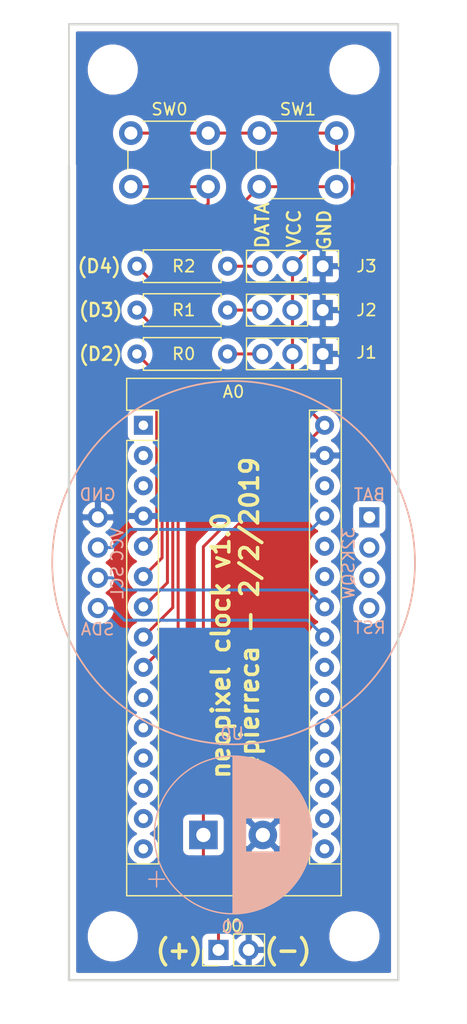
<source format=kicad_pcb>
(kicad_pcb (version 20171130) (host pcbnew "(5.1.4)-1")

  (general
    (thickness 1.6)
    (drawings 16)
    (tracks 60)
    (zones 0)
    (modules 16)
    (nets 37)
  )

  (page A4)
  (layers
    (0 F.Cu signal)
    (31 B.Cu signal)
    (32 B.Adhes user)
    (33 F.Adhes user)
    (34 B.Paste user)
    (35 F.Paste user)
    (36 B.SilkS user)
    (37 F.SilkS user)
    (38 B.Mask user)
    (39 F.Mask user)
    (40 Dwgs.User user)
    (41 Cmts.User user)
    (42 Eco1.User user)
    (43 Eco2.User user)
    (44 Edge.Cuts user)
    (45 Margin user)
    (46 B.CrtYd user)
    (47 F.CrtYd user)
    (48 B.Fab user)
    (49 F.Fab user)
  )

  (setup
    (last_trace_width 0.25)
    (trace_clearance 0.2)
    (zone_clearance 0.508)
    (zone_45_only no)
    (trace_min 0.2)
    (via_size 0.8)
    (via_drill 0.4)
    (via_min_size 0.4)
    (via_min_drill 0.3)
    (uvia_size 0.3)
    (uvia_drill 0.1)
    (uvias_allowed no)
    (uvia_min_size 0.2)
    (uvia_min_drill 0.1)
    (edge_width 0.15)
    (segment_width 0.2)
    (pcb_text_width 0.3)
    (pcb_text_size 1.5 1.5)
    (mod_edge_width 0.15)
    (mod_text_size 1 1)
    (mod_text_width 0.15)
    (pad_size 1.524 1.524)
    (pad_drill 0.762)
    (pad_to_mask_clearance 0.051)
    (solder_mask_min_width 0.25)
    (aux_axis_origin 0 0)
    (visible_elements 7FFFFFFF)
    (pcbplotparams
      (layerselection 0x010fc_ffffffff)
      (usegerberextensions false)
      (usegerberattributes false)
      (usegerberadvancedattributes false)
      (creategerberjobfile false)
      (excludeedgelayer true)
      (linewidth 0.100000)
      (plotframeref false)
      (viasonmask false)
      (mode 1)
      (useauxorigin false)
      (hpglpennumber 1)
      (hpglpenspeed 20)
      (hpglpendiameter 15.000000)
      (psnegative false)
      (psa4output false)
      (plotreference true)
      (plotvalue true)
      (plotinvisibletext false)
      (padsonsilk false)
      (subtractmaskfromsilk false)
      (outputformat 1)
      (mirror false)
      (drillshape 1)
      (scaleselection 1)
      (outputdirectory ""))
  )

  (net 0 "")
  (net 1 "Net-(J1-Pad3)")
  (net 2 "Net-(A0-Pad14)")
  (net 3 "Net-(A0-Pad15)")
  (net 4 "Net-(J2-Pad3)")
  (net 5 "Net-(J3-Pad3)")
  (net 6 "Net-(A0-Pad16)")
  (net 7 "Net-(A0-Pad1)")
  (net 8 "Net-(A0-Pad17)")
  (net 9 "Net-(A0-Pad2)")
  (net 10 "Net-(A0-Pad18)")
  (net 11 "Net-(A0-Pad3)")
  (net 12 "Net-(A0-Pad19)")
  (net 13 "Net-(A0-Pad20)")
  (net 14 "Net-(A0-Pad5)")
  (net 15 "Net-(A0-Pad21)")
  (net 16 "Net-(A0-Pad6)")
  (net 17 "Net-(A0-Pad22)")
  (net 18 "Net-(A0-Pad7)")
  (net 19 "Net-(A0-Pad23)")
  (net 20 "Net-(A0-Pad8)")
  (net 21 "Net-(A0-Pad24)")
  (net 22 "Net-(A0-Pad9)")
  (net 23 "Net-(A0-Pad25)")
  (net 24 "Net-(A0-Pad10)")
  (net 25 "Net-(A0-Pad26)")
  (net 26 "Net-(A0-Pad11)")
  (net 27 "Net-(A0-Pad27)")
  (net 28 "Net-(A0-Pad12)")
  (net 29 "Net-(A0-Pad28)")
  (net 30 "Net-(A0-Pad13)")
  (net 31 "Net-(A0-Pad30)")
  (net 32 "Net-(U0-Pad3)")
  (net 33 "Net-(U0-Pad1)")
  (net 34 "Net-(U0-Pad7)")
  (net 35 "Net-(U0-Pad5)")
  (net 36 GND)

  (net_class Default "This is the default net class."
    (clearance 0.2)
    (trace_width 0.25)
    (via_dia 0.8)
    (via_drill 0.4)
    (uvia_dia 0.3)
    (uvia_drill 0.1)
    (add_net GND)
    (add_net "Net-(A0-Pad1)")
    (add_net "Net-(A0-Pad10)")
    (add_net "Net-(A0-Pad11)")
    (add_net "Net-(A0-Pad12)")
    (add_net "Net-(A0-Pad13)")
    (add_net "Net-(A0-Pad14)")
    (add_net "Net-(A0-Pad15)")
    (add_net "Net-(A0-Pad16)")
    (add_net "Net-(A0-Pad17)")
    (add_net "Net-(A0-Pad18)")
    (add_net "Net-(A0-Pad19)")
    (add_net "Net-(A0-Pad2)")
    (add_net "Net-(A0-Pad20)")
    (add_net "Net-(A0-Pad21)")
    (add_net "Net-(A0-Pad22)")
    (add_net "Net-(A0-Pad23)")
    (add_net "Net-(A0-Pad24)")
    (add_net "Net-(A0-Pad25)")
    (add_net "Net-(A0-Pad26)")
    (add_net "Net-(A0-Pad27)")
    (add_net "Net-(A0-Pad28)")
    (add_net "Net-(A0-Pad3)")
    (add_net "Net-(A0-Pad30)")
    (add_net "Net-(A0-Pad5)")
    (add_net "Net-(A0-Pad6)")
    (add_net "Net-(A0-Pad7)")
    (add_net "Net-(A0-Pad8)")
    (add_net "Net-(A0-Pad9)")
    (add_net "Net-(J1-Pad3)")
    (add_net "Net-(J2-Pad3)")
    (add_net "Net-(J3-Pad3)")
    (add_net "Net-(U0-Pad1)")
    (add_net "Net-(U0-Pad3)")
    (add_net "Net-(U0-Pad5)")
    (add_net "Net-(U0-Pad7)")
  )

  (module Button_Switch_THT:SW_PUSH_6mm (layer F.Cu) (tedit 5A02FE31) (tstamp 5D75C7DE)
    (at 145.923 78.486)
    (descr https://www.omron.com/ecb/products/pdf/en-b3f.pdf)
    (tags "tact sw push 6mm")
    (path /5D764D3A)
    (fp_text reference SW1 (at 3.25 -2) (layer F.SilkS)
      (effects (font (size 1 1) (thickness 0.15)))
    )
    (fp_text value SW_Push (at 3.75 6.7) (layer F.Fab)
      (effects (font (size 1 1) (thickness 0.15)))
    )
    (fp_circle (center 3.25 2.25) (end 1.25 2.5) (layer F.Fab) (width 0.1))
    (fp_line (start 6.75 3) (end 6.75 1.5) (layer F.SilkS) (width 0.12))
    (fp_line (start 5.5 -1) (end 1 -1) (layer F.SilkS) (width 0.12))
    (fp_line (start -0.25 1.5) (end -0.25 3) (layer F.SilkS) (width 0.12))
    (fp_line (start 1 5.5) (end 5.5 5.5) (layer F.SilkS) (width 0.12))
    (fp_line (start 8 -1.25) (end 8 5.75) (layer F.CrtYd) (width 0.05))
    (fp_line (start 7.75 6) (end -1.25 6) (layer F.CrtYd) (width 0.05))
    (fp_line (start -1.5 5.75) (end -1.5 -1.25) (layer F.CrtYd) (width 0.05))
    (fp_line (start -1.25 -1.5) (end 7.75 -1.5) (layer F.CrtYd) (width 0.05))
    (fp_line (start -1.5 6) (end -1.25 6) (layer F.CrtYd) (width 0.05))
    (fp_line (start -1.5 5.75) (end -1.5 6) (layer F.CrtYd) (width 0.05))
    (fp_line (start -1.5 -1.5) (end -1.25 -1.5) (layer F.CrtYd) (width 0.05))
    (fp_line (start -1.5 -1.25) (end -1.5 -1.5) (layer F.CrtYd) (width 0.05))
    (fp_line (start 8 -1.5) (end 8 -1.25) (layer F.CrtYd) (width 0.05))
    (fp_line (start 7.75 -1.5) (end 8 -1.5) (layer F.CrtYd) (width 0.05))
    (fp_line (start 8 6) (end 8 5.75) (layer F.CrtYd) (width 0.05))
    (fp_line (start 7.75 6) (end 8 6) (layer F.CrtYd) (width 0.05))
    (fp_line (start 0.25 -0.75) (end 3.25 -0.75) (layer F.Fab) (width 0.1))
    (fp_line (start 0.25 5.25) (end 0.25 -0.75) (layer F.Fab) (width 0.1))
    (fp_line (start 6.25 5.25) (end 0.25 5.25) (layer F.Fab) (width 0.1))
    (fp_line (start 6.25 -0.75) (end 6.25 5.25) (layer F.Fab) (width 0.1))
    (fp_line (start 3.25 -0.75) (end 6.25 -0.75) (layer F.Fab) (width 0.1))
    (fp_text user %R (at 3.25 2.25) (layer F.Fab)
      (effects (font (size 1 1) (thickness 0.15)))
    )
    (pad 1 thru_hole circle (at 6.5 0 90) (size 2 2) (drill 1.1) (layers *.Cu *.Mask)
      (net 31 "Net-(A0-Pad30)"))
    (pad 2 thru_hole circle (at 6.5 4.5 90) (size 2 2) (drill 1.1) (layers *.Cu *.Mask)
      (net 22 "Net-(A0-Pad9)"))
    (pad 1 thru_hole circle (at 0 0 90) (size 2 2) (drill 1.1) (layers *.Cu *.Mask)
      (net 31 "Net-(A0-Pad30)"))
    (pad 2 thru_hole circle (at 0 4.5 90) (size 2 2) (drill 1.1) (layers *.Cu *.Mask)
      (net 22 "Net-(A0-Pad9)"))
    (model ${KISYS3DMOD}/Button_Switch_THT.3dshapes/SW_PUSH_6mm.wrl
      (at (xyz 0 0 0))
      (scale (xyz 1 1 1))
      (rotate (xyz 0 0 0))
    )
  )

  (module Button_Switch_THT:SW_PUSH_6mm (layer F.Cu) (tedit 5A02FE31) (tstamp 5D75C37A)
    (at 135.128 78.486)
    (descr https://www.omron.com/ecb/products/pdf/en-b3f.pdf)
    (tags "tact sw push 6mm")
    (path /5D75E2DB)
    (fp_text reference SW0 (at 3.25 -2) (layer F.SilkS)
      (effects (font (size 1 1) (thickness 0.15)))
    )
    (fp_text value SW_Push (at 3.75 6.7) (layer F.Fab)
      (effects (font (size 1 1) (thickness 0.15)))
    )
    (fp_circle (center 3.25 2.25) (end 1.25 2.5) (layer F.Fab) (width 0.1))
    (fp_line (start 6.75 3) (end 6.75 1.5) (layer F.SilkS) (width 0.12))
    (fp_line (start 5.5 -1) (end 1 -1) (layer F.SilkS) (width 0.12))
    (fp_line (start -0.25 1.5) (end -0.25 3) (layer F.SilkS) (width 0.12))
    (fp_line (start 1 5.5) (end 5.5 5.5) (layer F.SilkS) (width 0.12))
    (fp_line (start 8 -1.25) (end 8 5.75) (layer F.CrtYd) (width 0.05))
    (fp_line (start 7.75 6) (end -1.25 6) (layer F.CrtYd) (width 0.05))
    (fp_line (start -1.5 5.75) (end -1.5 -1.25) (layer F.CrtYd) (width 0.05))
    (fp_line (start -1.25 -1.5) (end 7.75 -1.5) (layer F.CrtYd) (width 0.05))
    (fp_line (start -1.5 6) (end -1.25 6) (layer F.CrtYd) (width 0.05))
    (fp_line (start -1.5 5.75) (end -1.5 6) (layer F.CrtYd) (width 0.05))
    (fp_line (start -1.5 -1.5) (end -1.25 -1.5) (layer F.CrtYd) (width 0.05))
    (fp_line (start -1.5 -1.25) (end -1.5 -1.5) (layer F.CrtYd) (width 0.05))
    (fp_line (start 8 -1.5) (end 8 -1.25) (layer F.CrtYd) (width 0.05))
    (fp_line (start 7.75 -1.5) (end 8 -1.5) (layer F.CrtYd) (width 0.05))
    (fp_line (start 8 6) (end 8 5.75) (layer F.CrtYd) (width 0.05))
    (fp_line (start 7.75 6) (end 8 6) (layer F.CrtYd) (width 0.05))
    (fp_line (start 0.25 -0.75) (end 3.25 -0.75) (layer F.Fab) (width 0.1))
    (fp_line (start 0.25 5.25) (end 0.25 -0.75) (layer F.Fab) (width 0.1))
    (fp_line (start 6.25 5.25) (end 0.25 5.25) (layer F.Fab) (width 0.1))
    (fp_line (start 6.25 -0.75) (end 6.25 5.25) (layer F.Fab) (width 0.1))
    (fp_line (start 3.25 -0.75) (end 6.25 -0.75) (layer F.Fab) (width 0.1))
    (fp_text user %R (at 3.25 2.25) (layer F.Fab)
      (effects (font (size 1 1) (thickness 0.15)))
    )
    (pad 1 thru_hole circle (at 6.5 0 90) (size 2 2) (drill 1.1) (layers *.Cu *.Mask)
      (net 31 "Net-(A0-Pad30)"))
    (pad 2 thru_hole circle (at 6.5 4.5 90) (size 2 2) (drill 1.1) (layers *.Cu *.Mask)
      (net 20 "Net-(A0-Pad8)"))
    (pad 1 thru_hole circle (at 0 0 90) (size 2 2) (drill 1.1) (layers *.Cu *.Mask)
      (net 31 "Net-(A0-Pad30)"))
    (pad 2 thru_hole circle (at 0 4.5 90) (size 2 2) (drill 1.1) (layers *.Cu *.Mask)
      (net 20 "Net-(A0-Pad8)"))
    (model ${KISYS3DMOD}/Button_Switch_THT.3dshapes/SW_PUSH_6mm.wrl
      (at (xyz 0 0 0))
      (scale (xyz 1 1 1))
      (rotate (xyz 0 0 0))
    )
  )

  (module Capacitor_THT:CP_Radial_D13.0mm_P5.00mm (layer B.Cu) (tedit 5AE50EF1) (tstamp 5C65A68B)
    (at 141.224 137.414)
    (descr "CP, Radial series, Radial, pin pitch=5.00mm, , diameter=13mm, Electrolytic Capacitor")
    (tags "CP Radial series Radial pin pitch 5.00mm  diameter 13mm Electrolytic Capacitor")
    (path /5C566386)
    (fp_text reference C0 (at 2.5 7.75) (layer B.SilkS)
      (effects (font (size 1 1) (thickness 0.15)) (justify mirror))
    )
    (fp_text value "100uF 35V" (at 2.5 -7.75) (layer B.Fab)
      (effects (font (size 1 1) (thickness 0.15)) (justify mirror))
    )
    (fp_circle (center 2.5 0) (end 9 0) (layer B.Fab) (width 0.1))
    (fp_circle (center 2.5 0) (end 9.12 0) (layer B.SilkS) (width 0.12))
    (fp_circle (center 2.5 0) (end 9.25 0) (layer B.CrtYd) (width 0.05))
    (fp_line (start -3.082015 2.8475) (end -1.782015 2.8475) (layer B.Fab) (width 0.1))
    (fp_line (start -2.432015 3.4975) (end -2.432015 2.1975) (layer B.Fab) (width 0.1))
    (fp_line (start 2.5 6.58) (end 2.5 -6.58) (layer B.SilkS) (width 0.12))
    (fp_line (start 2.54 6.58) (end 2.54 -6.58) (layer B.SilkS) (width 0.12))
    (fp_line (start 2.58 6.58) (end 2.58 -6.58) (layer B.SilkS) (width 0.12))
    (fp_line (start 2.62 6.579) (end 2.62 -6.579) (layer B.SilkS) (width 0.12))
    (fp_line (start 2.66 6.579) (end 2.66 -6.579) (layer B.SilkS) (width 0.12))
    (fp_line (start 2.7 6.577) (end 2.7 -6.577) (layer B.SilkS) (width 0.12))
    (fp_line (start 2.74 6.576) (end 2.74 -6.576) (layer B.SilkS) (width 0.12))
    (fp_line (start 2.78 6.575) (end 2.78 -6.575) (layer B.SilkS) (width 0.12))
    (fp_line (start 2.82 6.573) (end 2.82 -6.573) (layer B.SilkS) (width 0.12))
    (fp_line (start 2.86 6.571) (end 2.86 -6.571) (layer B.SilkS) (width 0.12))
    (fp_line (start 2.9 6.568) (end 2.9 -6.568) (layer B.SilkS) (width 0.12))
    (fp_line (start 2.94 6.566) (end 2.94 -6.566) (layer B.SilkS) (width 0.12))
    (fp_line (start 2.98 6.563) (end 2.98 -6.563) (layer B.SilkS) (width 0.12))
    (fp_line (start 3.02 6.56) (end 3.02 -6.56) (layer B.SilkS) (width 0.12))
    (fp_line (start 3.06 6.557) (end 3.06 -6.557) (layer B.SilkS) (width 0.12))
    (fp_line (start 3.1 6.553) (end 3.1 -6.553) (layer B.SilkS) (width 0.12))
    (fp_line (start 3.14 6.549) (end 3.14 -6.549) (layer B.SilkS) (width 0.12))
    (fp_line (start 3.18 6.545) (end 3.18 -6.545) (layer B.SilkS) (width 0.12))
    (fp_line (start 3.221 6.541) (end 3.221 -6.541) (layer B.SilkS) (width 0.12))
    (fp_line (start 3.261 6.537) (end 3.261 -6.537) (layer B.SilkS) (width 0.12))
    (fp_line (start 3.301 6.532) (end 3.301 -6.532) (layer B.SilkS) (width 0.12))
    (fp_line (start 3.341 6.527) (end 3.341 -6.527) (layer B.SilkS) (width 0.12))
    (fp_line (start 3.381 6.522) (end 3.381 -6.522) (layer B.SilkS) (width 0.12))
    (fp_line (start 3.421 6.516) (end 3.421 -6.516) (layer B.SilkS) (width 0.12))
    (fp_line (start 3.461 6.511) (end 3.461 -6.511) (layer B.SilkS) (width 0.12))
    (fp_line (start 3.501 6.505) (end 3.501 -6.505) (layer B.SilkS) (width 0.12))
    (fp_line (start 3.541 6.498) (end 3.541 -6.498) (layer B.SilkS) (width 0.12))
    (fp_line (start 3.581 6.492) (end 3.581 1.44) (layer B.SilkS) (width 0.12))
    (fp_line (start 3.581 -1.44) (end 3.581 -6.492) (layer B.SilkS) (width 0.12))
    (fp_line (start 3.621 6.485) (end 3.621 1.44) (layer B.SilkS) (width 0.12))
    (fp_line (start 3.621 -1.44) (end 3.621 -6.485) (layer B.SilkS) (width 0.12))
    (fp_line (start 3.661 6.478) (end 3.661 1.44) (layer B.SilkS) (width 0.12))
    (fp_line (start 3.661 -1.44) (end 3.661 -6.478) (layer B.SilkS) (width 0.12))
    (fp_line (start 3.701 6.471) (end 3.701 1.44) (layer B.SilkS) (width 0.12))
    (fp_line (start 3.701 -1.44) (end 3.701 -6.471) (layer B.SilkS) (width 0.12))
    (fp_line (start 3.741 6.463) (end 3.741 1.44) (layer B.SilkS) (width 0.12))
    (fp_line (start 3.741 -1.44) (end 3.741 -6.463) (layer B.SilkS) (width 0.12))
    (fp_line (start 3.781 6.456) (end 3.781 1.44) (layer B.SilkS) (width 0.12))
    (fp_line (start 3.781 -1.44) (end 3.781 -6.456) (layer B.SilkS) (width 0.12))
    (fp_line (start 3.821 6.448) (end 3.821 1.44) (layer B.SilkS) (width 0.12))
    (fp_line (start 3.821 -1.44) (end 3.821 -6.448) (layer B.SilkS) (width 0.12))
    (fp_line (start 3.861 6.439) (end 3.861 1.44) (layer B.SilkS) (width 0.12))
    (fp_line (start 3.861 -1.44) (end 3.861 -6.439) (layer B.SilkS) (width 0.12))
    (fp_line (start 3.901 6.431) (end 3.901 1.44) (layer B.SilkS) (width 0.12))
    (fp_line (start 3.901 -1.44) (end 3.901 -6.431) (layer B.SilkS) (width 0.12))
    (fp_line (start 3.941 6.422) (end 3.941 1.44) (layer B.SilkS) (width 0.12))
    (fp_line (start 3.941 -1.44) (end 3.941 -6.422) (layer B.SilkS) (width 0.12))
    (fp_line (start 3.981 6.413) (end 3.981 1.44) (layer B.SilkS) (width 0.12))
    (fp_line (start 3.981 -1.44) (end 3.981 -6.413) (layer B.SilkS) (width 0.12))
    (fp_line (start 4.021 6.404) (end 4.021 1.44) (layer B.SilkS) (width 0.12))
    (fp_line (start 4.021 -1.44) (end 4.021 -6.404) (layer B.SilkS) (width 0.12))
    (fp_line (start 4.061 6.394) (end 4.061 1.44) (layer B.SilkS) (width 0.12))
    (fp_line (start 4.061 -1.44) (end 4.061 -6.394) (layer B.SilkS) (width 0.12))
    (fp_line (start 4.101 6.384) (end 4.101 1.44) (layer B.SilkS) (width 0.12))
    (fp_line (start 4.101 -1.44) (end 4.101 -6.384) (layer B.SilkS) (width 0.12))
    (fp_line (start 4.141 6.374) (end 4.141 1.44) (layer B.SilkS) (width 0.12))
    (fp_line (start 4.141 -1.44) (end 4.141 -6.374) (layer B.SilkS) (width 0.12))
    (fp_line (start 4.181 6.364) (end 4.181 1.44) (layer B.SilkS) (width 0.12))
    (fp_line (start 4.181 -1.44) (end 4.181 -6.364) (layer B.SilkS) (width 0.12))
    (fp_line (start 4.221 6.353) (end 4.221 1.44) (layer B.SilkS) (width 0.12))
    (fp_line (start 4.221 -1.44) (end 4.221 -6.353) (layer B.SilkS) (width 0.12))
    (fp_line (start 4.261 6.342) (end 4.261 1.44) (layer B.SilkS) (width 0.12))
    (fp_line (start 4.261 -1.44) (end 4.261 -6.342) (layer B.SilkS) (width 0.12))
    (fp_line (start 4.301 6.331) (end 4.301 1.44) (layer B.SilkS) (width 0.12))
    (fp_line (start 4.301 -1.44) (end 4.301 -6.331) (layer B.SilkS) (width 0.12))
    (fp_line (start 4.341 6.32) (end 4.341 1.44) (layer B.SilkS) (width 0.12))
    (fp_line (start 4.341 -1.44) (end 4.341 -6.32) (layer B.SilkS) (width 0.12))
    (fp_line (start 4.381 6.308) (end 4.381 1.44) (layer B.SilkS) (width 0.12))
    (fp_line (start 4.381 -1.44) (end 4.381 -6.308) (layer B.SilkS) (width 0.12))
    (fp_line (start 4.421 6.296) (end 4.421 1.44) (layer B.SilkS) (width 0.12))
    (fp_line (start 4.421 -1.44) (end 4.421 -6.296) (layer B.SilkS) (width 0.12))
    (fp_line (start 4.461 6.284) (end 4.461 1.44) (layer B.SilkS) (width 0.12))
    (fp_line (start 4.461 -1.44) (end 4.461 -6.284) (layer B.SilkS) (width 0.12))
    (fp_line (start 4.501 6.271) (end 4.501 1.44) (layer B.SilkS) (width 0.12))
    (fp_line (start 4.501 -1.44) (end 4.501 -6.271) (layer B.SilkS) (width 0.12))
    (fp_line (start 4.541 6.258) (end 4.541 1.44) (layer B.SilkS) (width 0.12))
    (fp_line (start 4.541 -1.44) (end 4.541 -6.258) (layer B.SilkS) (width 0.12))
    (fp_line (start 4.581 6.245) (end 4.581 1.44) (layer B.SilkS) (width 0.12))
    (fp_line (start 4.581 -1.44) (end 4.581 -6.245) (layer B.SilkS) (width 0.12))
    (fp_line (start 4.621 6.232) (end 4.621 1.44) (layer B.SilkS) (width 0.12))
    (fp_line (start 4.621 -1.44) (end 4.621 -6.232) (layer B.SilkS) (width 0.12))
    (fp_line (start 4.661 6.218) (end 4.661 1.44) (layer B.SilkS) (width 0.12))
    (fp_line (start 4.661 -1.44) (end 4.661 -6.218) (layer B.SilkS) (width 0.12))
    (fp_line (start 4.701 6.204) (end 4.701 1.44) (layer B.SilkS) (width 0.12))
    (fp_line (start 4.701 -1.44) (end 4.701 -6.204) (layer B.SilkS) (width 0.12))
    (fp_line (start 4.741 6.19) (end 4.741 1.44) (layer B.SilkS) (width 0.12))
    (fp_line (start 4.741 -1.44) (end 4.741 -6.19) (layer B.SilkS) (width 0.12))
    (fp_line (start 4.781 6.175) (end 4.781 1.44) (layer B.SilkS) (width 0.12))
    (fp_line (start 4.781 -1.44) (end 4.781 -6.175) (layer B.SilkS) (width 0.12))
    (fp_line (start 4.821 6.161) (end 4.821 1.44) (layer B.SilkS) (width 0.12))
    (fp_line (start 4.821 -1.44) (end 4.821 -6.161) (layer B.SilkS) (width 0.12))
    (fp_line (start 4.861 6.146) (end 4.861 1.44) (layer B.SilkS) (width 0.12))
    (fp_line (start 4.861 -1.44) (end 4.861 -6.146) (layer B.SilkS) (width 0.12))
    (fp_line (start 4.901 6.13) (end 4.901 1.44) (layer B.SilkS) (width 0.12))
    (fp_line (start 4.901 -1.44) (end 4.901 -6.13) (layer B.SilkS) (width 0.12))
    (fp_line (start 4.941 6.114) (end 4.941 1.44) (layer B.SilkS) (width 0.12))
    (fp_line (start 4.941 -1.44) (end 4.941 -6.114) (layer B.SilkS) (width 0.12))
    (fp_line (start 4.981 6.098) (end 4.981 1.44) (layer B.SilkS) (width 0.12))
    (fp_line (start 4.981 -1.44) (end 4.981 -6.098) (layer B.SilkS) (width 0.12))
    (fp_line (start 5.021 6.082) (end 5.021 1.44) (layer B.SilkS) (width 0.12))
    (fp_line (start 5.021 -1.44) (end 5.021 -6.082) (layer B.SilkS) (width 0.12))
    (fp_line (start 5.061 6.065) (end 5.061 1.44) (layer B.SilkS) (width 0.12))
    (fp_line (start 5.061 -1.44) (end 5.061 -6.065) (layer B.SilkS) (width 0.12))
    (fp_line (start 5.101 6.049) (end 5.101 1.44) (layer B.SilkS) (width 0.12))
    (fp_line (start 5.101 -1.44) (end 5.101 -6.049) (layer B.SilkS) (width 0.12))
    (fp_line (start 5.141 6.031) (end 5.141 1.44) (layer B.SilkS) (width 0.12))
    (fp_line (start 5.141 -1.44) (end 5.141 -6.031) (layer B.SilkS) (width 0.12))
    (fp_line (start 5.181 6.014) (end 5.181 1.44) (layer B.SilkS) (width 0.12))
    (fp_line (start 5.181 -1.44) (end 5.181 -6.014) (layer B.SilkS) (width 0.12))
    (fp_line (start 5.221 5.996) (end 5.221 1.44) (layer B.SilkS) (width 0.12))
    (fp_line (start 5.221 -1.44) (end 5.221 -5.996) (layer B.SilkS) (width 0.12))
    (fp_line (start 5.261 5.978) (end 5.261 1.44) (layer B.SilkS) (width 0.12))
    (fp_line (start 5.261 -1.44) (end 5.261 -5.978) (layer B.SilkS) (width 0.12))
    (fp_line (start 5.301 5.959) (end 5.301 1.44) (layer B.SilkS) (width 0.12))
    (fp_line (start 5.301 -1.44) (end 5.301 -5.959) (layer B.SilkS) (width 0.12))
    (fp_line (start 5.341 5.94) (end 5.341 1.44) (layer B.SilkS) (width 0.12))
    (fp_line (start 5.341 -1.44) (end 5.341 -5.94) (layer B.SilkS) (width 0.12))
    (fp_line (start 5.381 5.921) (end 5.381 1.44) (layer B.SilkS) (width 0.12))
    (fp_line (start 5.381 -1.44) (end 5.381 -5.921) (layer B.SilkS) (width 0.12))
    (fp_line (start 5.421 5.902) (end 5.421 1.44) (layer B.SilkS) (width 0.12))
    (fp_line (start 5.421 -1.44) (end 5.421 -5.902) (layer B.SilkS) (width 0.12))
    (fp_line (start 5.461 5.882) (end 5.461 1.44) (layer B.SilkS) (width 0.12))
    (fp_line (start 5.461 -1.44) (end 5.461 -5.882) (layer B.SilkS) (width 0.12))
    (fp_line (start 5.501 5.862) (end 5.501 1.44) (layer B.SilkS) (width 0.12))
    (fp_line (start 5.501 -1.44) (end 5.501 -5.862) (layer B.SilkS) (width 0.12))
    (fp_line (start 5.541 5.841) (end 5.541 1.44) (layer B.SilkS) (width 0.12))
    (fp_line (start 5.541 -1.44) (end 5.541 -5.841) (layer B.SilkS) (width 0.12))
    (fp_line (start 5.581 5.82) (end 5.581 1.44) (layer B.SilkS) (width 0.12))
    (fp_line (start 5.581 -1.44) (end 5.581 -5.82) (layer B.SilkS) (width 0.12))
    (fp_line (start 5.621 5.799) (end 5.621 1.44) (layer B.SilkS) (width 0.12))
    (fp_line (start 5.621 -1.44) (end 5.621 -5.799) (layer B.SilkS) (width 0.12))
    (fp_line (start 5.661 5.778) (end 5.661 1.44) (layer B.SilkS) (width 0.12))
    (fp_line (start 5.661 -1.44) (end 5.661 -5.778) (layer B.SilkS) (width 0.12))
    (fp_line (start 5.701 5.756) (end 5.701 1.44) (layer B.SilkS) (width 0.12))
    (fp_line (start 5.701 -1.44) (end 5.701 -5.756) (layer B.SilkS) (width 0.12))
    (fp_line (start 5.741 5.733) (end 5.741 1.44) (layer B.SilkS) (width 0.12))
    (fp_line (start 5.741 -1.44) (end 5.741 -5.733) (layer B.SilkS) (width 0.12))
    (fp_line (start 5.781 5.711) (end 5.781 1.44) (layer B.SilkS) (width 0.12))
    (fp_line (start 5.781 -1.44) (end 5.781 -5.711) (layer B.SilkS) (width 0.12))
    (fp_line (start 5.821 5.688) (end 5.821 1.44) (layer B.SilkS) (width 0.12))
    (fp_line (start 5.821 -1.44) (end 5.821 -5.688) (layer B.SilkS) (width 0.12))
    (fp_line (start 5.861 5.664) (end 5.861 1.44) (layer B.SilkS) (width 0.12))
    (fp_line (start 5.861 -1.44) (end 5.861 -5.664) (layer B.SilkS) (width 0.12))
    (fp_line (start 5.901 5.641) (end 5.901 1.44) (layer B.SilkS) (width 0.12))
    (fp_line (start 5.901 -1.44) (end 5.901 -5.641) (layer B.SilkS) (width 0.12))
    (fp_line (start 5.941 5.617) (end 5.941 1.44) (layer B.SilkS) (width 0.12))
    (fp_line (start 5.941 -1.44) (end 5.941 -5.617) (layer B.SilkS) (width 0.12))
    (fp_line (start 5.981 5.592) (end 5.981 1.44) (layer B.SilkS) (width 0.12))
    (fp_line (start 5.981 -1.44) (end 5.981 -5.592) (layer B.SilkS) (width 0.12))
    (fp_line (start 6.021 5.567) (end 6.021 1.44) (layer B.SilkS) (width 0.12))
    (fp_line (start 6.021 -1.44) (end 6.021 -5.567) (layer B.SilkS) (width 0.12))
    (fp_line (start 6.061 5.542) (end 6.061 1.44) (layer B.SilkS) (width 0.12))
    (fp_line (start 6.061 -1.44) (end 6.061 -5.542) (layer B.SilkS) (width 0.12))
    (fp_line (start 6.101 5.516) (end 6.101 1.44) (layer B.SilkS) (width 0.12))
    (fp_line (start 6.101 -1.44) (end 6.101 -5.516) (layer B.SilkS) (width 0.12))
    (fp_line (start 6.141 5.49) (end 6.141 1.44) (layer B.SilkS) (width 0.12))
    (fp_line (start 6.141 -1.44) (end 6.141 -5.49) (layer B.SilkS) (width 0.12))
    (fp_line (start 6.181 5.463) (end 6.181 1.44) (layer B.SilkS) (width 0.12))
    (fp_line (start 6.181 -1.44) (end 6.181 -5.463) (layer B.SilkS) (width 0.12))
    (fp_line (start 6.221 5.436) (end 6.221 1.44) (layer B.SilkS) (width 0.12))
    (fp_line (start 6.221 -1.44) (end 6.221 -5.436) (layer B.SilkS) (width 0.12))
    (fp_line (start 6.261 5.409) (end 6.261 1.44) (layer B.SilkS) (width 0.12))
    (fp_line (start 6.261 -1.44) (end 6.261 -5.409) (layer B.SilkS) (width 0.12))
    (fp_line (start 6.301 5.381) (end 6.301 1.44) (layer B.SilkS) (width 0.12))
    (fp_line (start 6.301 -1.44) (end 6.301 -5.381) (layer B.SilkS) (width 0.12))
    (fp_line (start 6.341 5.353) (end 6.341 1.44) (layer B.SilkS) (width 0.12))
    (fp_line (start 6.341 -1.44) (end 6.341 -5.353) (layer B.SilkS) (width 0.12))
    (fp_line (start 6.381 5.324) (end 6.381 1.44) (layer B.SilkS) (width 0.12))
    (fp_line (start 6.381 -1.44) (end 6.381 -5.324) (layer B.SilkS) (width 0.12))
    (fp_line (start 6.421 5.295) (end 6.421 1.44) (layer B.SilkS) (width 0.12))
    (fp_line (start 6.421 -1.44) (end 6.421 -5.295) (layer B.SilkS) (width 0.12))
    (fp_line (start 6.461 5.265) (end 6.461 -5.265) (layer B.SilkS) (width 0.12))
    (fp_line (start 6.501 5.235) (end 6.501 -5.235) (layer B.SilkS) (width 0.12))
    (fp_line (start 6.541 5.205) (end 6.541 -5.205) (layer B.SilkS) (width 0.12))
    (fp_line (start 6.581 5.174) (end 6.581 -5.174) (layer B.SilkS) (width 0.12))
    (fp_line (start 6.621 5.142) (end 6.621 -5.142) (layer B.SilkS) (width 0.12))
    (fp_line (start 6.661 5.11) (end 6.661 -5.11) (layer B.SilkS) (width 0.12))
    (fp_line (start 6.701 5.078) (end 6.701 -5.078) (layer B.SilkS) (width 0.12))
    (fp_line (start 6.741 5.044) (end 6.741 -5.044) (layer B.SilkS) (width 0.12))
    (fp_line (start 6.781 5.011) (end 6.781 -5.011) (layer B.SilkS) (width 0.12))
    (fp_line (start 6.821 4.977) (end 6.821 -4.977) (layer B.SilkS) (width 0.12))
    (fp_line (start 6.861 4.942) (end 6.861 -4.942) (layer B.SilkS) (width 0.12))
    (fp_line (start 6.901 4.907) (end 6.901 -4.907) (layer B.SilkS) (width 0.12))
    (fp_line (start 6.941 4.871) (end 6.941 -4.871) (layer B.SilkS) (width 0.12))
    (fp_line (start 6.981 4.834) (end 6.981 -4.834) (layer B.SilkS) (width 0.12))
    (fp_line (start 7.021 4.797) (end 7.021 -4.797) (layer B.SilkS) (width 0.12))
    (fp_line (start 7.061 4.76) (end 7.061 -4.76) (layer B.SilkS) (width 0.12))
    (fp_line (start 7.101 4.721) (end 7.101 -4.721) (layer B.SilkS) (width 0.12))
    (fp_line (start 7.141 4.682) (end 7.141 -4.682) (layer B.SilkS) (width 0.12))
    (fp_line (start 7.181 4.643) (end 7.181 -4.643) (layer B.SilkS) (width 0.12))
    (fp_line (start 7.221 4.602) (end 7.221 -4.602) (layer B.SilkS) (width 0.12))
    (fp_line (start 7.261 4.561) (end 7.261 -4.561) (layer B.SilkS) (width 0.12))
    (fp_line (start 7.301 4.519) (end 7.301 -4.519) (layer B.SilkS) (width 0.12))
    (fp_line (start 7.341 4.477) (end 7.341 -4.477) (layer B.SilkS) (width 0.12))
    (fp_line (start 7.381 4.434) (end 7.381 -4.434) (layer B.SilkS) (width 0.12))
    (fp_line (start 7.421 4.39) (end 7.421 -4.39) (layer B.SilkS) (width 0.12))
    (fp_line (start 7.461 4.345) (end 7.461 -4.345) (layer B.SilkS) (width 0.12))
    (fp_line (start 7.501 4.299) (end 7.501 -4.299) (layer B.SilkS) (width 0.12))
    (fp_line (start 7.541 4.253) (end 7.541 -4.253) (layer B.SilkS) (width 0.12))
    (fp_line (start 7.581 4.205) (end 7.581 -4.205) (layer B.SilkS) (width 0.12))
    (fp_line (start 7.621 4.157) (end 7.621 -4.157) (layer B.SilkS) (width 0.12))
    (fp_line (start 7.661 4.108) (end 7.661 -4.108) (layer B.SilkS) (width 0.12))
    (fp_line (start 7.701 4.057) (end 7.701 -4.057) (layer B.SilkS) (width 0.12))
    (fp_line (start 7.741 4.006) (end 7.741 -4.006) (layer B.SilkS) (width 0.12))
    (fp_line (start 7.781 3.954) (end 7.781 -3.954) (layer B.SilkS) (width 0.12))
    (fp_line (start 7.821 3.9) (end 7.821 -3.9) (layer B.SilkS) (width 0.12))
    (fp_line (start 7.861 3.846) (end 7.861 -3.846) (layer B.SilkS) (width 0.12))
    (fp_line (start 7.901 3.79) (end 7.901 -3.79) (layer B.SilkS) (width 0.12))
    (fp_line (start 7.941 3.733) (end 7.941 -3.733) (layer B.SilkS) (width 0.12))
    (fp_line (start 7.981 3.675) (end 7.981 -3.675) (layer B.SilkS) (width 0.12))
    (fp_line (start 8.021 3.615) (end 8.021 -3.615) (layer B.SilkS) (width 0.12))
    (fp_line (start 8.061 3.554) (end 8.061 -3.554) (layer B.SilkS) (width 0.12))
    (fp_line (start 8.101 3.491) (end 8.101 -3.491) (layer B.SilkS) (width 0.12))
    (fp_line (start 8.141 3.427) (end 8.141 -3.427) (layer B.SilkS) (width 0.12))
    (fp_line (start 8.181 3.361) (end 8.181 -3.361) (layer B.SilkS) (width 0.12))
    (fp_line (start 8.221 3.293) (end 8.221 -3.293) (layer B.SilkS) (width 0.12))
    (fp_line (start 8.261 3.223) (end 8.261 -3.223) (layer B.SilkS) (width 0.12))
    (fp_line (start 8.301 3.152) (end 8.301 -3.152) (layer B.SilkS) (width 0.12))
    (fp_line (start 8.341 3.078) (end 8.341 -3.078) (layer B.SilkS) (width 0.12))
    (fp_line (start 8.381 3.002) (end 8.381 -3.002) (layer B.SilkS) (width 0.12))
    (fp_line (start 8.421 2.923) (end 8.421 -2.923) (layer B.SilkS) (width 0.12))
    (fp_line (start 8.461 2.842) (end 8.461 -2.842) (layer B.SilkS) (width 0.12))
    (fp_line (start 8.501 2.758) (end 8.501 -2.758) (layer B.SilkS) (width 0.12))
    (fp_line (start 8.541 2.67) (end 8.541 -2.67) (layer B.SilkS) (width 0.12))
    (fp_line (start 8.581 2.579) (end 8.581 -2.579) (layer B.SilkS) (width 0.12))
    (fp_line (start 8.621 2.484) (end 8.621 -2.484) (layer B.SilkS) (width 0.12))
    (fp_line (start 8.661 2.385) (end 8.661 -2.385) (layer B.SilkS) (width 0.12))
    (fp_line (start 8.701 2.281) (end 8.701 -2.281) (layer B.SilkS) (width 0.12))
    (fp_line (start 8.741 2.171) (end 8.741 -2.171) (layer B.SilkS) (width 0.12))
    (fp_line (start 8.781 2.055) (end 8.781 -2.055) (layer B.SilkS) (width 0.12))
    (fp_line (start 8.821 1.931) (end 8.821 -1.931) (layer B.SilkS) (width 0.12))
    (fp_line (start 8.861 1.798) (end 8.861 -1.798) (layer B.SilkS) (width 0.12))
    (fp_line (start 8.901 1.653) (end 8.901 -1.653) (layer B.SilkS) (width 0.12))
    (fp_line (start 8.941 1.494) (end 8.941 -1.494) (layer B.SilkS) (width 0.12))
    (fp_line (start 8.981 1.315) (end 8.981 -1.315) (layer B.SilkS) (width 0.12))
    (fp_line (start 9.021 1.107) (end 9.021 -1.107) (layer B.SilkS) (width 0.12))
    (fp_line (start 9.061 0.85) (end 9.061 -0.85) (layer B.SilkS) (width 0.12))
    (fp_line (start 9.101 0.475) (end 9.101 -0.475) (layer B.SilkS) (width 0.12))
    (fp_line (start -4.584569 3.715) (end -3.284569 3.715) (layer B.SilkS) (width 0.12))
    (fp_line (start -3.934569 4.365) (end -3.934569 3.065) (layer B.SilkS) (width 0.12))
    (fp_text user %R (at 2.5 0) (layer B.Fab)
      (effects (font (size 1 1) (thickness 0.15)) (justify mirror))
    )
    (pad 1 thru_hole rect (at 0 0) (size 2.4 2.4) (drill 1.2) (layers *.Cu *.Mask)
      (net 31 "Net-(A0-Pad30)"))
    (pad 2 thru_hole circle (at 5 0) (size 2.4 2.4) (drill 1.2) (layers *.Cu *.Mask)
      (net 36 GND))
    (model ${KISYS3DMOD}/Capacitor_THT.3dshapes/CP_Radial_D13.0mm_P5.00mm.wrl
      (at (xyz 0 0 0))
      (scale (xyz 1 1 1))
      (rotate (xyz 0 0 0))
    )
  )

  (module Connector_PinHeader_2.54mm:PinHeader_1x02_P2.54mm_Vertical (layer F.Cu) (tedit 59FED5CC) (tstamp 5C652BD2)
    (at 142.494 147.066 90)
    (descr "Through hole straight pin header, 1x02, 2.54mm pitch, single row")
    (tags "Through hole pin header THT 1x02 2.54mm single row")
    (path /5C5663F1)
    (fp_text reference J0 (at 2.032 1.143 180) (layer F.SilkS)
      (effects (font (size 1 1) (thickness 0.15)))
    )
    (fp_text value Power (at 0 4.87 90) (layer F.Fab)
      (effects (font (size 1 1) (thickness 0.15)))
    )
    (fp_line (start -0.635 -1.27) (end 1.27 -1.27) (layer F.Fab) (width 0.1))
    (fp_line (start 1.27 -1.27) (end 1.27 3.81) (layer F.Fab) (width 0.1))
    (fp_line (start 1.27 3.81) (end -1.27 3.81) (layer F.Fab) (width 0.1))
    (fp_line (start -1.27 3.81) (end -1.27 -0.635) (layer F.Fab) (width 0.1))
    (fp_line (start -1.27 -0.635) (end -0.635 -1.27) (layer F.Fab) (width 0.1))
    (fp_line (start -1.33 3.87) (end 1.33 3.87) (layer F.SilkS) (width 0.12))
    (fp_line (start -1.33 1.27) (end -1.33 3.87) (layer F.SilkS) (width 0.12))
    (fp_line (start 1.33 1.27) (end 1.33 3.87) (layer F.SilkS) (width 0.12))
    (fp_line (start -1.33 1.27) (end 1.33 1.27) (layer F.SilkS) (width 0.12))
    (fp_line (start -1.33 0) (end -1.33 -1.33) (layer F.SilkS) (width 0.12))
    (fp_line (start -1.33 -1.33) (end 0 -1.33) (layer F.SilkS) (width 0.12))
    (fp_line (start -1.8 -1.8) (end -1.8 4.35) (layer F.CrtYd) (width 0.05))
    (fp_line (start -1.8 4.35) (end 1.8 4.35) (layer F.CrtYd) (width 0.05))
    (fp_line (start 1.8 4.35) (end 1.8 -1.8) (layer F.CrtYd) (width 0.05))
    (fp_line (start 1.8 -1.8) (end -1.8 -1.8) (layer F.CrtYd) (width 0.05))
    (fp_text user %R (at 0 1.27 180) (layer F.Fab)
      (effects (font (size 1 1) (thickness 0.15)))
    )
    (pad 1 thru_hole rect (at 0 0 90) (size 1.7 1.7) (drill 1) (layers *.Cu *.Mask)
      (net 31 "Net-(A0-Pad30)"))
    (pad 2 thru_hole oval (at 0 2.54 90) (size 1.7 1.7) (drill 1) (layers *.Cu *.Mask)
      (net 36 GND))
    (model ${KISYS3DMOD}/Connector_PinHeader_2.54mm.3dshapes/PinHeader_1x02_P2.54mm_Vertical.wrl
      (at (xyz 0 0 0))
      (scale (xyz 1 1 1))
      (rotate (xyz 0 0 0))
    )
  )

  (module Connector_PinHeader_2.54mm:PinHeader_1x03_P2.54mm_Vertical (layer F.Cu) (tedit 5C569781) (tstamp 5C652BBC)
    (at 151.257 89.662 270)
    (descr "Through hole straight pin header, 1x03, 2.54mm pitch, single row")
    (tags "Through hole pin header THT 1x03 2.54mm single row")
    (path /5C56A3F2)
    (fp_text reference J3 (at 0 -3.683) (layer F.SilkS)
      (effects (font (size 1 1) (thickness 0.15)))
    )
    (fp_text value Neopixel_60 (at 0 7.41 270) (layer F.Fab)
      (effects (font (size 1 1) (thickness 0.15)))
    )
    (fp_line (start -0.635 -1.27) (end 1.27 -1.27) (layer F.Fab) (width 0.1))
    (fp_line (start 1.27 -1.27) (end 1.27 6.35) (layer F.Fab) (width 0.1))
    (fp_line (start 1.27 6.35) (end -1.27 6.35) (layer F.Fab) (width 0.1))
    (fp_line (start -1.27 6.35) (end -1.27 -0.635) (layer F.Fab) (width 0.1))
    (fp_line (start -1.27 -0.635) (end -0.635 -1.27) (layer F.Fab) (width 0.1))
    (fp_line (start -1.33 6.41) (end 1.33 6.41) (layer F.SilkS) (width 0.12))
    (fp_line (start -1.33 1.27) (end -1.33 6.41) (layer F.SilkS) (width 0.12))
    (fp_line (start 1.33 1.27) (end 1.33 6.41) (layer F.SilkS) (width 0.12))
    (fp_line (start -1.33 1.27) (end 1.33 1.27) (layer F.SilkS) (width 0.12))
    (fp_line (start -1.33 0) (end -1.33 -1.33) (layer F.SilkS) (width 0.12))
    (fp_line (start -1.33 -1.33) (end 0 -1.33) (layer F.SilkS) (width 0.12))
    (fp_line (start -1.8 -1.8) (end -1.8 6.85) (layer F.CrtYd) (width 0.05))
    (fp_line (start -1.8 6.85) (end 1.8 6.85) (layer F.CrtYd) (width 0.05))
    (fp_line (start 1.8 6.85) (end 1.8 -1.8) (layer F.CrtYd) (width 0.05))
    (fp_line (start 1.8 -1.8) (end -1.8 -1.8) (layer F.CrtYd) (width 0.05))
    (fp_text user %R (at 0 2.54) (layer F.Fab)
      (effects (font (size 1 1) (thickness 0.15)))
    )
    (pad 1 thru_hole rect (at 0 0 270) (size 1.7 1.7) (drill 1) (layers *.Cu *.Mask)
      (net 36 GND))
    (pad 2 thru_hole oval (at 0 2.54 270) (size 1.7 1.7) (drill 1) (layers *.Cu *.Mask)
      (net 31 "Net-(A0-Pad30)"))
    (pad 3 thru_hole oval (at 0 5.08 270) (size 1.7 1.7) (drill 1) (layers *.Cu *.Mask)
      (net 5 "Net-(J3-Pad3)"))
    (model ${KISYS3DMOD}/Connector_PinHeader_2.54mm.3dshapes/PinHeader_1x03_P2.54mm_Vertical.wrl
      (at (xyz 0 0 0))
      (scale (xyz 1 1 1))
      (rotate (xyz 0 0 0))
    )
  )

  (module Connector_PinHeader_2.54mm:PinHeader_1x03_P2.54mm_Vertical (layer F.Cu) (tedit 5C569775) (tstamp 5C652BA5)
    (at 151.257 93.345 270)
    (descr "Through hole straight pin header, 1x03, 2.54mm pitch, single row")
    (tags "Through hole pin header THT 1x03 2.54mm single row")
    (path /5C56A3CE)
    (fp_text reference J2 (at 0 -3.683) (layer F.SilkS)
      (effects (font (size 1 1) (thickness 0.15)))
    )
    (fp_text value Neopixel_24 (at 0 7.41 270) (layer F.Fab)
      (effects (font (size 1 1) (thickness 0.15)))
    )
    (fp_text user %R (at 0 2.54) (layer F.Fab)
      (effects (font (size 1 1) (thickness 0.15)))
    )
    (fp_line (start 1.8 -1.8) (end -1.8 -1.8) (layer F.CrtYd) (width 0.05))
    (fp_line (start 1.8 6.85) (end 1.8 -1.8) (layer F.CrtYd) (width 0.05))
    (fp_line (start -1.8 6.85) (end 1.8 6.85) (layer F.CrtYd) (width 0.05))
    (fp_line (start -1.8 -1.8) (end -1.8 6.85) (layer F.CrtYd) (width 0.05))
    (fp_line (start -1.33 -1.33) (end 0 -1.33) (layer F.SilkS) (width 0.12))
    (fp_line (start -1.33 0) (end -1.33 -1.33) (layer F.SilkS) (width 0.12))
    (fp_line (start -1.33 1.27) (end 1.33 1.27) (layer F.SilkS) (width 0.12))
    (fp_line (start 1.33 1.27) (end 1.33 6.41) (layer F.SilkS) (width 0.12))
    (fp_line (start -1.33 1.27) (end -1.33 6.41) (layer F.SilkS) (width 0.12))
    (fp_line (start -1.33 6.41) (end 1.33 6.41) (layer F.SilkS) (width 0.12))
    (fp_line (start -1.27 -0.635) (end -0.635 -1.27) (layer F.Fab) (width 0.1))
    (fp_line (start -1.27 6.35) (end -1.27 -0.635) (layer F.Fab) (width 0.1))
    (fp_line (start 1.27 6.35) (end -1.27 6.35) (layer F.Fab) (width 0.1))
    (fp_line (start 1.27 -1.27) (end 1.27 6.35) (layer F.Fab) (width 0.1))
    (fp_line (start -0.635 -1.27) (end 1.27 -1.27) (layer F.Fab) (width 0.1))
    (pad 3 thru_hole oval (at 0 5.08 270) (size 1.7 1.7) (drill 1) (layers *.Cu *.Mask)
      (net 4 "Net-(J2-Pad3)"))
    (pad 2 thru_hole oval (at 0 2.54 270) (size 1.7 1.7) (drill 1) (layers *.Cu *.Mask)
      (net 31 "Net-(A0-Pad30)"))
    (pad 1 thru_hole rect (at 0 0 270) (size 1.7 1.7) (drill 1) (layers *.Cu *.Mask)
      (net 36 GND))
    (model ${KISYS3DMOD}/Connector_PinHeader_2.54mm.3dshapes/PinHeader_1x03_P2.54mm_Vertical.wrl
      (at (xyz 0 0 0))
      (scale (xyz 1 1 1))
      (rotate (xyz 0 0 0))
    )
  )

  (module Connector_PinHeader_2.54mm:PinHeader_1x03_P2.54mm_Vertical (layer F.Cu) (tedit 5C569763) (tstamp 5C652B8E)
    (at 151.257 97.028 270)
    (descr "Through hole straight pin header, 1x03, 2.54mm pitch, single row")
    (tags "Through hole pin header THT 1x03 2.54mm single row")
    (path /5C56A054)
    (fp_text reference J1 (at -0.127 -3.683) (layer F.SilkS)
      (effects (font (size 1 1) (thickness 0.15)))
    )
    (fp_text value Neopixel_12 (at 0 7.41 270) (layer F.Fab)
      (effects (font (size 1 1) (thickness 0.15)))
    )
    (fp_line (start -0.635 -1.27) (end 1.27 -1.27) (layer F.Fab) (width 0.1))
    (fp_line (start 1.27 -1.27) (end 1.27 6.35) (layer F.Fab) (width 0.1))
    (fp_line (start 1.27 6.35) (end -1.27 6.35) (layer F.Fab) (width 0.1))
    (fp_line (start -1.27 6.35) (end -1.27 -0.635) (layer F.Fab) (width 0.1))
    (fp_line (start -1.27 -0.635) (end -0.635 -1.27) (layer F.Fab) (width 0.1))
    (fp_line (start -1.33 6.41) (end 1.33 6.41) (layer F.SilkS) (width 0.12))
    (fp_line (start -1.33 1.27) (end -1.33 6.41) (layer F.SilkS) (width 0.12))
    (fp_line (start 1.33 1.27) (end 1.33 6.41) (layer F.SilkS) (width 0.12))
    (fp_line (start -1.33 1.27) (end 1.33 1.27) (layer F.SilkS) (width 0.12))
    (fp_line (start -1.33 0) (end -1.33 -1.33) (layer F.SilkS) (width 0.12))
    (fp_line (start -1.33 -1.33) (end 0 -1.33) (layer F.SilkS) (width 0.12))
    (fp_line (start -1.8 -1.8) (end -1.8 6.85) (layer F.CrtYd) (width 0.05))
    (fp_line (start -1.8 6.85) (end 1.8 6.85) (layer F.CrtYd) (width 0.05))
    (fp_line (start 1.8 6.85) (end 1.8 -1.8) (layer F.CrtYd) (width 0.05))
    (fp_line (start 1.8 -1.8) (end -1.8 -1.8) (layer F.CrtYd) (width 0.05))
    (fp_text user %R (at 0 2.54) (layer F.Fab)
      (effects (font (size 1 1) (thickness 0.15)))
    )
    (pad 1 thru_hole rect (at 0 0 270) (size 1.7 1.7) (drill 1) (layers *.Cu *.Mask)
      (net 36 GND))
    (pad 2 thru_hole oval (at 0 2.54 270) (size 1.7 1.7) (drill 1) (layers *.Cu *.Mask)
      (net 31 "Net-(A0-Pad30)"))
    (pad 3 thru_hole oval (at 0 5.08 270) (size 1.7 1.7) (drill 1) (layers *.Cu *.Mask)
      (net 1 "Net-(J1-Pad3)"))
    (model ${KISYS3DMOD}/Connector_PinHeader_2.54mm.3dshapes/PinHeader_1x03_P2.54mm_Vertical.wrl
      (at (xyz 0 0 0))
      (scale (xyz 1 1 1))
      (rotate (xyz 0 0 0))
    )
  )

  (module Logos:chronodot (layer B.Cu) (tedit 5C565719) (tstamp 5C65B16A)
    (at 143.764 114.554 180)
    (descr "Through hole straight pin header, 2x04, 2.54mm pitch, double rows")
    (tags "Through hole pin header THT 2x04 2.54mm double row")
    (path /5C58C2A9)
    (fp_text reference U0 (at 0.127 -14.351 180) (layer B.SilkS)
      (effects (font (size 1 1) (thickness 0.15)) (justify mirror))
    )
    (fp_text value Chronodot (at 0 -1.25 180) (layer B.Fab)
      (effects (font (size 1 1) (thickness 0.15)) (justify mirror))
    )
    (fp_text user SDA (at 11.43 -5.588 180) (layer B.SilkS)
      (effects (font (size 1 1) (thickness 0.15)) (justify mirror))
    )
    (fp_text user SCL (at 9.779 -1.651 270) (layer B.SilkS)
      (effects (font (size 1 1) (thickness 0.15)) (justify mirror))
    )
    (fp_text user VCC (at 9.779 1.524 270) (layer B.SilkS)
      (effects (font (size 1 1) (thickness 0.15)) (justify mirror))
    )
    (fp_text user GND (at 11.43 5.715 180) (layer B.SilkS)
      (effects (font (size 1 1) (thickness 0.15)) (justify mirror))
    )
    (fp_text user RST (at -11.43 -5.461) (layer B.SilkS)
      (effects (font (size 1 1) (thickness 0.15)) (justify mirror))
    )
    (fp_text user SQW (at -9.652 -1.524 270) (layer B.SilkS)
      (effects (font (size 1 1) (thickness 0.15)) (justify mirror))
    )
    (fp_text user 32K (at -9.652 1.524 270) (layer B.SilkS)
      (effects (font (size 1 1) (thickness 0.15)) (justify mirror))
    )
    (fp_text user BAT (at -11.43 5.715) (layer B.SilkS)
      (effects (font (size 1 1) (thickness 0.15)) (justify mirror))
    )
    (fp_circle (center 0 0) (end -15.25 0) (layer B.SilkS) (width 0.15))
    (pad 8 thru_hole oval (at 11.41 -3.81 180) (size 1.7 1.7) (drill 1) (layers *.Cu *.Mask)
      (net 19 "Net-(A0-Pad23)"))
    (pad 7 thru_hole oval (at -11.41 -3.81 180) (size 1.7 1.7) (drill 1) (layers *.Cu *.Mask)
      (net 34 "Net-(U0-Pad7)"))
    (pad 6 thru_hole oval (at 11.41 -1.27 180) (size 1.7 1.7) (drill 1) (layers *.Cu *.Mask)
      (net 21 "Net-(A0-Pad24)"))
    (pad 5 thru_hole oval (at -11.41 -1.27 180) (size 1.7 1.7) (drill 1) (layers *.Cu *.Mask)
      (net 35 "Net-(U0-Pad5)"))
    (pad 4 thru_hole oval (at 11.41 1.27 180) (size 1.7 1.7) (drill 1) (layers *.Cu *.Mask)
      (net 27 "Net-(A0-Pad27)"))
    (pad 3 thru_hole oval (at -11.41 1.27 180) (size 1.7 1.7) (drill 1) (layers *.Cu *.Mask)
      (net 32 "Net-(U0-Pad3)"))
    (pad 2 thru_hole oval (at 11.41 3.81 180) (size 1.7 1.7) (drill 1) (layers *.Cu *.Mask)
      (net 36 GND))
    (pad 1 thru_hole rect (at -11.41 3.81 180) (size 1.7 1.7) (drill 1) (layers *.Cu *.Mask)
      (net 33 "Net-(U0-Pad1)"))
    (model ${KISYS3DMOD}/Connector_PinHeader_2.54mm.3dshapes/PinHeader_2x04_P2.54mm_Vertical.wrl
      (at (xyz 0 0 0))
      (scale (xyz 1 1 1))
      (rotate (xyz 0 0 0))
    )
  )

  (module Module:Arduino_Nano (layer F.Cu) (tedit 58ACAF70) (tstamp 5C652B62)
    (at 136.175001 103.018001)
    (descr "Arduino Nano, http://www.mouser.com/pdfdocs/Gravitech_Arduino_Nano3_0.pdf")
    (tags "Arduino Nano")
    (path /5C565154)
    (fp_text reference A0 (at 7.588999 -2.815001) (layer F.SilkS)
      (effects (font (size 1 1) (thickness 0.15)))
    )
    (fp_text value Arduino_Nano_v3.x (at 8.89 19.05 90) (layer F.Fab)
      (effects (font (size 1 1) (thickness 0.15)))
    )
    (fp_text user %R (at 6.35 19.05 90) (layer F.Fab)
      (effects (font (size 1 1) (thickness 0.15)))
    )
    (fp_line (start 1.27 1.27) (end 1.27 -1.27) (layer F.SilkS) (width 0.12))
    (fp_line (start 1.27 -1.27) (end -1.4 -1.27) (layer F.SilkS) (width 0.12))
    (fp_line (start -1.4 1.27) (end -1.4 39.5) (layer F.SilkS) (width 0.12))
    (fp_line (start -1.4 -3.94) (end -1.4 -1.27) (layer F.SilkS) (width 0.12))
    (fp_line (start 13.97 -1.27) (end 16.64 -1.27) (layer F.SilkS) (width 0.12))
    (fp_line (start 13.97 -1.27) (end 13.97 36.83) (layer F.SilkS) (width 0.12))
    (fp_line (start 13.97 36.83) (end 16.64 36.83) (layer F.SilkS) (width 0.12))
    (fp_line (start 1.27 1.27) (end -1.4 1.27) (layer F.SilkS) (width 0.12))
    (fp_line (start 1.27 1.27) (end 1.27 36.83) (layer F.SilkS) (width 0.12))
    (fp_line (start 1.27 36.83) (end -1.4 36.83) (layer F.SilkS) (width 0.12))
    (fp_line (start 3.81 31.75) (end 11.43 31.75) (layer F.Fab) (width 0.1))
    (fp_line (start 11.43 31.75) (end 11.43 41.91) (layer F.Fab) (width 0.1))
    (fp_line (start 11.43 41.91) (end 3.81 41.91) (layer F.Fab) (width 0.1))
    (fp_line (start 3.81 41.91) (end 3.81 31.75) (layer F.Fab) (width 0.1))
    (fp_line (start -1.4 39.5) (end 16.64 39.5) (layer F.SilkS) (width 0.12))
    (fp_line (start 16.64 39.5) (end 16.64 -3.94) (layer F.SilkS) (width 0.12))
    (fp_line (start 16.64 -3.94) (end -1.4 -3.94) (layer F.SilkS) (width 0.12))
    (fp_line (start 16.51 39.37) (end -1.27 39.37) (layer F.Fab) (width 0.1))
    (fp_line (start -1.27 39.37) (end -1.27 -2.54) (layer F.Fab) (width 0.1))
    (fp_line (start -1.27 -2.54) (end 0 -3.81) (layer F.Fab) (width 0.1))
    (fp_line (start 0 -3.81) (end 16.51 -3.81) (layer F.Fab) (width 0.1))
    (fp_line (start 16.51 -3.81) (end 16.51 39.37) (layer F.Fab) (width 0.1))
    (fp_line (start -1.53 -4.06) (end 16.75 -4.06) (layer F.CrtYd) (width 0.05))
    (fp_line (start -1.53 -4.06) (end -1.53 42.16) (layer F.CrtYd) (width 0.05))
    (fp_line (start 16.75 42.16) (end 16.75 -4.06) (layer F.CrtYd) (width 0.05))
    (fp_line (start 16.75 42.16) (end -1.53 42.16) (layer F.CrtYd) (width 0.05))
    (pad 1 thru_hole rect (at 0 0) (size 1.6 1.6) (drill 0.8) (layers *.Cu *.Mask)
      (net 7 "Net-(A0-Pad1)"))
    (pad 17 thru_hole oval (at 15.24 33.02) (size 1.6 1.6) (drill 0.8) (layers *.Cu *.Mask)
      (net 8 "Net-(A0-Pad17)"))
    (pad 2 thru_hole oval (at 0 2.54) (size 1.6 1.6) (drill 0.8) (layers *.Cu *.Mask)
      (net 9 "Net-(A0-Pad2)"))
    (pad 18 thru_hole oval (at 15.24 30.48) (size 1.6 1.6) (drill 0.8) (layers *.Cu *.Mask)
      (net 10 "Net-(A0-Pad18)"))
    (pad 3 thru_hole oval (at 0 5.08) (size 1.6 1.6) (drill 0.8) (layers *.Cu *.Mask)
      (net 11 "Net-(A0-Pad3)"))
    (pad 19 thru_hole oval (at 15.24 27.94) (size 1.6 1.6) (drill 0.8) (layers *.Cu *.Mask)
      (net 12 "Net-(A0-Pad19)"))
    (pad 4 thru_hole oval (at 0 7.62) (size 1.6 1.6) (drill 0.8) (layers *.Cu *.Mask)
      (net 36 GND))
    (pad 20 thru_hole oval (at 15.24 25.4) (size 1.6 1.6) (drill 0.8) (layers *.Cu *.Mask)
      (net 13 "Net-(A0-Pad20)"))
    (pad 5 thru_hole oval (at 0 10.16) (size 1.6 1.6) (drill 0.8) (layers *.Cu *.Mask)
      (net 14 "Net-(A0-Pad5)"))
    (pad 21 thru_hole oval (at 15.24 22.86) (size 1.6 1.6) (drill 0.8) (layers *.Cu *.Mask)
      (net 15 "Net-(A0-Pad21)"))
    (pad 6 thru_hole oval (at 0 12.7) (size 1.6 1.6) (drill 0.8) (layers *.Cu *.Mask)
      (net 16 "Net-(A0-Pad6)"))
    (pad 22 thru_hole oval (at 15.24 20.32) (size 1.6 1.6) (drill 0.8) (layers *.Cu *.Mask)
      (net 17 "Net-(A0-Pad22)"))
    (pad 7 thru_hole oval (at 0 15.24) (size 1.6 1.6) (drill 0.8) (layers *.Cu *.Mask)
      (net 18 "Net-(A0-Pad7)"))
    (pad 23 thru_hole oval (at 15.24 17.78) (size 1.6 1.6) (drill 0.8) (layers *.Cu *.Mask)
      (net 19 "Net-(A0-Pad23)"))
    (pad 8 thru_hole oval (at 0 17.78) (size 1.6 1.6) (drill 0.8) (layers *.Cu *.Mask)
      (net 20 "Net-(A0-Pad8)"))
    (pad 24 thru_hole oval (at 15.24 15.24) (size 1.6 1.6) (drill 0.8) (layers *.Cu *.Mask)
      (net 21 "Net-(A0-Pad24)"))
    (pad 9 thru_hole oval (at 0 20.32) (size 1.6 1.6) (drill 0.8) (layers *.Cu *.Mask)
      (net 22 "Net-(A0-Pad9)"))
    (pad 25 thru_hole oval (at 15.24 12.7) (size 1.6 1.6) (drill 0.8) (layers *.Cu *.Mask)
      (net 23 "Net-(A0-Pad25)"))
    (pad 10 thru_hole oval (at 0 22.86) (size 1.6 1.6) (drill 0.8) (layers *.Cu *.Mask)
      (net 24 "Net-(A0-Pad10)"))
    (pad 26 thru_hole oval (at 15.24 10.16) (size 1.6 1.6) (drill 0.8) (layers *.Cu *.Mask)
      (net 25 "Net-(A0-Pad26)"))
    (pad 11 thru_hole oval (at 0 25.4) (size 1.6 1.6) (drill 0.8) (layers *.Cu *.Mask)
      (net 26 "Net-(A0-Pad11)"))
    (pad 27 thru_hole oval (at 15.24 7.62) (size 1.6 1.6) (drill 0.8) (layers *.Cu *.Mask)
      (net 27 "Net-(A0-Pad27)"))
    (pad 12 thru_hole oval (at 0 27.94) (size 1.6 1.6) (drill 0.8) (layers *.Cu *.Mask)
      (net 28 "Net-(A0-Pad12)"))
    (pad 28 thru_hole oval (at 15.24 5.08) (size 1.6 1.6) (drill 0.8) (layers *.Cu *.Mask)
      (net 29 "Net-(A0-Pad28)"))
    (pad 13 thru_hole oval (at 0 30.48) (size 1.6 1.6) (drill 0.8) (layers *.Cu *.Mask)
      (net 30 "Net-(A0-Pad13)"))
    (pad 29 thru_hole oval (at 15.24 2.54) (size 1.6 1.6) (drill 0.8) (layers *.Cu *.Mask)
      (net 36 GND))
    (pad 14 thru_hole oval (at 0 33.02) (size 1.6 1.6) (drill 0.8) (layers *.Cu *.Mask)
      (net 2 "Net-(A0-Pad14)"))
    (pad 30 thru_hole oval (at 15.24 0) (size 1.6 1.6) (drill 0.8) (layers *.Cu *.Mask)
      (net 31 "Net-(A0-Pad30)"))
    (pad 15 thru_hole oval (at 0 35.56) (size 1.6 1.6) (drill 0.8) (layers *.Cu *.Mask)
      (net 3 "Net-(A0-Pad15)"))
    (pad 16 thru_hole oval (at 15.24 35.56) (size 1.6 1.6) (drill 0.8) (layers *.Cu *.Mask)
      (net 6 "Net-(A0-Pad16)"))
    (model ${KISYS3DMOD}/Module.3dshapes/Arduino_Nano_WithMountingHoles.wrl
      (at (xyz 0 0 0))
      (scale (xyz 1 1 1))
      (rotate (xyz 0 0 0))
    )
  )

  (module Resistor_THT:R_Axial_DIN0207_L6.3mm_D2.5mm_P7.62mm_Horizontal (layer F.Cu) (tedit 5C5697F8) (tstamp 5C652B25)
    (at 143.256 89.662 180)
    (descr "Resistor, Axial_DIN0207 series, Axial, Horizontal, pin pitch=7.62mm, 0.25W = 1/4W, length*diameter=6.3*2.5mm^2, http://cdn-reichelt.de/documents/datenblatt/B400/1_4W%23YAG.pdf")
    (tags "Resistor Axial_DIN0207 series Axial Horizontal pin pitch 7.62mm 0.25W = 1/4W length 6.3mm diameter 2.5mm")
    (path /5C573FE0)
    (fp_text reference R2 (at 3.683 0 180) (layer F.SilkS)
      (effects (font (size 1 1) (thickness 0.15)))
    )
    (fp_text value 300 (at 3.81 2.37 180) (layer F.Fab)
      (effects (font (size 1 1) (thickness 0.15)))
    )
    (fp_line (start 0.66 -1.25) (end 0.66 1.25) (layer F.Fab) (width 0.1))
    (fp_line (start 0.66 1.25) (end 6.96 1.25) (layer F.Fab) (width 0.1))
    (fp_line (start 6.96 1.25) (end 6.96 -1.25) (layer F.Fab) (width 0.1))
    (fp_line (start 6.96 -1.25) (end 0.66 -1.25) (layer F.Fab) (width 0.1))
    (fp_line (start 0 0) (end 0.66 0) (layer F.Fab) (width 0.1))
    (fp_line (start 7.62 0) (end 6.96 0) (layer F.Fab) (width 0.1))
    (fp_line (start 0.54 -1.04) (end 0.54 -1.37) (layer F.SilkS) (width 0.12))
    (fp_line (start 0.54 -1.37) (end 7.08 -1.37) (layer F.SilkS) (width 0.12))
    (fp_line (start 7.08 -1.37) (end 7.08 -1.04) (layer F.SilkS) (width 0.12))
    (fp_line (start 0.54 1.04) (end 0.54 1.37) (layer F.SilkS) (width 0.12))
    (fp_line (start 0.54 1.37) (end 7.08 1.37) (layer F.SilkS) (width 0.12))
    (fp_line (start 7.08 1.37) (end 7.08 1.04) (layer F.SilkS) (width 0.12))
    (fp_line (start -1.05 -1.5) (end -1.05 1.5) (layer F.CrtYd) (width 0.05))
    (fp_line (start -1.05 1.5) (end 8.67 1.5) (layer F.CrtYd) (width 0.05))
    (fp_line (start 8.67 1.5) (end 8.67 -1.5) (layer F.CrtYd) (width 0.05))
    (fp_line (start 8.67 -1.5) (end -1.05 -1.5) (layer F.CrtYd) (width 0.05))
    (fp_text user %R (at 3.81 0 180) (layer F.Fab)
      (effects (font (size 1 1) (thickness 0.15)))
    )
    (pad 1 thru_hole circle (at 0 0 180) (size 1.6 1.6) (drill 0.8) (layers *.Cu *.Mask)
      (net 5 "Net-(J3-Pad3)"))
    (pad 2 thru_hole oval (at 7.62 0 180) (size 1.6 1.6) (drill 0.8) (layers *.Cu *.Mask)
      (net 18 "Net-(A0-Pad7)"))
    (model ${KISYS3DMOD}/Resistor_THT.3dshapes/R_Axial_DIN0207_L6.3mm_D2.5mm_P7.62mm_Horizontal.wrl
      (at (xyz 0 0 0))
      (scale (xyz 1 1 1))
      (rotate (xyz 0 0 0))
    )
  )

  (module Resistor_THT:R_Axial_DIN0207_L6.3mm_D2.5mm_P7.62mm_Horizontal (layer F.Cu) (tedit 5AE5139B) (tstamp 5C652B0E)
    (at 143.256 93.345 180)
    (descr "Resistor, Axial_DIN0207 series, Axial, Horizontal, pin pitch=7.62mm, 0.25W = 1/4W, length*diameter=6.3*2.5mm^2, http://cdn-reichelt.de/documents/datenblatt/B400/1_4W%23YAG.pdf")
    (tags "Resistor Axial_DIN0207 series Axial Horizontal pin pitch 7.62mm 0.25W = 1/4W length 6.3mm diameter 2.5mm")
    (path /5C573ED2)
    (fp_text reference R1 (at 3.683 0 180) (layer F.SilkS)
      (effects (font (size 1 1) (thickness 0.15)))
    )
    (fp_text value 300 (at 3.81 2.37 180) (layer F.Fab)
      (effects (font (size 1 1) (thickness 0.15)))
    )
    (fp_text user %R (at 3.81 0 180) (layer F.Fab)
      (effects (font (size 1 1) (thickness 0.15)))
    )
    (fp_line (start 8.67 -1.5) (end -1.05 -1.5) (layer F.CrtYd) (width 0.05))
    (fp_line (start 8.67 1.5) (end 8.67 -1.5) (layer F.CrtYd) (width 0.05))
    (fp_line (start -1.05 1.5) (end 8.67 1.5) (layer F.CrtYd) (width 0.05))
    (fp_line (start -1.05 -1.5) (end -1.05 1.5) (layer F.CrtYd) (width 0.05))
    (fp_line (start 7.08 1.37) (end 7.08 1.04) (layer F.SilkS) (width 0.12))
    (fp_line (start 0.54 1.37) (end 7.08 1.37) (layer F.SilkS) (width 0.12))
    (fp_line (start 0.54 1.04) (end 0.54 1.37) (layer F.SilkS) (width 0.12))
    (fp_line (start 7.08 -1.37) (end 7.08 -1.04) (layer F.SilkS) (width 0.12))
    (fp_line (start 0.54 -1.37) (end 7.08 -1.37) (layer F.SilkS) (width 0.12))
    (fp_line (start 0.54 -1.04) (end 0.54 -1.37) (layer F.SilkS) (width 0.12))
    (fp_line (start 7.62 0) (end 6.96 0) (layer F.Fab) (width 0.1))
    (fp_line (start 0 0) (end 0.66 0) (layer F.Fab) (width 0.1))
    (fp_line (start 6.96 -1.25) (end 0.66 -1.25) (layer F.Fab) (width 0.1))
    (fp_line (start 6.96 1.25) (end 6.96 -1.25) (layer F.Fab) (width 0.1))
    (fp_line (start 0.66 1.25) (end 6.96 1.25) (layer F.Fab) (width 0.1))
    (fp_line (start 0.66 -1.25) (end 0.66 1.25) (layer F.Fab) (width 0.1))
    (pad 2 thru_hole oval (at 7.62 0 180) (size 1.6 1.6) (drill 0.8) (layers *.Cu *.Mask)
      (net 16 "Net-(A0-Pad6)"))
    (pad 1 thru_hole circle (at 0 0 180) (size 1.6 1.6) (drill 0.8) (layers *.Cu *.Mask)
      (net 4 "Net-(J2-Pad3)"))
    (model ${KISYS3DMOD}/Resistor_THT.3dshapes/R_Axial_DIN0207_L6.3mm_D2.5mm_P7.62mm_Horizontal.wrl
      (at (xyz 0 0 0))
      (scale (xyz 1 1 1))
      (rotate (xyz 0 0 0))
    )
  )

  (module Resistor_THT:R_Axial_DIN0207_L6.3mm_D2.5mm_P7.62mm_Horizontal (layer F.Cu) (tedit 5AE5139B) (tstamp 5C652AF7)
    (at 143.256 97.028 180)
    (descr "Resistor, Axial_DIN0207 series, Axial, Horizontal, pin pitch=7.62mm, 0.25W = 1/4W, length*diameter=6.3*2.5mm^2, http://cdn-reichelt.de/documents/datenblatt/B400/1_4W%23YAG.pdf")
    (tags "Resistor Axial_DIN0207 series Axial Horizontal pin pitch 7.62mm 0.25W = 1/4W length 6.3mm diameter 2.5mm")
    (path /5C573D74)
    (fp_text reference R0 (at 3.683 0 180) (layer F.SilkS)
      (effects (font (size 1 1) (thickness 0.15)))
    )
    (fp_text value 300 (at 3.81 2.37 180) (layer F.Fab)
      (effects (font (size 1 1) (thickness 0.15)))
    )
    (fp_line (start 0.66 -1.25) (end 0.66 1.25) (layer F.Fab) (width 0.1))
    (fp_line (start 0.66 1.25) (end 6.96 1.25) (layer F.Fab) (width 0.1))
    (fp_line (start 6.96 1.25) (end 6.96 -1.25) (layer F.Fab) (width 0.1))
    (fp_line (start 6.96 -1.25) (end 0.66 -1.25) (layer F.Fab) (width 0.1))
    (fp_line (start 0 0) (end 0.66 0) (layer F.Fab) (width 0.1))
    (fp_line (start 7.62 0) (end 6.96 0) (layer F.Fab) (width 0.1))
    (fp_line (start 0.54 -1.04) (end 0.54 -1.37) (layer F.SilkS) (width 0.12))
    (fp_line (start 0.54 -1.37) (end 7.08 -1.37) (layer F.SilkS) (width 0.12))
    (fp_line (start 7.08 -1.37) (end 7.08 -1.04) (layer F.SilkS) (width 0.12))
    (fp_line (start 0.54 1.04) (end 0.54 1.37) (layer F.SilkS) (width 0.12))
    (fp_line (start 0.54 1.37) (end 7.08 1.37) (layer F.SilkS) (width 0.12))
    (fp_line (start 7.08 1.37) (end 7.08 1.04) (layer F.SilkS) (width 0.12))
    (fp_line (start -1.05 -1.5) (end -1.05 1.5) (layer F.CrtYd) (width 0.05))
    (fp_line (start -1.05 1.5) (end 8.67 1.5) (layer F.CrtYd) (width 0.05))
    (fp_line (start 8.67 1.5) (end 8.67 -1.5) (layer F.CrtYd) (width 0.05))
    (fp_line (start 8.67 -1.5) (end -1.05 -1.5) (layer F.CrtYd) (width 0.05))
    (fp_text user %R (at 3.81 0 180) (layer F.Fab)
      (effects (font (size 1 1) (thickness 0.15)))
    )
    (pad 1 thru_hole circle (at 0 0 180) (size 1.6 1.6) (drill 0.8) (layers *.Cu *.Mask)
      (net 1 "Net-(J1-Pad3)"))
    (pad 2 thru_hole oval (at 7.62 0 180) (size 1.6 1.6) (drill 0.8) (layers *.Cu *.Mask)
      (net 14 "Net-(A0-Pad5)"))
    (model ${KISYS3DMOD}/Resistor_THT.3dshapes/R_Axial_DIN0207_L6.3mm_D2.5mm_P7.62mm_Horizontal.wrl
      (at (xyz 0 0 0))
      (scale (xyz 1 1 1))
      (rotate (xyz 0 0 0))
    )
  )

  (module MountingHole:MountingHole_3.2mm_M3 (layer F.Cu) (tedit 5C568E9B) (tstamp 5D75C40E)
    (at 133.604 145.923)
    (descr "Mounting Hole 3.2mm, no annular, M3")
    (tags "mounting hole 3.2mm no annular m3")
    (attr virtual)
    (fp_text reference "" (at 0 -4.2) (layer F.SilkS)
      (effects (font (size 1 1) (thickness 0.15)))
    )
    (fp_text value MountingHole_3.2mm_M3 (at 0 4.2) (layer F.Fab)
      (effects (font (size 1 1) (thickness 0.15)))
    )
    (fp_circle (center 0 0) (end 3.45 0) (layer F.CrtYd) (width 0.05))
    (fp_circle (center 0 0) (end 3.2 0) (layer Cmts.User) (width 0.15))
    (fp_text user %R (at 0.3 0) (layer F.Fab)
      (effects (font (size 1 1) (thickness 0.15)))
    )
    (pad 1 np_thru_hole circle (at 0 0) (size 3.2 3.2) (drill 3.2) (layers *.Cu *.Mask))
  )

  (module MountingHole:MountingHole_3.2mm_M3 (layer F.Cu) (tedit 5C568B7E) (tstamp 5C659A55)
    (at 133.604 73.152)
    (descr "Mounting Hole 3.2mm, no annular, M3")
    (tags "mounting hole 3.2mm no annular m3")
    (attr virtual)
    (fp_text reference "" (at 0 -4.2) (layer F.SilkS)
      (effects (font (size 1 1) (thickness 0.15)))
    )
    (fp_text value MountingHole_3.2mm_M3 (at 0 4.2) (layer F.Fab)
      (effects (font (size 1 1) (thickness 0.15)))
    )
    (fp_circle (center 0 0) (end 3.45 0) (layer F.CrtYd) (width 0.05))
    (fp_circle (center 0 0) (end 3.2 0) (layer Cmts.User) (width 0.15))
    (fp_text user %R (at 0.3 0) (layer F.Fab)
      (effects (font (size 1 1) (thickness 0.15)))
    )
    (pad 1 np_thru_hole circle (at 0 0) (size 3.2 3.2) (drill 3.2) (layers *.Cu *.Mask))
  )

  (module MountingHole:MountingHole_3.2mm_M3 (layer F.Cu) (tedit 5C568B74) (tstamp 5C659B64)
    (at 153.924 73.152)
    (descr "Mounting Hole 3.2mm, no annular, M3")
    (tags "mounting hole 3.2mm no annular m3")
    (attr virtual)
    (fp_text reference "" (at 0 -4.2) (layer F.SilkS)
      (effects (font (size 1 1) (thickness 0.15)))
    )
    (fp_text value MountingHole_3.2mm_M3 (at 0 4.2) (layer F.Fab)
      (effects (font (size 1 1) (thickness 0.15)))
    )
    (fp_circle (center 0 0) (end 3.45 0) (layer F.CrtYd) (width 0.05))
    (fp_circle (center 0 0) (end 3.2 0) (layer Cmts.User) (width 0.15))
    (fp_text user %R (at 0.3 0) (layer F.Fab)
      (effects (font (size 1 1) (thickness 0.15)))
    )
    (pad 1 np_thru_hole circle (at 0 0) (size 3.2 3.2) (drill 3.2) (layers *.Cu *.Mask))
  )

  (module MountingHole:MountingHole_3.2mm_M3 (layer F.Cu) (tedit 5C568E9F) (tstamp 5D75C441)
    (at 153.924 145.923)
    (descr "Mounting Hole 3.2mm, no annular, M3")
    (tags "mounting hole 3.2mm no annular m3")
    (attr virtual)
    (fp_text reference "" (at 0 -4.2) (layer F.SilkS)
      (effects (font (size 1 1) (thickness 0.15)))
    )
    (fp_text value MountingHole_3.2mm_M3 (at 0 4.2) (layer F.Fab)
      (effects (font (size 1 1) (thickness 0.15)))
    )
    (fp_circle (center 0 0) (end 3.45 0) (layer F.CrtYd) (width 0.05))
    (fp_circle (center 0 0) (end 3.2 0) (layer Cmts.User) (width 0.15))
    (fp_text user %R (at 0.3 0) (layer F.Fab)
      (effects (font (size 1 1) (thickness 0.15)))
    )
    (pad 1 np_thru_hole circle (at 0 0) (size 3.2 3.2) (drill 3.2) (layers *.Cu *.Mask))
  )

  (gr_line (start 129.921 81.28) (end 129.921 69.342) (layer Edge.Cuts) (width 0.15) (tstamp 5D75C96D))
  (gr_line (start 157.607 81.28) (end 157.607 69.342) (layer Edge.Cuts) (width 0.15) (tstamp 5D75C96C))
  (gr_text "(-)" (at 148.336 147.066) (layer F.SilkS)
    (effects (font (size 1.5 1.5) (thickness 0.3)))
  )
  (gr_text "(+)" (at 139.192 147.066) (layer F.SilkS)
    (effects (font (size 1.5 1.5) (thickness 0.3)))
  )
  (gr_text "(D2)" (at 132.588 97.028) (layer F.SilkS)
    (effects (font (size 1.1 1.1) (thickness 0.2)))
  )
  (gr_text "(D3)" (at 132.588 93.345) (layer F.SilkS)
    (effects (font (size 1.1 1.1) (thickness 0.2)))
  )
  (gr_text "(D4)" (at 132.461 89.662) (layer F.SilkS) (tstamp 5C65B41F)
    (effects (font (size 1.1 1.1) (thickness 0.2)))
  )
  (gr_text DATA (at 146.177 86.233 90) (layer F.SilkS)
    (effects (font (size 1.1 1.1) (thickness 0.2)))
  )
  (gr_text VCC (at 148.844 86.487 90) (layer F.SilkS)
    (effects (font (size 1.1 1.1) (thickness 0.2)))
  )
  (gr_text "GND\n" (at 151.384 86.614 90) (layer F.SilkS)
    (effects (font (size 1.1 1.1) (thickness 0.2)))
  )
  (gr_text "neopixel clock v1.0\n@pierreca - 2/2/2019" (at 143.891 132.842 90) (layer F.SilkS)
    (effects (font (size 1.5 1.5) (thickness 0.3)) (justify left))
  )
  (gr_line (start 129.921 149.606) (end 129.921 112.522) (layer Edge.Cuts) (width 0.2) (tstamp 5C659C60))
  (gr_line (start 157.607 149.606) (end 129.921 149.606) (layer Edge.Cuts) (width 0.2))
  (gr_line (start 157.607 81.28) (end 157.607 149.606) (layer Edge.Cuts) (width 0.2))
  (gr_line (start 129.921 69.342) (end 157.607 69.342) (layer Edge.Cuts) (width 0.2) (tstamp 5D75C781))
  (gr_line (start 129.921 112.522) (end 129.921 81.28) (layer Edge.Cuts) (width 0.2))

  (segment (start 146.177 97.028) (end 143.256 97.028) (width 0.25) (layer F.Cu) (net 1))
  (segment (start 146.177 93.345) (end 143.256 93.345) (width 0.25) (layer F.Cu) (net 4))
  (segment (start 146.177 89.662) (end 143.256 89.662) (width 0.25) (layer F.Cu) (net 5))
  (segment (start 136.975 112.378002) (end 136.175001 113.178001) (width 0.25) (layer F.Cu) (net 14))
  (segment (start 137.300002 112.053) (end 136.975 112.378002) (width 0.25) (layer F.Cu) (net 14))
  (segment (start 137.300002 98.692002) (end 137.300002 112.053) (width 0.25) (layer F.Cu) (net 14))
  (segment (start 135.636 97.028) (end 137.300002 98.692002) (width 0.25) (layer F.Cu) (net 14))
  (segment (start 137.750012 95.459012) (end 135.636 93.345) (width 0.25) (layer F.Cu) (net 16))
  (segment (start 136.175001 115.718001) (end 137.750012 114.14299) (width 0.25) (layer F.Cu) (net 16))
  (segment (start 137.750012 114.14299) (end 137.750012 95.459012) (width 0.25) (layer F.Cu) (net 16))
  (segment (start 136.975 117.458002) (end 136.175001 118.258001) (width 0.25) (layer F.Cu) (net 18))
  (segment (start 138.200022 116.23298) (end 136.975 117.458002) (width 0.25) (layer F.Cu) (net 18))
  (segment (start 138.200022 92.226022) (end 138.200022 116.23298) (width 0.25) (layer F.Cu) (net 18))
  (segment (start 135.636 89.662) (end 138.200022 92.226022) (width 0.25) (layer F.Cu) (net 18))
  (segment (start 150.615002 119.998002) (end 151.415001 120.798001) (width 0.25) (layer B.Cu) (net 19))
  (segment (start 150.000002 119.383002) (end 150.615002 119.998002) (width 0.25) (layer B.Cu) (net 19))
  (segment (start 134.575083 119.383002) (end 150.000002 119.383002) (width 0.25) (layer B.Cu) (net 19))
  (segment (start 133.556081 118.364) (end 134.575083 119.383002) (width 0.25) (layer B.Cu) (net 19))
  (segment (start 132.354 118.364) (end 133.556081 118.364) (width 0.25) (layer B.Cu) (net 19))
  (segment (start 136.542213 82.986) (end 141.628 82.986) (width 0.25) (layer F.Cu) (net 20))
  (segment (start 135.128 82.986) (end 136.542213 82.986) (width 0.25) (layer F.Cu) (net 20))
  (segment (start 136.975 119.998002) (end 136.175001 120.798001) (width 0.25) (layer F.Cu) (net 20))
  (segment (start 138.650032 118.32297) (end 136.975 119.998002) (width 0.25) (layer F.Cu) (net 20))
  (segment (start 138.650032 87.378181) (end 138.650032 118.32297) (width 0.25) (layer F.Cu) (net 20))
  (segment (start 141.628 84.400213) (end 138.650032 87.378181) (width 0.25) (layer F.Cu) (net 20))
  (segment (start 141.628 82.986) (end 141.628 84.400213) (width 0.25) (layer F.Cu) (net 20))
  (segment (start 150.615002 117.458002) (end 151.415001 118.258001) (width 0.25) (layer B.Cu) (net 21))
  (segment (start 150.000002 116.843002) (end 150.615002 117.458002) (width 0.25) (layer B.Cu) (net 21))
  (segment (start 134.575083 116.843002) (end 150.000002 116.843002) (width 0.25) (layer B.Cu) (net 21))
  (segment (start 133.556081 115.824) (end 134.575083 116.843002) (width 0.25) (layer B.Cu) (net 21))
  (segment (start 132.354 115.824) (end 133.556081 115.824) (width 0.25) (layer B.Cu) (net 21))
  (segment (start 145.923 82.986) (end 152.423 82.986) (width 0.25) (layer F.Cu) (net 22))
  (segment (start 136.975 122.538002) (end 136.175001 123.338001) (width 0.25) (layer F.Cu) (net 22))
  (segment (start 139.100042 120.41296) (end 136.975 122.538002) (width 0.25) (layer F.Cu) (net 22))
  (segment (start 139.100042 89.808958) (end 139.100042 120.41296) (width 0.25) (layer F.Cu) (net 22))
  (segment (start 145.923 82.986) (end 139.100042 89.808958) (width 0.25) (layer F.Cu) (net 22))
  (segment (start 150.615002 111.438) (end 151.415001 110.638001) (width 0.25) (layer B.Cu) (net 27))
  (segment (start 150.29 111.763002) (end 150.615002 111.438) (width 0.25) (layer B.Cu) (net 27))
  (segment (start 135.077079 111.763002) (end 150.29 111.763002) (width 0.25) (layer B.Cu) (net 27))
  (segment (start 133.556081 113.284) (end 135.077079 111.763002) (width 0.25) (layer B.Cu) (net 27))
  (segment (start 132.354 113.284) (end 133.556081 113.284) (width 0.25) (layer B.Cu) (net 27))
  (segment (start 148.717 90.864081) (end 148.717 93.345) (width 0.25) (layer F.Cu) (net 31))
  (segment (start 148.717 89.662) (end 148.717 90.864081) (width 0.25) (layer F.Cu) (net 31))
  (segment (start 148.717 97.028) (end 148.717 93.345) (width 0.25) (layer F.Cu) (net 31))
  (segment (start 148.717 100.32) (end 151.415001 103.018001) (width 0.25) (layer F.Cu) (net 31))
  (segment (start 148.717 97.028) (end 148.717 100.32) (width 0.25) (layer F.Cu) (net 31))
  (segment (start 141.224 113.209002) (end 151.415001 103.018001) (width 0.25) (layer F.Cu) (net 31))
  (segment (start 141.224 137.414) (end 141.224 113.209002) (width 0.25) (layer F.Cu) (net 31))
  (segment (start 142.494 143.383) (end 142.494 147.066) (width 0.25) (layer F.Cu) (net 31))
  (segment (start 141.224 137.414) (end 141.224 142.113) (width 0.25) (layer F.Cu) (net 31))
  (segment (start 141.224 142.113) (end 142.494 143.383) (width 0.25) (layer F.Cu) (net 31))
  (segment (start 135.128 78.486) (end 141.628 78.486) (width 0.25) (layer F.Cu) (net 31))
  (segment (start 143.042213 78.486) (end 145.923 78.486) (width 0.25) (layer F.Cu) (net 31))
  (segment (start 141.628 78.486) (end 143.042213 78.486) (width 0.25) (layer F.Cu) (net 31))
  (segment (start 145.923 78.486) (end 152.423 78.486) (width 0.25) (layer F.Cu) (net 31))
  (segment (start 149.566999 88.812001) (end 148.717 89.662) (width 0.25) (layer F.Cu) (net 31))
  (segment (start 153.748001 84.630999) (end 149.566999 88.812001) (width 0.25) (layer F.Cu) (net 31))
  (segment (start 153.748001 81.225214) (end 153.748001 84.630999) (width 0.25) (layer F.Cu) (net 31))
  (segment (start 152.423 79.900213) (end 153.748001 81.225214) (width 0.25) (layer F.Cu) (net 31))
  (segment (start 152.423 78.486) (end 152.423 79.900213) (width 0.25) (layer F.Cu) (net 31))

  (zone (net 36) (net_name GND) (layer F.Cu) (tstamp 0) (hatch edge 0.508)
    (connect_pads (clearance 0.508))
    (min_thickness 0.254)
    (fill yes (arc_segments 32) (thermal_gap 0.508) (thermal_bridge_width 0.508))
    (polygon
      (pts
        (xy 128.143 68.199) (xy 160.655 68.326) (xy 159.385 153.289) (xy 126.365 151.638)
      )
    )
    (filled_polygon
      (pts
        (xy 156.897 81.088561) (xy 156.882635 81.135916) (xy 156.872 81.243896) (xy 156.872001 148.871) (xy 130.656 148.871)
        (xy 130.656 145.702872) (xy 131.369 145.702872) (xy 131.369 146.143128) (xy 131.45489 146.574925) (xy 131.623369 146.981669)
        (xy 131.867962 147.347729) (xy 132.179271 147.659038) (xy 132.545331 147.903631) (xy 132.952075 148.07211) (xy 133.383872 148.158)
        (xy 133.824128 148.158) (xy 134.255925 148.07211) (xy 134.662669 147.903631) (xy 135.028729 147.659038) (xy 135.340038 147.347729)
        (xy 135.584631 146.981669) (xy 135.75311 146.574925) (xy 135.839 146.143128) (xy 135.839 145.702872) (xy 135.75311 145.271075)
        (xy 135.584631 144.864331) (xy 135.340038 144.498271) (xy 135.028729 144.186962) (xy 134.662669 143.942369) (xy 134.255925 143.77389)
        (xy 133.824128 143.688) (xy 133.383872 143.688) (xy 132.952075 143.77389) (xy 132.545331 143.942369) (xy 132.179271 144.186962)
        (xy 131.867962 144.498271) (xy 131.623369 144.864331) (xy 131.45489 145.271075) (xy 131.369 145.702872) (xy 130.656 145.702872)
        (xy 130.656 113.284) (xy 130.861815 113.284) (xy 130.890487 113.575111) (xy 130.975401 113.855034) (xy 131.113294 114.113014)
        (xy 131.298866 114.339134) (xy 131.524986 114.524706) (xy 131.579791 114.554) (xy 131.524986 114.583294) (xy 131.298866 114.768866)
        (xy 131.113294 114.994986) (xy 130.975401 115.252966) (xy 130.890487 115.532889) (xy 130.861815 115.824) (xy 130.890487 116.115111)
        (xy 130.975401 116.395034) (xy 131.113294 116.653014) (xy 131.298866 116.879134) (xy 131.524986 117.064706) (xy 131.579791 117.094)
        (xy 131.524986 117.123294) (xy 131.298866 117.308866) (xy 131.113294 117.534986) (xy 130.975401 117.792966) (xy 130.890487 118.072889)
        (xy 130.861815 118.364) (xy 130.890487 118.655111) (xy 130.975401 118.935034) (xy 131.113294 119.193014) (xy 131.298866 119.419134)
        (xy 131.524986 119.604706) (xy 131.782966 119.742599) (xy 132.062889 119.827513) (xy 132.28105 119.849) (xy 132.42695 119.849)
        (xy 132.645111 119.827513) (xy 132.925034 119.742599) (xy 133.183014 119.604706) (xy 133.409134 119.419134) (xy 133.594706 119.193014)
        (xy 133.732599 118.935034) (xy 133.817513 118.655111) (xy 133.846185 118.364) (xy 133.817513 118.072889) (xy 133.732599 117.792966)
        (xy 133.594706 117.534986) (xy 133.409134 117.308866) (xy 133.183014 117.123294) (xy 133.128209 117.094) (xy 133.183014 117.064706)
        (xy 133.409134 116.879134) (xy 133.594706 116.653014) (xy 133.732599 116.395034) (xy 133.817513 116.115111) (xy 133.846185 115.824)
        (xy 133.817513 115.532889) (xy 133.732599 115.252966) (xy 133.594706 114.994986) (xy 133.409134 114.768866) (xy 133.183014 114.583294)
        (xy 133.128209 114.554) (xy 133.183014 114.524706) (xy 133.409134 114.339134) (xy 133.594706 114.113014) (xy 133.732599 113.855034)
        (xy 133.817513 113.575111) (xy 133.846185 113.284) (xy 133.817513 112.992889) (xy 133.732599 112.712966) (xy 133.594706 112.454986)
        (xy 133.409134 112.228866) (xy 133.183014 112.043294) (xy 133.118477 112.008799) (xy 133.235355 111.939178) (xy 133.451588 111.744269)
        (xy 133.625641 111.51092) (xy 133.750825 111.248099) (xy 133.795476 111.10089) (xy 133.674155 110.871) (xy 132.481 110.871)
        (xy 132.481 110.891) (xy 132.227 110.891) (xy 132.227 110.871) (xy 131.033845 110.871) (xy 130.912524 111.10089)
        (xy 130.957175 111.248099) (xy 131.082359 111.51092) (xy 131.256412 111.744269) (xy 131.472645 111.939178) (xy 131.589523 112.008799)
        (xy 131.524986 112.043294) (xy 131.298866 112.228866) (xy 131.113294 112.454986) (xy 130.975401 112.712966) (xy 130.890487 112.992889)
        (xy 130.861815 113.284) (xy 130.656 113.284) (xy 130.656 110.38711) (xy 130.912524 110.38711) (xy 131.033845 110.617)
        (xy 132.227 110.617) (xy 132.227 109.423186) (xy 132.481 109.423186) (xy 132.481 110.617) (xy 133.674155 110.617)
        (xy 133.795476 110.38711) (xy 133.750825 110.239901) (xy 133.625641 109.97708) (xy 133.451588 109.743731) (xy 133.235355 109.548822)
        (xy 132.985252 109.399843) (xy 132.710891 109.302519) (xy 132.481 109.423186) (xy 132.227 109.423186) (xy 131.997109 109.302519)
        (xy 131.722748 109.399843) (xy 131.472645 109.548822) (xy 131.256412 109.743731) (xy 131.082359 109.97708) (xy 130.957175 110.239901)
        (xy 130.912524 110.38711) (xy 130.656 110.38711) (xy 130.656 81.243895) (xy 130.645365 81.135915) (xy 130.631 81.08856)
        (xy 130.631 78.324967) (xy 133.493 78.324967) (xy 133.493 78.647033) (xy 133.555832 78.962912) (xy 133.679082 79.260463)
        (xy 133.858013 79.528252) (xy 134.085748 79.755987) (xy 134.353537 79.934918) (xy 134.651088 80.058168) (xy 134.966967 80.121)
        (xy 135.289033 80.121) (xy 135.604912 80.058168) (xy 135.902463 79.934918) (xy 136.170252 79.755987) (xy 136.397987 79.528252)
        (xy 136.576918 79.260463) (xy 136.582909 79.246) (xy 140.173091 79.246) (xy 140.179082 79.260463) (xy 140.358013 79.528252)
        (xy 140.585748 79.755987) (xy 140.853537 79.934918) (xy 141.151088 80.058168) (xy 141.466967 80.121) (xy 141.789033 80.121)
        (xy 142.104912 80.058168) (xy 142.402463 79.934918) (xy 142.670252 79.755987) (xy 142.897987 79.528252) (xy 143.076918 79.260463)
        (xy 143.082909 79.246) (xy 144.468091 79.246) (xy 144.474082 79.260463) (xy 144.653013 79.528252) (xy 144.880748 79.755987)
        (xy 145.148537 79.934918) (xy 145.446088 80.058168) (xy 145.761967 80.121) (xy 146.084033 80.121) (xy 146.399912 80.058168)
        (xy 146.697463 79.934918) (xy 146.965252 79.755987) (xy 147.192987 79.528252) (xy 147.371918 79.260463) (xy 147.377909 79.246)
        (xy 150.968091 79.246) (xy 150.974082 79.260463) (xy 151.153013 79.528252) (xy 151.380748 79.755987) (xy 151.648537 79.934918)
        (xy 151.663346 79.941052) (xy 151.673998 80.049198) (xy 151.717454 80.192459) (xy 151.788026 80.324489) (xy 151.859201 80.411215)
        (xy 151.883 80.440214) (xy 151.911998 80.464012) (xy 152.852357 81.404373) (xy 152.584033 81.351) (xy 152.261967 81.351)
        (xy 151.946088 81.413832) (xy 151.648537 81.537082) (xy 151.380748 81.716013) (xy 151.153013 81.943748) (xy 150.974082 82.211537)
        (xy 150.968091 82.226) (xy 147.377909 82.226) (xy 147.371918 82.211537) (xy 147.192987 81.943748) (xy 146.965252 81.716013)
        (xy 146.697463 81.537082) (xy 146.399912 81.413832) (xy 146.084033 81.351) (xy 145.761967 81.351) (xy 145.446088 81.413832)
        (xy 145.148537 81.537082) (xy 144.880748 81.716013) (xy 144.653013 81.943748) (xy 144.474082 82.211537) (xy 144.350832 82.509088)
        (xy 144.288 82.824967) (xy 144.288 83.147033) (xy 144.350832 83.462912) (xy 144.356823 83.477375) (xy 139.410032 88.424167)
        (xy 139.410032 87.692982) (xy 142.139003 84.964012) (xy 142.168001 84.940214) (xy 142.262974 84.824489) (xy 142.333546 84.69246)
        (xy 142.377003 84.549199) (xy 142.387655 84.441052) (xy 142.402463 84.434918) (xy 142.670252 84.255987) (xy 142.897987 84.028252)
        (xy 143.076918 83.760463) (xy 143.200168 83.462912) (xy 143.263 83.147033) (xy 143.263 82.824967) (xy 143.200168 82.509088)
        (xy 143.076918 82.211537) (xy 142.897987 81.943748) (xy 142.670252 81.716013) (xy 142.402463 81.537082) (xy 142.104912 81.413832)
        (xy 141.789033 81.351) (xy 141.466967 81.351) (xy 141.151088 81.413832) (xy 140.853537 81.537082) (xy 140.585748 81.716013)
        (xy 140.358013 81.943748) (xy 140.179082 82.211537) (xy 140.173091 82.226) (xy 136.582909 82.226) (xy 136.576918 82.211537)
        (xy 136.397987 81.943748) (xy 136.170252 81.716013) (xy 135.902463 81.537082) (xy 135.604912 81.413832) (xy 135.289033 81.351)
        (xy 134.966967 81.351) (xy 134.651088 81.413832) (xy 134.353537 81.537082) (xy 134.085748 81.716013) (xy 133.858013 81.943748)
        (xy 133.679082 82.211537) (xy 133.555832 82.509088) (xy 133.493 82.824967) (xy 133.493 83.147033) (xy 133.555832 83.462912)
        (xy 133.679082 83.760463) (xy 133.858013 84.028252) (xy 134.085748 84.255987) (xy 134.353537 84.434918) (xy 134.651088 84.558168)
        (xy 134.966967 84.621) (xy 135.289033 84.621) (xy 135.604912 84.558168) (xy 135.902463 84.434918) (xy 136.170252 84.255987)
        (xy 136.397987 84.028252) (xy 136.576918 83.760463) (xy 136.582909 83.746) (xy 140.173091 83.746) (xy 140.179082 83.760463)
        (xy 140.358013 84.028252) (xy 140.585748 84.255987) (xy 140.652693 84.300718) (xy 138.139035 86.814377) (xy 138.110031 86.83818)
        (xy 138.054903 86.905355) (xy 138.015058 86.953905) (xy 137.944487 87.085934) (xy 137.944486 87.085935) (xy 137.901029 87.229196)
        (xy 137.890032 87.340849) (xy 137.890032 87.340859) (xy 137.886356 87.378181) (xy 137.890032 87.415503) (xy 137.890032 90.84123)
        (xy 137.036708 89.987906) (xy 137.050236 89.943309) (xy 137.077943 89.662) (xy 137.050236 89.380691) (xy 136.968182 89.110192)
        (xy 136.834932 88.860899) (xy 136.655608 88.642392) (xy 136.437101 88.463068) (xy 136.187808 88.329818) (xy 135.917309 88.247764)
        (xy 135.706492 88.227) (xy 135.565508 88.227) (xy 135.354691 88.247764) (xy 135.084192 88.329818) (xy 134.834899 88.463068)
        (xy 134.616392 88.642392) (xy 134.437068 88.860899) (xy 134.303818 89.110192) (xy 134.221764 89.380691) (xy 134.194057 89.662)
        (xy 134.221764 89.943309) (xy 134.303818 90.213808) (xy 134.437068 90.463101) (xy 134.616392 90.681608) (xy 134.834899 90.860932)
        (xy 135.084192 90.994182) (xy 135.354691 91.076236) (xy 135.565508 91.097) (xy 135.706492 91.097) (xy 135.917309 91.076236)
        (xy 135.961906 91.062708) (xy 137.440022 92.540824) (xy 137.440022 94.07422) (xy 137.036708 93.670906) (xy 137.050236 93.626309)
        (xy 137.077943 93.345) (xy 137.050236 93.063691) (xy 136.968182 92.793192) (xy 136.834932 92.543899) (xy 136.655608 92.325392)
        (xy 136.437101 92.146068) (xy 136.187808 92.012818) (xy 135.917309 91.930764) (xy 135.706492 91.91) (xy 135.565508 91.91)
        (xy 135.354691 91.930764) (xy 135.084192 92.012818) (xy 134.834899 92.146068) (xy 134.616392 92.325392) (xy 134.437068 92.543899)
        (xy 134.303818 92.793192) (xy 134.221764 93.063691) (xy 134.194057 93.345) (xy 134.221764 93.626309) (xy 134.303818 93.896808)
        (xy 134.437068 94.146101) (xy 134.616392 94.364608) (xy 134.834899 94.543932) (xy 135.084192 94.677182) (xy 135.354691 94.759236)
        (xy 135.565508 94.78) (xy 135.706492 94.78) (xy 135.917309 94.759236) (xy 135.961906 94.745708) (xy 136.990013 95.773816)
        (xy 136.990013 96.54816) (xy 136.968182 96.476192) (xy 136.834932 96.226899) (xy 136.655608 96.008392) (xy 136.437101 95.829068)
        (xy 136.187808 95.695818) (xy 135.917309 95.613764) (xy 135.706492 95.593) (xy 135.565508 95.593) (xy 135.354691 95.613764)
        (xy 135.084192 95.695818) (xy 134.834899 95.829068) (xy 134.616392 96.008392) (xy 134.437068 96.226899) (xy 134.303818 96.476192)
        (xy 134.221764 96.746691) (xy 134.194057 97.028) (xy 134.221764 97.309309) (xy 134.303818 97.579808) (xy 134.437068 97.829101)
        (xy 134.616392 98.047608) (xy 134.834899 98.226932) (xy 135.084192 98.360182) (xy 135.354691 98.442236) (xy 135.565508 98.463)
        (xy 135.706492 98.463) (xy 135.917309 98.442236) (xy 135.961906 98.428708) (xy 136.540002 99.006804) (xy 136.540002 101.579929)
        (xy 135.375001 101.579929) (xy 135.250519 101.592189) (xy 135.130821 101.628499) (xy 135.020507 101.687464) (xy 134.923816 101.766816)
        (xy 134.844464 101.863507) (xy 134.785499 101.973821) (xy 134.749189 102.093519) (xy 134.736929 102.218001) (xy 134.736929 103.818001)
        (xy 134.749189 103.942483) (xy 134.785499 104.062181) (xy 134.844464 104.172495) (xy 134.923816 104.269186) (xy 135.020507 104.348538)
        (xy 135.130821 104.407503) (xy 135.250519 104.443813) (xy 135.268483 104.445582) (xy 135.155393 104.538393) (xy 134.976069 104.7569)
        (xy 134.842819 105.006193) (xy 134.760765 105.276692) (xy 134.733058 105.558001) (xy 134.760765 105.83931) (xy 134.842819 106.109809)
        (xy 134.976069 106.359102) (xy 135.155393 106.577609) (xy 135.3739 106.756933) (xy 135.506859 106.828001) (xy 135.3739 106.899069)
        (xy 135.155393 107.078393) (xy 134.976069 107.2969) (xy 134.842819 107.546193) (xy 134.760765 107.816692) (xy 134.733058 108.098001)
        (xy 134.760765 108.37931) (xy 134.842819 108.649809) (xy 134.976069 108.899102) (xy 135.155393 109.117609) (xy 135.3739 109.296933)
        (xy 135.511683 109.37058) (xy 135.31987 109.485616) (xy 135.111482 109.674587) (xy 134.943964 109.900581) (xy 134.823755 110.154914)
        (xy 134.783097 110.288962) (xy 134.905086 110.511001) (xy 136.048001 110.511001) (xy 136.048001 110.491001) (xy 136.302001 110.491001)
        (xy 136.302001 110.511001) (xy 136.322001 110.511001) (xy 136.322001 110.765001) (xy 136.302001 110.765001) (xy 136.302001 110.785001)
        (xy 136.048001 110.785001) (xy 136.048001 110.765001) (xy 134.905086 110.765001) (xy 134.783097 110.98704) (xy 134.823755 111.121088)
        (xy 134.943964 111.375421) (xy 135.111482 111.601415) (xy 135.31987 111.790386) (xy 135.511683 111.905422) (xy 135.3739 111.979069)
        (xy 135.155393 112.158393) (xy 134.976069 112.3769) (xy 134.842819 112.626193) (xy 134.760765 112.896692) (xy 134.733058 113.178001)
        (xy 134.760765 113.45931) (xy 134.842819 113.729809) (xy 134.976069 113.979102) (xy 135.155393 114.197609) (xy 135.3739 114.376933)
        (xy 135.506859 114.448001) (xy 135.3739 114.519069) (xy 135.155393 114.698393) (xy 134.976069 114.9169) (xy 134.842819 115.166193)
        (xy 134.760765 115.436692) (xy 134.733058 115.718001) (xy 134.760765 115.99931) (xy 134.842819 116.269809) (xy 134.976069 116.519102)
        (xy 135.155393 116.737609) (xy 135.3739 116.916933) (xy 135.506859 116.988001) (xy 135.3739 117.059069) (xy 135.155393 117.238393)
        (xy 134.976069 117.4569) (xy 134.842819 117.706193) (xy 134.760765 117.976692) (xy 134.733058 118.258001) (xy 134.760765 118.53931)
        (xy 134.842819 118.809809) (xy 134.976069 119.059102) (xy 135.155393 119.277609) (xy 135.3739 119.456933) (xy 135.506859 119.528001)
        (xy 135.3739 119.599069) (xy 135.155393 119.778393) (xy 134.976069 119.9969) (xy 134.842819 120.246193) (xy 134.760765 120.516692)
        (xy 134.733058 120.798001) (xy 134.760765 121.07931) (xy 134.842819 121.349809) (xy 134.976069 121.599102) (xy 135.155393 121.817609)
        (xy 135.3739 121.996933) (xy 135.506859 122.068001) (xy 135.3739 122.139069) (xy 135.155393 122.318393) (xy 134.976069 122.5369)
        (xy 134.842819 122.786193) (xy 134.760765 123.056692) (xy 134.733058 123.338001) (xy 134.760765 123.61931) (xy 134.842819 123.889809)
        (xy 134.976069 124.139102) (xy 135.155393 124.357609) (xy 135.3739 124.536933) (xy 135.506859 124.608001) (xy 135.3739 124.679069)
        (xy 135.155393 124.858393) (xy 134.976069 125.0769) (xy 134.842819 125.326193) (xy 134.760765 125.596692) (xy 134.733058 125.878001)
        (xy 134.760765 126.15931) (xy 134.842819 126.429809) (xy 134.976069 126.679102) (xy 135.155393 126.897609) (xy 135.3739 127.076933)
        (xy 135.506859 127.148001) (xy 135.3739 127.219069) (xy 135.155393 127.398393) (xy 134.976069 127.6169) (xy 134.842819 127.866193)
        (xy 134.760765 128.136692) (xy 134.733058 128.418001) (xy 134.760765 128.69931) (xy 134.842819 128.969809) (xy 134.976069 129.219102)
        (xy 135.155393 129.437609) (xy 135.3739 129.616933) (xy 135.506859 129.688001) (xy 135.3739 129.759069) (xy 135.155393 129.938393)
        (xy 134.976069 130.1569) (xy 134.842819 130.406193) (xy 134.760765 130.676692) (xy 134.733058 130.958001) (xy 134.760765 131.23931)
        (xy 134.842819 131.509809) (xy 134.976069 131.759102) (xy 135.155393 131.977609) (xy 135.3739 132.156933) (xy 135.506859 132.228001)
        (xy 135.3739 132.299069) (xy 135.155393 132.478393) (xy 134.976069 132.6969) (xy 134.842819 132.946193) (xy 134.760765 133.216692)
        (xy 134.733058 133.498001) (xy 134.760765 133.77931) (xy 134.842819 134.049809) (xy 134.976069 134.299102) (xy 135.155393 134.517609)
        (xy 135.3739 134.696933) (xy 135.506859 134.768001) (xy 135.3739 134.839069) (xy 135.155393 135.018393) (xy 134.976069 135.2369)
        (xy 134.842819 135.486193) (xy 134.760765 135.756692) (xy 134.733058 136.038001) (xy 134.760765 136.31931) (xy 134.842819 136.589809)
        (xy 134.976069 136.839102) (xy 135.155393 137.057609) (xy 135.3739 137.236933) (xy 135.506859 137.308001) (xy 135.3739 137.379069)
        (xy 135.155393 137.558393) (xy 134.976069 137.7769) (xy 134.842819 138.026193) (xy 134.760765 138.296692) (xy 134.733058 138.578001)
        (xy 134.760765 138.85931) (xy 134.842819 139.129809) (xy 134.976069 139.379102) (xy 135.155393 139.597609) (xy 135.3739 139.776933)
        (xy 135.623193 139.910183) (xy 135.893692 139.992237) (xy 136.104509 140.013001) (xy 136.245493 140.013001) (xy 136.45631 139.992237)
        (xy 136.726809 139.910183) (xy 136.976102 139.776933) (xy 137.194609 139.597609) (xy 137.373933 139.379102) (xy 137.507183 139.129809)
        (xy 137.589237 138.85931) (xy 137.616944 138.578001) (xy 137.589237 138.296692) (xy 137.507183 138.026193) (xy 137.373933 137.7769)
        (xy 137.194609 137.558393) (xy 136.976102 137.379069) (xy 136.843143 137.308001) (xy 136.976102 137.236933) (xy 137.194609 137.057609)
        (xy 137.373933 136.839102) (xy 137.507183 136.589809) (xy 137.589237 136.31931) (xy 137.616944 136.038001) (xy 137.589237 135.756692)
        (xy 137.507183 135.486193) (xy 137.373933 135.2369) (xy 137.194609 135.018393) (xy 136.976102 134.839069) (xy 136.843143 134.768001)
        (xy 136.976102 134.696933) (xy 137.194609 134.517609) (xy 137.373933 134.299102) (xy 137.507183 134.049809) (xy 137.589237 133.77931)
        (xy 137.616944 133.498001) (xy 137.589237 133.216692) (xy 137.507183 132.946193) (xy 137.373933 132.6969) (xy 137.194609 132.478393)
        (xy 136.976102 132.299069) (xy 136.843143 132.228001) (xy 136.976102 132.156933) (xy 137.194609 131.977609) (xy 137.373933 131.759102)
        (xy 137.507183 131.509809) (xy 137.589237 131.23931) (xy 137.616944 130.958001) (xy 137.589237 130.676692) (xy 137.507183 130.406193)
        (xy 137.373933 130.1569) (xy 137.194609 129.938393) (xy 136.976102 129.759069) (xy 136.843143 129.688001) (xy 136.976102 129.616933)
        (xy 137.194609 129.437609) (xy 137.373933 129.219102) (xy 137.507183 128.969809) (xy 137.589237 128.69931) (xy 137.616944 128.418001)
        (xy 137.589237 128.136692) (xy 137.507183 127.866193) (xy 137.373933 127.6169) (xy 137.194609 127.398393) (xy 136.976102 127.219069)
        (xy 136.843143 127.148001) (xy 136.976102 127.076933) (xy 137.194609 126.897609) (xy 137.373933 126.679102) (xy 137.507183 126.429809)
        (xy 137.589237 126.15931) (xy 137.616944 125.878001) (xy 137.589237 125.596692) (xy 137.507183 125.326193) (xy 137.373933 125.0769)
        (xy 137.194609 124.858393) (xy 136.976102 124.679069) (xy 136.843143 124.608001) (xy 136.976102 124.536933) (xy 137.194609 124.357609)
        (xy 137.373933 124.139102) (xy 137.507183 123.889809) (xy 137.589237 123.61931) (xy 137.616944 123.338001) (xy 137.589237 123.056692)
        (xy 137.575709 123.012094) (xy 139.611045 120.976759) (xy 139.640043 120.952961) (xy 139.735016 120.837236) (xy 139.805588 120.705207)
        (xy 139.849045 120.561946) (xy 139.860042 120.450293) (xy 139.860042 120.450284) (xy 139.863718 120.412961) (xy 139.860042 120.375638)
        (xy 139.860042 90.123759) (xy 145.431625 84.552177) (xy 145.446088 84.558168) (xy 145.761967 84.621) (xy 146.084033 84.621)
        (xy 146.399912 84.558168) (xy 146.697463 84.434918) (xy 146.965252 84.255987) (xy 147.192987 84.028252) (xy 147.371918 83.760463)
        (xy 147.377909 83.746) (xy 150.968091 83.746) (xy 150.974082 83.760463) (xy 151.153013 84.028252) (xy 151.380748 84.255987)
        (xy 151.648537 84.434918) (xy 151.946088 84.558168) (xy 152.261967 84.621) (xy 152.584033 84.621) (xy 152.707821 84.596377)
        (xy 149.082996 88.221203) (xy 149.008111 88.198487) (xy 148.78995 88.177) (xy 148.64405 88.177) (xy 148.425889 88.198487)
        (xy 148.145966 88.283401) (xy 147.887986 88.421294) (xy 147.661866 88.606866) (xy 147.476294 88.832986) (xy 147.447 88.887791)
        (xy 147.417706 88.832986) (xy 147.232134 88.606866) (xy 147.006014 88.421294) (xy 146.748034 88.283401) (xy 146.468111 88.198487)
        (xy 146.24995 88.177) (xy 146.10405 88.177) (xy 145.885889 88.198487) (xy 145.605966 88.283401) (xy 145.347986 88.421294)
        (xy 145.121866 88.606866) (xy 144.936294 88.832986) (xy 144.899405 88.902) (xy 144.474043 88.902) (xy 144.370637 88.747241)
        (xy 144.170759 88.547363) (xy 143.935727 88.39032) (xy 143.674574 88.282147) (xy 143.397335 88.227) (xy 143.114665 88.227)
        (xy 142.837426 88.282147) (xy 142.576273 88.39032) (xy 142.341241 88.547363) (xy 142.141363 88.747241) (xy 141.98432 88.982273)
        (xy 141.876147 89.243426) (xy 141.821 89.520665) (xy 141.821 89.803335) (xy 141.876147 90.080574) (xy 141.98432 90.341727)
        (xy 142.141363 90.576759) (xy 142.341241 90.776637) (xy 142.576273 90.93368) (xy 142.837426 91.041853) (xy 143.114665 91.097)
        (xy 143.397335 91.097) (xy 143.674574 91.041853) (xy 143.935727 90.93368) (xy 144.170759 90.776637) (xy 144.370637 90.576759)
        (xy 144.474043 90.422) (xy 144.899405 90.422) (xy 144.936294 90.491014) (xy 145.121866 90.717134) (xy 145.347986 90.902706)
        (xy 145.605966 91.040599) (xy 145.885889 91.125513) (xy 146.10405 91.147) (xy 146.24995 91.147) (xy 146.468111 91.125513)
        (xy 146.748034 91.040599) (xy 147.006014 90.902706) (xy 147.232134 90.717134) (xy 147.417706 90.491014) (xy 147.447 90.436209)
        (xy 147.476294 90.491014) (xy 147.661866 90.717134) (xy 147.887986 90.902706) (xy 147.957 90.939595) (xy 147.957 92.067405)
        (xy 147.887986 92.104294) (xy 147.661866 92.289866) (xy 147.476294 92.515986) (xy 147.447 92.570791) (xy 147.417706 92.515986)
        (xy 147.232134 92.289866) (xy 147.006014 92.104294) (xy 146.748034 91.966401) (xy 146.468111 91.881487) (xy 146.24995 91.86)
        (xy 146.10405 91.86) (xy 145.885889 91.881487) (xy 145.605966 91.966401) (xy 145.347986 92.104294) (xy 145.121866 92.289866)
        (xy 144.936294 92.515986) (xy 144.899405 92.585) (xy 144.474043 92.585) (xy 144.370637 92.430241) (xy 144.170759 92.230363)
        (xy 143.935727 92.07332) (xy 143.674574 91.965147) (xy 143.397335 91.91) (xy 143.114665 91.91) (xy 142.837426 91.965147)
        (xy 142.576273 92.07332) (xy 142.341241 92.230363) (xy 142.141363 92.430241) (xy 141.98432 92.665273) (xy 141.876147 92.926426)
        (xy 141.821 93.203665) (xy 141.821 93.486335) (xy 141.876147 93.763574) (xy 141.98432 94.024727) (xy 142.141363 94.259759)
        (xy 142.341241 94.459637) (xy 142.576273 94.61668) (xy 142.837426 94.724853) (xy 143.114665 94.78) (xy 143.397335 94.78)
        (xy 143.674574 94.724853) (xy 143.935727 94.61668) (xy 144.170759 94.459637) (xy 144.370637 94.259759) (xy 144.474043 94.105)
        (xy 144.899405 94.105) (xy 144.936294 94.174014) (xy 145.121866 94.400134) (xy 145.347986 94.585706) (xy 145.605966 94.723599)
        (xy 145.885889 94.808513) (xy 146.10405 94.83) (xy 146.24995 94.83) (xy 146.468111 94.808513) (xy 146.748034 94.723599)
        (xy 147.006014 94.585706) (xy 147.232134 94.400134) (xy 147.417706 94.174014) (xy 147.447 94.119209) (xy 147.476294 94.174014)
        (xy 147.661866 94.400134) (xy 147.887986 94.585706) (xy 147.957001 94.622595) (xy 147.957 95.750405) (xy 147.887986 95.787294)
        (xy 147.661866 95.972866) (xy 147.476294 96.198986) (xy 147.447 96.253791) (xy 147.417706 96.198986) (xy 147.232134 95.972866)
        (xy 147.006014 95.787294) (xy 146.748034 95.649401) (xy 146.468111 95.564487) (xy 146.24995 95.543) (xy 146.10405 95.543)
        (xy 145.885889 95.564487) (xy 145.605966 95.649401) (xy 145.347986 95.787294) (xy 145.121866 95.972866) (xy 144.936294 96.198986)
        (xy 144.899405 96.268) (xy 144.474043 96.268) (xy 144.370637 96.113241) (xy 144.170759 95.913363) (xy 143.935727 95.75632)
        (xy 143.674574 95.648147) (xy 143.397335 95.593) (xy 143.114665 95.593) (xy 142.837426 95.648147) (xy 142.576273 95.75632)
        (xy 142.341241 95.913363) (xy 142.141363 96.113241) (xy 141.98432 96.348273) (xy 141.876147 96.609426) (xy 141.821 96.886665)
        (xy 141.821 97.169335) (xy 141.876147 97.446574) (xy 141.98432 97.707727) (xy 142.141363 97.942759) (xy 142.341241 98.142637)
        (xy 142.576273 98.29968) (xy 142.837426 98.407853) (xy 143.114665 98.463) (xy 143.397335 98.463) (xy 143.674574 98.407853)
        (xy 143.935727 98.29968) (xy 144.170759 98.142637) (xy 144.370637 97.942759) (xy 144.474043 97.788) (xy 144.899405 97.788)
        (xy 144.936294 97.857014) (xy 145.121866 98.083134) (xy 145.347986 98.268706) (xy 145.605966 98.406599) (xy 145.885889 98.491513)
        (xy 146.10405 98.513) (xy 146.24995 98.513) (xy 146.468111 98.491513) (xy 146.748034 98.406599) (xy 147.006014 98.268706)
        (xy 147.232134 98.083134) (xy 147.417706 97.857014) (xy 147.447 97.802209) (xy 147.476294 97.857014) (xy 147.661866 98.083134)
        (xy 147.887986 98.268706) (xy 147.957 98.305595) (xy 147.957001 100.282668) (xy 147.953324 100.32) (xy 147.967998 100.468985)
        (xy 148.011454 100.612246) (xy 148.082026 100.744276) (xy 148.153201 100.831002) (xy 148.177 100.860001) (xy 148.205998 100.883799)
        (xy 150.014293 102.692095) (xy 150.000765 102.736692) (xy 149.973058 103.018001) (xy 150.000765 103.29931) (xy 150.014293 103.343907)
        (xy 140.712998 112.645203) (xy 140.684 112.669001) (xy 140.660202 112.697999) (xy 140.660201 112.698) (xy 140.589026 112.784726)
        (xy 140.518454 112.916756) (xy 140.49536 112.992889) (xy 140.479785 113.044237) (xy 140.474998 113.060017) (xy 140.460324 113.209002)
        (xy 140.464001 113.246335) (xy 140.464 135.575928) (xy 140.024 135.575928) (xy 139.899518 135.588188) (xy 139.77982 135.624498)
        (xy 139.669506 135.683463) (xy 139.572815 135.762815) (xy 139.493463 135.859506) (xy 139.434498 135.96982) (xy 139.398188 136.089518)
        (xy 139.385928 136.214) (xy 139.385928 138.614) (xy 139.398188 138.738482) (xy 139.434498 138.85818) (xy 139.493463 138.968494)
        (xy 139.572815 139.065185) (xy 139.669506 139.144537) (xy 139.77982 139.203502) (xy 139.899518 139.239812) (xy 140.024 139.252072)
        (xy 140.464 139.252072) (xy 140.464001 142.075668) (xy 140.460324 142.113) (xy 140.474998 142.261985) (xy 140.518454 142.405246)
        (xy 140.589026 142.537276) (xy 140.656361 142.619323) (xy 140.684 142.653001) (xy 140.712998 142.676799) (xy 141.734 143.697802)
        (xy 141.734001 145.577928) (xy 141.644 145.577928) (xy 141.519518 145.590188) (xy 141.39982 145.626498) (xy 141.289506 145.685463)
        (xy 141.192815 145.764815) (xy 141.113463 145.861506) (xy 141.054498 145.97182) (xy 141.018188 146.091518) (xy 141.005928 146.216)
        (xy 141.005928 147.916) (xy 141.018188 148.040482) (xy 141.054498 148.16018) (xy 141.113463 148.270494) (xy 141.192815 148.367185)
        (xy 141.289506 148.446537) (xy 141.39982 148.505502) (xy 141.519518 148.541812) (xy 141.644 148.554072) (xy 143.344 148.554072)
        (xy 143.468482 148.541812) (xy 143.58818 148.505502) (xy 143.698494 148.446537) (xy 143.795185 148.367185) (xy 143.874537 148.270494)
        (xy 143.933502 148.16018) (xy 143.957966 148.079534) (xy 144.033731 148.163588) (xy 144.26708 148.337641) (xy 144.529901 148.462825)
        (xy 144.67711 148.507476) (xy 144.907 148.386155) (xy 144.907 147.193) (xy 145.161 147.193) (xy 145.161 148.386155)
        (xy 145.39089 148.507476) (xy 145.538099 148.462825) (xy 145.80092 148.337641) (xy 146.034269 148.163588) (xy 146.229178 147.947355)
        (xy 146.378157 147.697252) (xy 146.475481 147.422891) (xy 146.354814 147.193) (xy 145.161 147.193) (xy 144.907 147.193)
        (xy 144.887 147.193) (xy 144.887 146.939) (xy 144.907 146.939) (xy 144.907 145.745845) (xy 145.161 145.745845)
        (xy 145.161 146.939) (xy 146.354814 146.939) (xy 146.475481 146.709109) (xy 146.378157 146.434748) (xy 146.229178 146.184645)
        (xy 146.034269 145.968412) (xy 145.80092 145.794359) (xy 145.608846 145.702872) (xy 151.689 145.702872) (xy 151.689 146.143128)
        (xy 151.77489 146.574925) (xy 151.943369 146.981669) (xy 152.187962 147.347729) (xy 152.499271 147.659038) (xy 152.865331 147.903631)
        (xy 153.272075 148.07211) (xy 153.703872 148.158) (xy 154.144128 148.158) (xy 154.575925 148.07211) (xy 154.982669 147.903631)
        (xy 155.348729 147.659038) (xy 155.660038 147.347729) (xy 155.904631 146.981669) (xy 156.07311 146.574925) (xy 156.159 146.143128)
        (xy 156.159 145.702872) (xy 156.07311 145.271075) (xy 155.904631 144.864331) (xy 155.660038 144.498271) (xy 155.348729 144.186962)
        (xy 154.982669 143.942369) (xy 154.575925 143.77389) (xy 154.144128 143.688) (xy 153.703872 143.688) (xy 153.272075 143.77389)
        (xy 152.865331 143.942369) (xy 152.499271 144.186962) (xy 152.187962 144.498271) (xy 151.943369 144.864331) (xy 151.77489 145.271075)
        (xy 151.689 145.702872) (xy 145.608846 145.702872) (xy 145.538099 145.669175) (xy 145.39089 145.624524) (xy 145.161 145.745845)
        (xy 144.907 145.745845) (xy 144.67711 145.624524) (xy 144.529901 145.669175) (xy 144.26708 145.794359) (xy 144.033731 145.968412)
        (xy 143.957966 146.052466) (xy 143.933502 145.97182) (xy 143.874537 145.861506) (xy 143.795185 145.764815) (xy 143.698494 145.685463)
        (xy 143.58818 145.626498) (xy 143.468482 145.590188) (xy 143.344 145.577928) (xy 143.254 145.577928) (xy 143.254 143.420322)
        (xy 143.257676 143.382999) (xy 143.254 143.345676) (xy 143.254 143.345667) (xy 143.243003 143.234014) (xy 143.199546 143.090753)
        (xy 143.128974 142.958724) (xy 143.034001 142.842999) (xy 143.005004 142.819202) (xy 141.984 141.798199) (xy 141.984 139.252072)
        (xy 142.424 139.252072) (xy 142.548482 139.239812) (xy 142.66818 139.203502) (xy 142.778494 139.144537) (xy 142.875185 139.065185)
        (xy 142.954537 138.968494) (xy 143.013502 138.85818) (xy 143.049812 138.738482) (xy 143.054391 138.69198) (xy 145.125626 138.69198)
        (xy 145.245514 138.976836) (xy 145.56921 139.137699) (xy 145.918069 139.232322) (xy 146.278684 139.257067) (xy 146.637198 139.210985)
        (xy 146.979833 139.095846) (xy 147.202486 138.976836) (xy 147.322374 138.69198) (xy 146.224 137.593605) (xy 145.125626 138.69198)
        (xy 143.054391 138.69198) (xy 143.062072 138.614) (xy 143.062072 137.468684) (xy 144.380933 137.468684) (xy 144.427015 137.827198)
        (xy 144.542154 138.169833) (xy 144.661164 138.392486) (xy 144.94602 138.512374) (xy 146.044395 137.414) (xy 146.403605 137.414)
        (xy 147.50198 138.512374) (xy 147.786836 138.392486) (xy 147.947699 138.06879) (xy 148.042322 137.719931) (xy 148.067067 137.359316)
        (xy 148.020985 137.000802) (xy 147.905846 136.658167) (xy 147.786836 136.435514) (xy 147.50198 136.315626) (xy 146.403605 137.414)
        (xy 146.044395 137.414) (xy 144.94602 136.315626) (xy 144.661164 136.435514) (xy 144.500301 136.75921) (xy 144.405678 137.108069)
        (xy 144.380933 137.468684) (xy 143.062072 137.468684) (xy 143.062072 136.214) (xy 143.054392 136.13602) (xy 145.125626 136.13602)
        (xy 146.224 137.234395) (xy 147.322374 136.13602) (xy 147.202486 135.851164) (xy 146.87879 135.690301) (xy 146.529931 135.595678)
        (xy 146.169316 135.570933) (xy 145.810802 135.617015) (xy 145.468167 135.732154) (xy 145.245514 135.851164) (xy 145.125626 136.13602)
        (xy 143.054392 136.13602) (xy 143.049812 136.089518) (xy 143.013502 135.96982) (xy 142.954537 135.859506) (xy 142.875185 135.762815)
        (xy 142.778494 135.683463) (xy 142.66818 135.624498) (xy 142.548482 135.588188) (xy 142.424 135.575928) (xy 141.984 135.575928)
        (xy 141.984 113.523803) (xy 147.409802 108.098001) (xy 149.973058 108.098001) (xy 150.000765 108.37931) (xy 150.082819 108.649809)
        (xy 150.216069 108.899102) (xy 150.395393 109.117609) (xy 150.6139 109.296933) (xy 150.746859 109.368001) (xy 150.6139 109.439069)
        (xy 150.395393 109.618393) (xy 150.216069 109.8369) (xy 150.082819 110.086193) (xy 150.000765 110.356692) (xy 149.973058 110.638001)
        (xy 150.000765 110.91931) (xy 150.082819 111.189809) (xy 150.216069 111.439102) (xy 150.395393 111.657609) (xy 150.6139 111.836933)
        (xy 150.746859 111.908001) (xy 150.6139 111.979069) (xy 150.395393 112.158393) (xy 150.216069 112.3769) (xy 150.082819 112.626193)
        (xy 150.000765 112.896692) (xy 149.973058 113.178001) (xy 150.000765 113.45931) (xy 150.082819 113.729809) (xy 150.216069 113.979102)
        (xy 150.395393 114.197609) (xy 150.6139 114.376933) (xy 150.746859 114.448001) (xy 150.6139 114.519069) (xy 150.395393 114.698393)
        (xy 150.216069 114.9169) (xy 150.082819 115.166193) (xy 150.000765 115.436692) (xy 149.973058 115.718001) (xy 150.000765 115.99931)
        (xy 150.082819 116.269809) (xy 150.216069 116.519102) (xy 150.395393 116.737609) (xy 150.6139 116.916933) (xy 150.746859 116.988001)
        (xy 150.6139 117.059069) (xy 150.395393 117.238393) (xy 150.216069 117.4569) (xy 150.082819 117.706193) (xy 150.000765 117.976692)
        (xy 149.973058 118.258001) (xy 150.000765 118.53931) (xy 150.082819 118.809809) (xy 150.216069 119.059102) (xy 150.395393 119.277609)
        (xy 150.6139 119.456933) (xy 150.746859 119.528001) (xy 150.6139 119.599069) (xy 150.395393 119.778393) (xy 150.216069 119.9969)
        (xy 150.082819 120.246193) (xy 150.000765 120.516692) (xy 149.973058 120.798001) (xy 150.000765 121.07931) (xy 150.082819 121.349809)
        (xy 150.216069 121.599102) (xy 150.395393 121.817609) (xy 150.6139 121.996933) (xy 150.746859 122.068001) (xy 150.6139 122.139069)
        (xy 150.395393 122.318393) (xy 150.216069 122.5369) (xy 150.082819 122.786193) (xy 150.000765 123.056692) (xy 149.973058 123.338001)
        (xy 150.000765 123.61931) (xy 150.082819 123.889809) (xy 150.216069 124.139102) (xy 150.395393 124.357609) (xy 150.6139 124.536933)
        (xy 150.746859 124.608001) (xy 150.6139 124.679069) (xy 150.395393 124.858393) (xy 150.216069 125.0769) (xy 150.082819 125.326193)
        (xy 150.000765 125.596692) (xy 149.973058 125.878001) (xy 150.000765 126.15931) (xy 150.082819 126.429809) (xy 150.216069 126.679102)
        (xy 150.395393 126.897609) (xy 150.6139 127.076933) (xy 150.746859 127.148001) (xy 150.6139 127.219069) (xy 150.395393 127.398393)
        (xy 150.216069 127.6169) (xy 150.082819 127.866193) (xy 150.000765 128.136692) (xy 149.973058 128.418001) (xy 150.000765 128.69931)
        (xy 150.082819 128.969809) (xy 150.216069 129.219102) (xy 150.395393 129.437609) (xy 150.6139 129.616933) (xy 150.746859 129.688001)
        (xy 150.6139 129.759069) (xy 150.395393 129.938393) (xy 150.216069 130.1569) (xy 150.082819 130.406193) (xy 150.000765 130.676692)
        (xy 149.973058 130.958001) (xy 150.000765 131.23931) (xy 150.082819 131.509809) (xy 150.216069 131.759102) (xy 150.395393 131.977609)
        (xy 150.6139 132.156933) (xy 150.746859 132.228001) (xy 150.6139 132.299069) (xy 150.395393 132.478393) (xy 150.216069 132.6969)
        (xy 150.082819 132.946193) (xy 150.000765 133.216692) (xy 149.973058 133.498001) (xy 150.000765 133.77931) (xy 150.082819 134.049809)
        (xy 150.216069 134.299102) (xy 150.395393 134.517609) (xy 150.6139 134.696933) (xy 150.746859 134.768001) (xy 150.6139 134.839069)
        (xy 150.395393 135.018393) (xy 150.216069 135.2369) (xy 150.082819 135.486193) (xy 150.000765 135.756692) (xy 149.973058 136.038001)
        (xy 150.000765 136.31931) (xy 150.082819 136.589809) (xy 150.216069 136.839102) (xy 150.395393 137.057609) (xy 150.6139 137.236933)
        (xy 150.746859 137.308001) (xy 150.6139 137.379069) (xy 150.395393 137.558393) (xy 150.216069 137.7769) (xy 150.082819 138.026193)
        (xy 150.000765 138.296692) (xy 149.973058 138.578001) (xy 150.000765 138.85931) (xy 150.082819 139.129809) (xy 150.216069 139.379102)
        (xy 150.395393 139.597609) (xy 150.6139 139.776933) (xy 150.863193 139.910183) (xy 151.133692 139.992237) (xy 151.344509 140.013001)
        (xy 151.485493 140.013001) (xy 151.69631 139.992237) (xy 151.966809 139.910183) (xy 152.216102 139.776933) (xy 152.434609 139.597609)
        (xy 152.613933 139.379102) (xy 152.747183 139.129809) (xy 152.829237 138.85931) (xy 152.856944 138.578001) (xy 152.829237 138.296692)
        (xy 152.747183 138.026193) (xy 152.613933 137.7769) (xy 152.434609 137.558393) (xy 152.216102 137.379069) (xy 152.083143 137.308001)
        (xy 152.216102 137.236933) (xy 152.434609 137.057609) (xy 152.613933 136.839102) (xy 152.747183 136.589809) (xy 152.829237 136.31931)
        (xy 152.856944 136.038001) (xy 152.829237 135.756692) (xy 152.747183 135.486193) (xy 152.613933 135.2369) (xy 152.434609 135.018393)
        (xy 152.216102 134.839069) (xy 152.083143 134.768001) (xy 152.216102 134.696933) (xy 152.434609 134.517609) (xy 152.613933 134.299102)
        (xy 152.747183 134.049809) (xy 152.829237 133.77931) (xy 152.856944 133.498001) (xy 152.829237 133.216692) (xy 152.747183 132.946193)
        (xy 152.613933 132.6969) (xy 152.434609 132.478393) (xy 152.216102 132.299069) (xy 152.083143 132.228001) (xy 152.216102 132.156933)
        (xy 152.434609 131.977609) (xy 152.613933 131.759102) (xy 152.747183 131.509809) (xy 152.829237 131.23931) (xy 152.856944 130.958001)
        (xy 152.829237 130.676692) (xy 152.747183 130.406193) (xy 152.613933 130.1569) (xy 152.434609 129.938393) (xy 152.216102 129.759069)
        (xy 152.083143 129.688001) (xy 152.216102 129.616933) (xy 152.434609 129.437609) (xy 152.613933 129.219102) (xy 152.747183 128.969809)
        (xy 152.829237 128.69931) (xy 152.856944 128.418001) (xy 152.829237 128.136692) (xy 152.747183 127.866193) (xy 152.613933 127.6169)
        (xy 152.434609 127.398393) (xy 152.216102 127.219069) (xy 152.083143 127.148001) (xy 152.216102 127.076933) (xy 152.434609 126.897609)
        (xy 152.613933 126.679102) (xy 152.747183 126.429809) (xy 152.829237 126.15931) (xy 152.856944 125.878001) (xy 152.829237 125.596692)
        (xy 152.747183 125.326193) (xy 152.613933 125.0769) (xy 152.434609 124.858393) (xy 152.216102 124.679069) (xy 152.083143 124.608001)
        (xy 152.216102 124.536933) (xy 152.434609 124.357609) (xy 152.613933 124.139102) (xy 152.747183 123.889809) (xy 152.829237 123.61931)
        (xy 152.856944 123.338001) (xy 152.829237 123.056692) (xy 152.747183 122.786193) (xy 152.613933 122.5369) (xy 152.434609 122.318393)
        (xy 152.216102 122.139069) (xy 152.083143 122.068001) (xy 152.216102 121.996933) (xy 152.434609 121.817609) (xy 152.613933 121.599102)
        (xy 152.747183 121.349809) (xy 152.829237 121.07931) (xy 152.856944 120.798001) (xy 152.829237 120.516692) (xy 152.747183 120.246193)
        (xy 152.613933 119.9969) (xy 152.434609 119.778393) (xy 152.216102 119.599069) (xy 152.083143 119.528001) (xy 152.216102 119.456933)
        (xy 152.434609 119.277609) (xy 152.613933 119.059102) (xy 152.747183 118.809809) (xy 152.829237 118.53931) (xy 152.856944 118.258001)
        (xy 152.829237 117.976692) (xy 152.747183 117.706193) (xy 152.613933 117.4569) (xy 152.434609 117.238393) (xy 152.216102 117.059069)
        (xy 152.083143 116.988001) (xy 152.216102 116.916933) (xy 152.434609 116.737609) (xy 152.613933 116.519102) (xy 152.747183 116.269809)
        (xy 152.829237 115.99931) (xy 152.856944 115.718001) (xy 152.829237 115.436692) (xy 152.747183 115.166193) (xy 152.613933 114.9169)
        (xy 152.434609 114.698393) (xy 152.216102 114.519069) (xy 152.083143 114.448001) (xy 152.216102 114.376933) (xy 152.434609 114.197609)
        (xy 152.613933 113.979102) (xy 152.747183 113.729809) (xy 152.829237 113.45931) (xy 152.846503 113.284) (xy 153.681815 113.284)
        (xy 153.710487 113.575111) (xy 153.795401 113.855034) (xy 153.933294 114.113014) (xy 154.118866 114.339134) (xy 154.344986 114.524706)
        (xy 154.399791 114.554) (xy 154.344986 114.583294) (xy 154.118866 114.768866) (xy 153.933294 114.994986) (xy 153.795401 115.252966)
        (xy 153.710487 115.532889) (xy 153.681815 115.824) (xy 153.710487 116.115111) (xy 153.795401 116.395034) (xy 153.933294 116.653014)
        (xy 154.118866 116.879134) (xy 154.344986 117.064706) (xy 154.399791 117.094) (xy 154.344986 117.123294) (xy 154.118866 117.308866)
        (xy 153.933294 117.534986) (xy 153.795401 117.792966) (xy 153.710487 118.072889) (xy 153.681815 118.364) (xy 153.710487 118.655111)
        (xy 153.795401 118.935034) (xy 153.933294 119.193014) (xy 154.118866 119.419134) (xy 154.344986 119.604706) (xy 154.602966 119.742599)
        (xy 154.882889 119.827513) (xy 155.10105 119.849) (xy 155.24695 119.849) (xy 155.465111 119.827513) (xy 155.745034 119.742599)
        (xy 156.003014 119.604706) (xy 156.229134 119.419134) (xy 156.414706 119.193014) (xy 156.552599 118.935034) (xy 156.637513 118.655111)
        (xy 156.666185 118.364) (xy 156.637513 118.072889) (xy 156.552599 117.792966) (xy 156.414706 117.534986) (xy 156.229134 117.308866)
        (xy 156.003014 117.123294) (xy 155.948209 117.094) (xy 156.003014 117.064706) (xy 156.229134 116.879134) (xy 156.414706 116.653014)
        (xy 156.552599 116.395034) (xy 156.637513 116.115111) (xy 156.666185 115.824) (xy 156.637513 115.532889) (xy 156.552599 115.252966)
        (xy 156.414706 114.994986) (xy 156.229134 114.768866) (xy 156.003014 114.583294) (xy 155.948209 114.554) (xy 156.003014 114.524706)
        (xy 156.229134 114.339134) (xy 156.414706 114.113014) (xy 156.552599 113.855034) (xy 156.637513 113.575111) (xy 156.666185 113.284)
        (xy 156.637513 112.992889) (xy 156.552599 112.712966) (xy 156.414706 112.454986) (xy 156.229134 112.228866) (xy 156.199313 112.204393)
        (xy 156.26818 112.183502) (xy 156.378494 112.124537) (xy 156.475185 112.045185) (xy 156.554537 111.948494) (xy 156.613502 111.83818)
        (xy 156.649812 111.718482) (xy 156.662072 111.594) (xy 156.662072 109.894) (xy 156.649812 109.769518) (xy 156.613502 109.64982)
        (xy 156.554537 109.539506) (xy 156.475185 109.442815) (xy 156.378494 109.363463) (xy 156.26818 109.304498) (xy 156.148482 109.268188)
        (xy 156.024 109.255928) (xy 154.324 109.255928) (xy 154.199518 109.268188) (xy 154.07982 109.304498) (xy 153.969506 109.363463)
        (xy 153.872815 109.442815) (xy 153.793463 109.539506) (xy 153.734498 109.64982) (xy 153.698188 109.769518) (xy 153.685928 109.894)
        (xy 153.685928 111.594) (xy 153.698188 111.718482) (xy 153.734498 111.83818) (xy 153.793463 111.948494) (xy 153.872815 112.045185)
        (xy 153.969506 112.124537) (xy 154.07982 112.183502) (xy 154.148687 112.204393) (xy 154.118866 112.228866) (xy 153.933294 112.454986)
        (xy 153.795401 112.712966) (xy 153.710487 112.992889) (xy 153.681815 113.284) (xy 152.846503 113.284) (xy 152.856944 113.178001)
        (xy 152.829237 112.896692) (xy 152.747183 112.626193) (xy 152.613933 112.3769) (xy 152.434609 112.158393) (xy 152.216102 111.979069)
        (xy 152.083143 111.908001) (xy 152.216102 111.836933) (xy 152.434609 111.657609) (xy 152.613933 111.439102) (xy 152.747183 111.189809)
        (xy 152.829237 110.91931) (xy 152.856944 110.638001) (xy 152.829237 110.356692) (xy 152.747183 110.086193) (xy 152.613933 109.8369)
        (xy 152.434609 109.618393) (xy 152.216102 109.439069) (xy 152.083143 109.368001) (xy 152.216102 109.296933) (xy 152.434609 109.117609)
        (xy 152.613933 108.899102) (xy 152.747183 108.649809) (xy 152.829237 108.37931) (xy 152.856944 108.098001) (xy 152.829237 107.816692)
        (xy 152.747183 107.546193) (xy 152.613933 107.2969) (xy 152.434609 107.078393) (xy 152.216102 106.899069) (xy 152.078319 106.825422)
        (xy 152.270132 106.710386) (xy 152.47852 106.521415) (xy 152.646038 106.295421) (xy 152.766247 106.041088) (xy 152.806905 105.90704)
        (xy 152.684916 105.685001) (xy 151.542001 105.685001) (xy 151.542001 105.705001) (xy 151.288001 105.705001) (xy 151.288001 105.685001)
        (xy 150.145086 105.685001) (xy 150.023097 105.90704) (xy 150.063755 106.041088) (xy 150.183964 106.295421) (xy 150.351482 106.521415)
        (xy 150.55987 106.710386) (xy 150.751683 106.825422) (xy 150.6139 106.899069) (xy 150.395393 107.078393) (xy 150.216069 107.2969)
        (xy 150.082819 107.546193) (xy 150.000765 107.816692) (xy 149.973058 108.098001) (xy 147.409802 108.098001) (xy 150.120873 105.38693)
        (xy 150.145086 105.431001) (xy 151.288001 105.431001) (xy 151.288001 105.411001) (xy 151.542001 105.411001) (xy 151.542001 105.431001)
        (xy 152.684916 105.431001) (xy 152.806905 105.208962) (xy 152.766247 105.074914) (xy 152.646038 104.820581) (xy 152.47852 104.594587)
        (xy 152.270132 104.405616) (xy 152.078319 104.29058) (xy 152.216102 104.216933) (xy 152.434609 104.037609) (xy 152.613933 103.819102)
        (xy 152.747183 103.569809) (xy 152.829237 103.29931) (xy 152.856944 103.018001) (xy 152.829237 102.736692) (xy 152.747183 102.466193)
        (xy 152.613933 102.2169) (xy 152.434609 101.998393) (xy 152.216102 101.819069) (xy 151.966809 101.685819) (xy 151.69631 101.603765)
        (xy 151.485493 101.583001) (xy 151.344509 101.583001) (xy 151.133692 101.603765) (xy 151.089095 101.617293) (xy 149.477 100.005199)
        (xy 149.477 98.305595) (xy 149.546014 98.268706) (xy 149.772134 98.083134) (xy 149.796607 98.053313) (xy 149.817498 98.12218)
        (xy 149.876463 98.232494) (xy 149.955815 98.329185) (xy 150.052506 98.408537) (xy 150.16282 98.467502) (xy 150.282518 98.503812)
        (xy 150.407 98.516072) (xy 150.97125 98.513) (xy 151.13 98.35425) (xy 151.13 97.155) (xy 151.384 97.155)
        (xy 151.384 98.35425) (xy 151.54275 98.513) (xy 152.107 98.516072) (xy 152.231482 98.503812) (xy 152.35118 98.467502)
        (xy 152.461494 98.408537) (xy 152.558185 98.329185) (xy 152.637537 98.232494) (xy 152.696502 98.12218) (xy 152.732812 98.002482)
        (xy 152.745072 97.878) (xy 152.742 97.31375) (xy 152.58325 97.155) (xy 151.384 97.155) (xy 151.13 97.155)
        (xy 151.11 97.155) (xy 151.11 96.901) (xy 151.13 96.901) (xy 151.13 95.70175) (xy 151.384 95.70175)
        (xy 151.384 96.901) (xy 152.58325 96.901) (xy 152.742 96.74225) (xy 152.745072 96.178) (xy 152.732812 96.053518)
        (xy 152.696502 95.93382) (xy 152.637537 95.823506) (xy 152.558185 95.726815) (xy 152.461494 95.647463) (xy 152.35118 95.588498)
        (xy 152.231482 95.552188) (xy 152.107 95.539928) (xy 151.54275 95.543) (xy 151.384 95.70175) (xy 151.13 95.70175)
        (xy 150.97125 95.543) (xy 150.407 95.539928) (xy 150.282518 95.552188) (xy 150.16282 95.588498) (xy 150.052506 95.647463)
        (xy 149.955815 95.726815) (xy 149.876463 95.823506) (xy 149.817498 95.93382) (xy 149.796607 96.002687) (xy 149.772134 95.972866)
        (xy 149.546014 95.787294) (xy 149.477 95.750405) (xy 149.477 94.622595) (xy 149.546014 94.585706) (xy 149.772134 94.400134)
        (xy 149.796607 94.370313) (xy 149.817498 94.43918) (xy 149.876463 94.549494) (xy 149.955815 94.646185) (xy 150.052506 94.725537)
        (xy 150.16282 94.784502) (xy 150.282518 94.820812) (xy 150.407 94.833072) (xy 150.97125 94.83) (xy 151.13 94.67125)
        (xy 151.13 93.472) (xy 151.384 93.472) (xy 151.384 94.67125) (xy 151.54275 94.83) (xy 152.107 94.833072)
        (xy 152.231482 94.820812) (xy 152.35118 94.784502) (xy 152.461494 94.725537) (xy 152.558185 94.646185) (xy 152.637537 94.549494)
        (xy 152.696502 94.43918) (xy 152.732812 94.319482) (xy 152.745072 94.195) (xy 152.742 93.63075) (xy 152.58325 93.472)
        (xy 151.384 93.472) (xy 151.13 93.472) (xy 151.11 93.472) (xy 151.11 93.218) (xy 151.13 93.218)
        (xy 151.13 92.01875) (xy 151.384 92.01875) (xy 151.384 93.218) (xy 152.58325 93.218) (xy 152.742 93.05925)
        (xy 152.745072 92.495) (xy 152.732812 92.370518) (xy 152.696502 92.25082) (xy 152.637537 92.140506) (xy 152.558185 92.043815)
        (xy 152.461494 91.964463) (xy 152.35118 91.905498) (xy 152.231482 91.869188) (xy 152.107 91.856928) (xy 151.54275 91.86)
        (xy 151.384 92.01875) (xy 151.13 92.01875) (xy 150.97125 91.86) (xy 150.407 91.856928) (xy 150.282518 91.869188)
        (xy 150.16282 91.905498) (xy 150.052506 91.964463) (xy 149.955815 92.043815) (xy 149.876463 92.140506) (xy 149.817498 92.25082)
        (xy 149.796607 92.319687) (xy 149.772134 92.289866) (xy 149.546014 92.104294) (xy 149.477 92.067405) (xy 149.477 90.939595)
        (xy 149.546014 90.902706) (xy 149.772134 90.717134) (xy 149.796607 90.687313) (xy 149.817498 90.75618) (xy 149.876463 90.866494)
        (xy 149.955815 90.963185) (xy 150.052506 91.042537) (xy 150.16282 91.101502) (xy 150.282518 91.137812) (xy 150.407 91.150072)
        (xy 150.97125 91.147) (xy 151.13 90.98825) (xy 151.13 89.789) (xy 151.384 89.789) (xy 151.384 90.98825)
        (xy 151.54275 91.147) (xy 152.107 91.150072) (xy 152.231482 91.137812) (xy 152.35118 91.101502) (xy 152.461494 91.042537)
        (xy 152.558185 90.963185) (xy 152.637537 90.866494) (xy 152.696502 90.75618) (xy 152.732812 90.636482) (xy 152.745072 90.512)
        (xy 152.742 89.94775) (xy 152.58325 89.789) (xy 151.384 89.789) (xy 151.13 89.789) (xy 151.11 89.789)
        (xy 151.11 89.535) (xy 151.13 89.535) (xy 151.13 89.515) (xy 151.384 89.515) (xy 151.384 89.535)
        (xy 152.58325 89.535) (xy 152.742 89.37625) (xy 152.745072 88.812) (xy 152.732812 88.687518) (xy 152.696502 88.56782)
        (xy 152.637537 88.457506) (xy 152.558185 88.360815) (xy 152.461494 88.281463) (xy 152.35118 88.222498) (xy 152.231482 88.186188)
        (xy 152.107 88.173928) (xy 151.54275 88.177) (xy 151.384002 88.335748) (xy 151.384002 88.177) (xy 151.276802 88.177)
        (xy 154.259004 85.194798) (xy 154.288002 85.171) (xy 154.382975 85.055275) (xy 154.453547 84.923246) (xy 154.497004 84.779985)
        (xy 154.508001 84.668332) (xy 154.508001 84.668324) (xy 154.511677 84.630999) (xy 154.508001 84.593674) (xy 154.508001 81.262536)
        (xy 154.511677 81.225213) (xy 154.508001 81.18789) (xy 154.508001 81.187881) (xy 154.497004 81.076228) (xy 154.453547 80.932967)
        (xy 154.382975 80.800938) (xy 154.369812 80.784899) (xy 154.3118 80.71421) (xy 154.311796 80.714206) (xy 154.288002 80.685213)
        (xy 154.25901 80.66142) (xy 153.398307 79.800718) (xy 153.465252 79.755987) (xy 153.692987 79.528252) (xy 153.871918 79.260463)
        (xy 153.995168 78.962912) (xy 154.058 78.647033) (xy 154.058 78.324967) (xy 153.995168 78.009088) (xy 153.871918 77.711537)
        (xy 153.692987 77.443748) (xy 153.465252 77.216013) (xy 153.197463 77.037082) (xy 152.899912 76.913832) (xy 152.584033 76.851)
        (xy 152.261967 76.851) (xy 151.946088 76.913832) (xy 151.648537 77.037082) (xy 151.380748 77.216013) (xy 151.153013 77.443748)
        (xy 150.974082 77.711537) (xy 150.968091 77.726) (xy 147.377909 77.726) (xy 147.371918 77.711537) (xy 147.192987 77.443748)
        (xy 146.965252 77.216013) (xy 146.697463 77.037082) (xy 146.399912 76.913832) (xy 146.084033 76.851) (xy 145.761967 76.851)
        (xy 145.446088 76.913832) (xy 145.148537 77.037082) (xy 144.880748 77.216013) (xy 144.653013 77.443748) (xy 144.474082 77.711537)
        (xy 144.468091 77.726) (xy 143.082909 77.726) (xy 143.076918 77.711537) (xy 142.897987 77.443748) (xy 142.670252 77.216013)
        (xy 142.402463 77.037082) (xy 142.104912 76.913832) (xy 141.789033 76.851) (xy 141.466967 76.851) (xy 141.151088 76.913832)
        (xy 140.853537 77.037082) (xy 140.585748 77.216013) (xy 140.358013 77.443748) (xy 140.179082 77.711537) (xy 140.173091 77.726)
        (xy 136.582909 77.726) (xy 136.576918 77.711537) (xy 136.397987 77.443748) (xy 136.170252 77.216013) (xy 135.902463 77.037082)
        (xy 135.604912 76.913832) (xy 135.289033 76.851) (xy 134.966967 76.851) (xy 134.651088 76.913832) (xy 134.353537 77.037082)
        (xy 134.085748 77.216013) (xy 133.858013 77.443748) (xy 133.679082 77.711537) (xy 133.555832 78.009088) (xy 133.493 78.324967)
        (xy 130.631 78.324967) (xy 130.631 72.931872) (xy 131.369 72.931872) (xy 131.369 73.372128) (xy 131.45489 73.803925)
        (xy 131.623369 74.210669) (xy 131.867962 74.576729) (xy 132.179271 74.888038) (xy 132.545331 75.132631) (xy 132.952075 75.30111)
        (xy 133.383872 75.387) (xy 133.824128 75.387) (xy 134.255925 75.30111) (xy 134.662669 75.132631) (xy 135.028729 74.888038)
        (xy 135.340038 74.576729) (xy 135.584631 74.210669) (xy 135.75311 73.803925) (xy 135.839 73.372128) (xy 135.839 72.931872)
        (xy 151.689 72.931872) (xy 151.689 73.372128) (xy 151.77489 73.803925) (xy 151.943369 74.210669) (xy 152.187962 74.576729)
        (xy 152.499271 74.888038) (xy 152.865331 75.132631) (xy 153.272075 75.30111) (xy 153.703872 75.387) (xy 154.144128 75.387)
        (xy 154.575925 75.30111) (xy 154.982669 75.132631) (xy 155.348729 74.888038) (xy 155.660038 74.576729) (xy 155.904631 74.210669)
        (xy 156.07311 73.803925) (xy 156.159 73.372128) (xy 156.159 72.931872) (xy 156.07311 72.500075) (xy 155.904631 72.093331)
        (xy 155.660038 71.727271) (xy 155.348729 71.415962) (xy 154.982669 71.171369) (xy 154.575925 71.00289) (xy 154.144128 70.917)
        (xy 153.703872 70.917) (xy 153.272075 71.00289) (xy 152.865331 71.171369) (xy 152.499271 71.415962) (xy 152.187962 71.727271)
        (xy 151.943369 72.093331) (xy 151.77489 72.500075) (xy 151.689 72.931872) (xy 135.839 72.931872) (xy 135.75311 72.500075)
        (xy 135.584631 72.093331) (xy 135.340038 71.727271) (xy 135.028729 71.415962) (xy 134.662669 71.171369) (xy 134.255925 71.00289)
        (xy 133.824128 70.917) (xy 133.383872 70.917) (xy 132.952075 71.00289) (xy 132.545331 71.171369) (xy 132.179271 71.415962)
        (xy 131.867962 71.727271) (xy 131.623369 72.093331) (xy 131.45489 72.500075) (xy 131.369 72.931872) (xy 130.631 72.931872)
        (xy 130.631 70.077) (xy 156.897001 70.077)
      )
    )
  )
  (zone (net 36) (net_name GND) (layer B.Cu) (tstamp 0) (hatch edge 0.508)
    (connect_pads (clearance 0.508))
    (min_thickness 0.254)
    (fill yes (arc_segments 32) (thermal_gap 0.508) (thermal_bridge_width 0.508))
    (polygon
      (pts
        (xy 126.492 152.908) (xy 159.131 152.654) (xy 158.242 67.564) (xy 128.778 67.31)
      )
    )
    (filled_polygon
      (pts
        (xy 156.897 81.088561) (xy 156.882635 81.135916) (xy 156.872 81.243896) (xy 156.872001 148.871) (xy 130.656 148.871)
        (xy 130.656 145.702872) (xy 131.369 145.702872) (xy 131.369 146.143128) (xy 131.45489 146.574925) (xy 131.623369 146.981669)
        (xy 131.867962 147.347729) (xy 132.179271 147.659038) (xy 132.545331 147.903631) (xy 132.952075 148.07211) (xy 133.383872 148.158)
        (xy 133.824128 148.158) (xy 134.255925 148.07211) (xy 134.662669 147.903631) (xy 135.028729 147.659038) (xy 135.340038 147.347729)
        (xy 135.584631 146.981669) (xy 135.75311 146.574925) (xy 135.824504 146.216) (xy 141.005928 146.216) (xy 141.005928 147.916)
        (xy 141.018188 148.040482) (xy 141.054498 148.16018) (xy 141.113463 148.270494) (xy 141.192815 148.367185) (xy 141.289506 148.446537)
        (xy 141.39982 148.505502) (xy 141.519518 148.541812) (xy 141.644 148.554072) (xy 143.344 148.554072) (xy 143.468482 148.541812)
        (xy 143.58818 148.505502) (xy 143.698494 148.446537) (xy 143.795185 148.367185) (xy 143.874537 148.270494) (xy 143.933502 148.16018)
        (xy 143.957966 148.079534) (xy 144.033731 148.163588) (xy 144.26708 148.337641) (xy 144.529901 148.462825) (xy 144.67711 148.507476)
        (xy 144.907 148.386155) (xy 144.907 147.193) (xy 145.161 147.193) (xy 145.161 148.386155) (xy 145.39089 148.507476)
        (xy 145.538099 148.462825) (xy 145.80092 148.337641) (xy 146.034269 148.163588) (xy 146.229178 147.947355) (xy 146.378157 147.697252)
        (xy 146.475481 147.422891) (xy 146.354814 147.193) (xy 145.161 147.193) (xy 144.907 147.193) (xy 144.887 147.193)
        (xy 144.887 146.939) (xy 144.907 146.939) (xy 144.907 145.745845) (xy 145.161 145.745845) (xy 145.161 146.939)
        (xy 146.354814 146.939) (xy 146.475481 146.709109) (xy 146.378157 146.434748) (xy 146.229178 146.184645) (xy 146.034269 145.968412)
        (xy 145.80092 145.794359) (xy 145.608846 145.702872) (xy 151.689 145.702872) (xy 151.689 146.143128) (xy 151.77489 146.574925)
        (xy 151.943369 146.981669) (xy 152.187962 147.347729) (xy 152.499271 147.659038) (xy 152.865331 147.903631) (xy 153.272075 148.07211)
        (xy 153.703872 148.158) (xy 154.144128 148.158) (xy 154.575925 148.07211) (xy 154.982669 147.903631) (xy 155.348729 147.659038)
        (xy 155.660038 147.347729) (xy 155.904631 146.981669) (xy 156.07311 146.574925) (xy 156.159 146.143128) (xy 156.159 145.702872)
        (xy 156.07311 145.271075) (xy 155.904631 144.864331) (xy 155.660038 144.498271) (xy 155.348729 144.186962) (xy 154.982669 143.942369)
        (xy 154.575925 143.77389) (xy 154.144128 143.688) (xy 153.703872 143.688) (xy 153.272075 143.77389) (xy 152.865331 143.942369)
        (xy 152.499271 144.186962) (xy 152.187962 144.498271) (xy 151.943369 144.864331) (xy 151.77489 145.271075) (xy 151.689 145.702872)
        (xy 145.608846 145.702872) (xy 145.538099 145.669175) (xy 145.39089 145.624524) (xy 145.161 145.745845) (xy 144.907 145.745845)
        (xy 144.67711 145.624524) (xy 144.529901 145.669175) (xy 144.26708 145.794359) (xy 144.033731 145.968412) (xy 143.957966 146.052466)
        (xy 143.933502 145.97182) (xy 143.874537 145.861506) (xy 143.795185 145.764815) (xy 143.698494 145.685463) (xy 143.58818 145.626498)
        (xy 143.468482 145.590188) (xy 143.344 145.577928) (xy 141.644 145.577928) (xy 141.519518 145.590188) (xy 141.39982 145.626498)
        (xy 141.289506 145.685463) (xy 141.192815 145.764815) (xy 141.113463 145.861506) (xy 141.054498 145.97182) (xy 141.018188 146.091518)
        (xy 141.005928 146.216) (xy 135.824504 146.216) (xy 135.839 146.143128) (xy 135.839 145.702872) (xy 135.75311 145.271075)
        (xy 135.584631 144.864331) (xy 135.340038 144.498271) (xy 135.028729 144.186962) (xy 134.662669 143.942369) (xy 134.255925 143.77389)
        (xy 133.824128 143.688) (xy 133.383872 143.688) (xy 132.952075 143.77389) (xy 132.545331 143.942369) (xy 132.179271 144.186962)
        (xy 131.867962 144.498271) (xy 131.623369 144.864331) (xy 131.45489 145.271075) (xy 131.369 145.702872) (xy 130.656 145.702872)
        (xy 130.656 113.284) (xy 130.861815 113.284) (xy 130.890487 113.575111) (xy 130.975401 113.855034) (xy 131.113294 114.113014)
        (xy 131.298866 114.339134) (xy 131.524986 114.524706) (xy 131.579791 114.554) (xy 131.524986 114.583294) (xy 131.298866 114.768866)
        (xy 131.113294 114.994986) (xy 130.975401 115.252966) (xy 130.890487 115.532889) (xy 130.861815 115.824) (xy 130.890487 116.115111)
        (xy 130.975401 116.395034) (xy 131.113294 116.653014) (xy 131.298866 116.879134) (xy 131.524986 117.064706) (xy 131.579791 117.094)
        (xy 131.524986 117.123294) (xy 131.298866 117.308866) (xy 131.113294 117.534986) (xy 130.975401 117.792966) (xy 130.890487 118.072889)
        (xy 130.861815 118.364) (xy 130.890487 118.655111) (xy 130.975401 118.935034) (xy 131.113294 119.193014) (xy 131.298866 119.419134)
        (xy 131.524986 119.604706) (xy 131.782966 119.742599) (xy 132.062889 119.827513) (xy 132.28105 119.849) (xy 132.42695 119.849)
        (xy 132.645111 119.827513) (xy 132.925034 119.742599) (xy 133.183014 119.604706) (xy 133.409134 119.419134) (xy 133.466506 119.349227)
        (xy 134.011288 119.89401) (xy 134.035082 119.923003) (xy 134.064075 119.946797) (xy 134.064079 119.946801) (xy 134.134768 120.004813)
        (xy 134.150807 120.017976) (xy 134.282836 120.088548) (xy 134.426097 120.132005) (xy 134.53775 120.143002) (xy 134.537759 120.143002)
        (xy 134.575082 120.146678) (xy 134.612405 120.143002) (xy 134.897976 120.143002) (xy 134.842819 120.246193) (xy 134.760765 120.516692)
        (xy 134.733058 120.798001) (xy 134.760765 121.07931) (xy 134.842819 121.349809) (xy 134.976069 121.599102) (xy 135.155393 121.817609)
        (xy 135.3739 121.996933) (xy 135.506859 122.068001) (xy 135.3739 122.139069) (xy 135.155393 122.318393) (xy 134.976069 122.5369)
        (xy 134.842819 122.786193) (xy 134.760765 123.056692) (xy 134.733058 123.338001) (xy 134.760765 123.61931) (xy 134.842819 123.889809)
        (xy 134.976069 124.139102) (xy 135.155393 124.357609) (xy 135.3739 124.536933) (xy 135.506859 124.608001) (xy 135.3739 124.679069)
        (xy 135.155393 124.858393) (xy 134.976069 125.0769) (xy 134.842819 125.326193) (xy 134.760765 125.596692) (xy 134.733058 125.878001)
        (xy 134.760765 126.15931) (xy 134.842819 126.429809) (xy 134.976069 126.679102) (xy 135.155393 126.897609) (xy 135.3739 127.076933)
        (xy 135.506859 127.148001) (xy 135.3739 127.219069) (xy 135.155393 127.398393) (xy 134.976069 127.6169) (xy 134.842819 127.866193)
        (xy 134.760765 128.136692) (xy 134.733058 128.418001) (xy 134.760765 128.69931) (xy 134.842819 128.969809) (xy 134.976069 129.219102)
        (xy 135.155393 129.437609) (xy 135.3739 129.616933) (xy 135.506859 129.688001) (xy 135.3739 129.759069) (xy 135.155393 129.938393)
        (xy 134.976069 130.1569) (xy 134.842819 130.406193) (xy 134.760765 130.676692) (xy 134.733058 130.958001) (xy 134.760765 131.23931)
        (xy 134.842819 131.509809) (xy 134.976069 131.759102) (xy 135.155393 131.977609) (xy 135.3739 132.156933) (xy 135.506859 132.228001)
        (xy 135.3739 132.299069) (xy 135.155393 132.478393) (xy 134.976069 132.6969) (xy 134.842819 132.946193) (xy 134.760765 133.216692)
        (xy 134.733058 133.498001) (xy 134.760765 133.77931) (xy 134.842819 134.049809) (xy 134.976069 134.299102) (xy 135.155393 134.517609)
        (xy 135.3739 134.696933) (xy 135.506859 134.768001) (xy 135.3739 134.839069) (xy 135.155393 135.018393) (xy 134.976069 135.2369)
        (xy 134.842819 135.486193) (xy 134.760765 135.756692) (xy 134.733058 136.038001) (xy 134.760765 136.31931) (xy 134.842819 136.589809)
        (xy 134.976069 136.839102) (xy 135.155393 137.057609) (xy 135.3739 137.236933) (xy 135.506859 137.308001) (xy 135.3739 137.379069)
        (xy 135.155393 137.558393) (xy 134.976069 137.7769) (xy 134.842819 138.026193) (xy 134.760765 138.296692) (xy 134.733058 138.578001)
        (xy 134.760765 138.85931) (xy 134.842819 139.129809) (xy 134.976069 139.379102) (xy 135.155393 139.597609) (xy 135.3739 139.776933)
        (xy 135.623193 139.910183) (xy 135.893692 139.992237) (xy 136.104509 140.013001) (xy 136.245493 140.013001) (xy 136.45631 139.992237)
        (xy 136.726809 139.910183) (xy 136.976102 139.776933) (xy 137.194609 139.597609) (xy 137.373933 139.379102) (xy 137.507183 139.129809)
        (xy 137.589237 138.85931) (xy 137.616944 138.578001) (xy 137.589237 138.296692) (xy 137.507183 138.026193) (xy 137.373933 137.7769)
        (xy 137.194609 137.558393) (xy 136.976102 137.379069) (xy 136.843143 137.308001) (xy 136.976102 137.236933) (xy 137.194609 137.057609)
        (xy 137.373933 136.839102) (xy 137.507183 136.589809) (xy 137.589237 136.31931) (xy 137.599609 136.214) (xy 139.385928 136.214)
        (xy 139.385928 138.614) (xy 139.398188 138.738482) (xy 139.434498 138.85818) (xy 139.493463 138.968494) (xy 139.572815 139.065185)
        (xy 139.669506 139.144537) (xy 139.77982 139.203502) (xy 139.899518 139.239812) (xy 140.024 139.252072) (xy 142.424 139.252072)
        (xy 142.548482 139.239812) (xy 142.66818 139.203502) (xy 142.778494 139.144537) (xy 142.875185 139.065185) (xy 142.954537 138.968494)
        (xy 143.013502 138.85818) (xy 143.049812 138.738482) (xy 143.054391 138.69198) (xy 145.125626 138.69198) (xy 145.245514 138.976836)
        (xy 145.56921 139.137699) (xy 145.918069 139.232322) (xy 146.278684 139.257067) (xy 146.637198 139.210985) (xy 146.979833 139.095846)
        (xy 147.202486 138.976836) (xy 147.322374 138.69198) (xy 146.224 137.593605) (xy 145.125626 138.69198) (xy 143.054391 138.69198)
        (xy 143.062072 138.614) (xy 143.062072 137.468684) (xy 144.380933 137.468684) (xy 144.427015 137.827198) (xy 144.542154 138.169833)
        (xy 144.661164 138.392486) (xy 144.94602 138.512374) (xy 146.044395 137.414) (xy 146.403605 137.414) (xy 147.50198 138.512374)
        (xy 147.786836 138.392486) (xy 147.947699 138.06879) (xy 148.042322 137.719931) (xy 148.067067 137.359316) (xy 148.020985 137.000802)
        (xy 147.905846 136.658167) (xy 147.786836 136.435514) (xy 147.50198 136.315626) (xy 146.403605 137.414) (xy 146.044395 137.414)
        (xy 144.94602 136.315626) (xy 144.661164 136.435514) (xy 144.500301 136.75921) (xy 144.405678 137.108069) (xy 144.380933 137.468684)
        (xy 143.062072 137.468684) (xy 143.062072 136.214) (xy 143.054392 136.13602) (xy 145.125626 136.13602) (xy 146.224 137.234395)
        (xy 147.322374 136.13602) (xy 147.202486 135.851164) (xy 146.87879 135.690301) (xy 146.529931 135.595678) (xy 146.169316 135.570933)
        (xy 145.810802 135.617015) (xy 145.468167 135.732154) (xy 145.245514 135.851164) (xy 145.125626 136.13602) (xy 143.054392 136.13602)
        (xy 143.049812 136.089518) (xy 143.013502 135.96982) (xy 142.954537 135.859506) (xy 142.875185 135.762815) (xy 142.778494 135.683463)
        (xy 142.66818 135.624498) (xy 142.548482 135.588188) (xy 142.424 135.575928) (xy 140.024 135.575928) (xy 139.899518 135.588188)
        (xy 139.77982 135.624498) (xy 139.669506 135.683463) (xy 139.572815 135.762815) (xy 139.493463 135.859506) (xy 139.434498 135.96982)
        (xy 139.398188 136.089518) (xy 139.385928 136.214) (xy 137.599609 136.214) (xy 137.616944 136.038001) (xy 137.589237 135.756692)
        (xy 137.507183 135.486193) (xy 137.373933 135.2369) (xy 137.194609 135.018393) (xy 136.976102 134.839069) (xy 136.843143 134.768001)
        (xy 136.976102 134.696933) (xy 137.194609 134.517609) (xy 137.373933 134.299102) (xy 137.507183 134.049809) (xy 137.589237 133.77931)
        (xy 137.616944 133.498001) (xy 137.589237 133.216692) (xy 137.507183 132.946193) (xy 137.373933 132.6969) (xy 137.194609 132.478393)
        (xy 136.976102 132.299069) (xy 136.843143 132.228001) (xy 136.976102 132.156933) (xy 137.194609 131.977609) (xy 137.373933 131.759102)
        (xy 137.507183 131.509809) (xy 137.589237 131.23931) (xy 137.616944 130.958001) (xy 137.589237 130.676692) (xy 137.507183 130.406193)
        (xy 137.373933 130.1569) (xy 137.194609 129.938393) (xy 136.976102 129.759069) (xy 136.843143 129.688001) (xy 136.976102 129.616933)
        (xy 137.194609 129.437609) (xy 137.373933 129.219102) (xy 137.507183 128.969809) (xy 137.589237 128.69931) (xy 137.616944 128.418001)
        (xy 137.589237 128.136692) (xy 137.507183 127.866193) (xy 137.373933 127.6169) (xy 137.194609 127.398393) (xy 136.976102 127.219069)
        (xy 136.843143 127.148001) (xy 136.976102 127.076933) (xy 137.194609 126.897609) (xy 137.373933 126.679102) (xy 137.507183 126.429809)
        (xy 137.589237 126.15931) (xy 137.616944 125.878001) (xy 137.589237 125.596692) (xy 137.507183 125.326193) (xy 137.373933 125.0769)
        (xy 137.194609 124.858393) (xy 136.976102 124.679069) (xy 136.843143 124.608001) (xy 136.976102 124.536933) (xy 137.194609 124.357609)
        (xy 137.373933 124.139102) (xy 137.507183 123.889809) (xy 137.589237 123.61931) (xy 137.616944 123.338001) (xy 137.589237 123.056692)
        (xy 137.507183 122.786193) (xy 137.373933 122.5369) (xy 137.194609 122.318393) (xy 136.976102 122.139069) (xy 136.843143 122.068001)
        (xy 136.976102 121.996933) (xy 137.194609 121.817609) (xy 137.373933 121.599102) (xy 137.507183 121.349809) (xy 137.589237 121.07931)
        (xy 137.616944 120.798001) (xy 137.589237 120.516692) (xy 137.507183 120.246193) (xy 137.452026 120.143002) (xy 149.685201 120.143002)
        (xy 150.014293 120.472095) (xy 150.000765 120.516692) (xy 149.973058 120.798001) (xy 150.000765 121.07931) (xy 150.082819 121.349809)
        (xy 150.216069 121.599102) (xy 150.395393 121.817609) (xy 150.6139 121.996933) (xy 150.746859 122.068001) (xy 150.6139 122.139069)
        (xy 150.395393 122.318393) (xy 150.216069 122.5369) (xy 150.082819 122.786193) (xy 150.000765 123.056692) (xy 149.973058 123.338001)
        (xy 150.000765 123.61931) (xy 150.082819 123.889809) (xy 150.216069 124.139102) (xy 150.395393 124.357609) (xy 150.6139 124.536933)
        (xy 150.746859 124.608001) (xy 150.6139 124.679069) (xy 150.395393 124.858393) (xy 150.216069 125.0769) (xy 150.082819 125.326193)
        (xy 150.000765 125.596692) (xy 149.973058 125.878001) (xy 150.000765 126.15931) (xy 150.082819 126.429809) (xy 150.216069 126.679102)
        (xy 150.395393 126.897609) (xy 150.6139 127.076933) (xy 150.746859 127.148001) (xy 150.6139 127.219069) (xy 150.395393 127.398393)
        (xy 150.216069 127.6169) (xy 150.082819 127.866193) (xy 150.000765 128.136692) (xy 149.973058 128.418001) (xy 150.000765 128.69931)
        (xy 150.082819 128.969809) (xy 150.216069 129.219102) (xy 150.395393 129.437609) (xy 150.6139 129.616933) (xy 150.746859 129.688001)
        (xy 150.6139 129.759069) (xy 150.395393 129.938393) (xy 150.216069 130.1569) (xy 150.082819 130.406193) (xy 150.000765 130.676692)
        (xy 149.973058 130.958001) (xy 150.000765 131.23931) (xy 150.082819 131.509809) (xy 150.216069 131.759102) (xy 150.395393 131.977609)
        (xy 150.6139 132.156933) (xy 150.746859 132.228001) (xy 150.6139 132.299069) (xy 150.395393 132.478393) (xy 150.216069 132.6969)
        (xy 150.082819 132.946193) (xy 150.000765 133.216692) (xy 149.973058 133.498001) (xy 150.000765 133.77931) (xy 150.082819 134.049809)
        (xy 150.216069 134.299102) (xy 150.395393 134.517609) (xy 150.6139 134.696933) (xy 150.746859 134.768001) (xy 150.6139 134.839069)
        (xy 150.395393 135.018393) (xy 150.216069 135.2369) (xy 150.082819 135.486193) (xy 150.000765 135.756692) (xy 149.973058 136.038001)
        (xy 150.000765 136.31931) (xy 150.082819 136.589809) (xy 150.216069 136.839102) (xy 150.395393 137.057609) (xy 150.6139 137.236933)
        (xy 150.746859 137.308001) (xy 150.6139 137.379069) (xy 150.395393 137.558393) (xy 150.216069 137.7769) (xy 150.082819 138.026193)
        (xy 150.000765 138.296692) (xy 149.973058 138.578001) (xy 150.000765 138.85931) (xy 150.082819 139.129809) (xy 150.216069 139.379102)
        (xy 150.395393 139.597609) (xy 150.6139 139.776933) (xy 150.863193 139.910183) (xy 151.133692 139.992237) (xy 151.344509 140.013001)
        (xy 151.485493 140.013001) (xy 151.69631 139.992237) (xy 151.966809 139.910183) (xy 152.216102 139.776933) (xy 152.434609 139.597609)
        (xy 152.613933 139.379102) (xy 152.747183 139.129809) (xy 152.829237 138.85931) (xy 152.856944 138.578001) (xy 152.829237 138.296692)
        (xy 152.747183 138.026193) (xy 152.613933 137.7769) (xy 152.434609 137.558393) (xy 152.216102 137.379069) (xy 152.083143 137.308001)
        (xy 152.216102 137.236933) (xy 152.434609 137.057609) (xy 152.613933 136.839102) (xy 152.747183 136.589809) (xy 152.829237 136.31931)
        (xy 152.856944 136.038001) (xy 152.829237 135.756692) (xy 152.747183 135.486193) (xy 152.613933 135.2369) (xy 152.434609 135.018393)
        (xy 152.216102 134.839069) (xy 152.083143 134.768001) (xy 152.216102 134.696933) (xy 152.434609 134.517609) (xy 152.613933 134.299102)
        (xy 152.747183 134.049809) (xy 152.829237 133.77931) (xy 152.856944 133.498001) (xy 152.829237 133.216692) (xy 152.747183 132.946193)
        (xy 152.613933 132.6969) (xy 152.434609 132.478393) (xy 152.216102 132.299069) (xy 152.083143 132.228001) (xy 152.216102 132.156933)
        (xy 152.434609 131.977609) (xy 152.613933 131.759102) (xy 152.747183 131.509809) (xy 152.829237 131.23931) (xy 152.856944 130.958001)
        (xy 152.829237 130.676692) (xy 152.747183 130.406193) (xy 152.613933 130.1569) (xy 152.434609 129.938393) (xy 152.216102 129.759069)
        (xy 152.083143 129.688001) (xy 152.216102 129.616933) (xy 152.434609 129.437609) (xy 152.613933 129.219102) (xy 152.747183 128.969809)
        (xy 152.829237 128.69931) (xy 152.856944 128.418001) (xy 152.829237 128.136692) (xy 152.747183 127.866193) (xy 152.613933 127.6169)
        (xy 152.434609 127.398393) (xy 152.216102 127.219069) (xy 152.083143 127.148001) (xy 152.216102 127.076933) (xy 152.434609 126.897609)
        (xy 152.613933 126.679102) (xy 152.747183 126.429809) (xy 152.829237 126.15931) (xy 152.856944 125.878001) (xy 152.829237 125.596692)
        (xy 152.747183 125.326193) (xy 152.613933 125.0769) (xy 152.434609 124.858393) (xy 152.216102 124.679069) (xy 152.083143 124.608001)
        (xy 152.216102 124.536933) (xy 152.434609 124.357609) (xy 152.613933 124.139102) (xy 152.747183 123.889809) (xy 152.829237 123.61931)
        (xy 152.856944 123.338001) (xy 152.829237 123.056692) (xy 152.747183 122.786193) (xy 152.613933 122.5369) (xy 152.434609 122.318393)
        (xy 152.216102 122.139069) (xy 152.083143 122.068001) (xy 152.216102 121.996933) (xy 152.434609 121.817609) (xy 152.613933 121.599102)
        (xy 152.747183 121.349809) (xy 152.829237 121.07931) (xy 152.856944 120.798001) (xy 152.829237 120.516692) (xy 152.747183 120.246193)
        (xy 152.613933 119.9969) (xy 152.434609 119.778393) (xy 152.216102 119.599069) (xy 152.083143 119.528001) (xy 152.216102 119.456933)
        (xy 152.434609 119.277609) (xy 152.613933 119.059102) (xy 152.747183 118.809809) (xy 152.829237 118.53931) (xy 152.856944 118.258001)
        (xy 152.829237 117.976692) (xy 152.747183 117.706193) (xy 152.613933 117.4569) (xy 152.434609 117.238393) (xy 152.216102 117.059069)
        (xy 152.083143 116.988001) (xy 152.216102 116.916933) (xy 152.434609 116.737609) (xy 152.613933 116.519102) (xy 152.747183 116.269809)
        (xy 152.829237 115.99931) (xy 152.856944 115.718001) (xy 152.829237 115.436692) (xy 152.747183 115.166193) (xy 152.613933 114.9169)
        (xy 152.434609 114.698393) (xy 152.216102 114.519069) (xy 152.083143 114.448001) (xy 152.216102 114.376933) (xy 152.434609 114.197609)
        (xy 152.613933 113.979102) (xy 152.747183 113.729809) (xy 152.829237 113.45931) (xy 152.846503 113.284) (xy 153.681815 113.284)
        (xy 153.710487 113.575111) (xy 153.795401 113.855034) (xy 153.933294 114.113014) (xy 154.118866 114.339134) (xy 154.344986 114.524706)
        (xy 154.399791 114.554) (xy 154.344986 114.583294) (xy 154.118866 114.768866) (xy 153.933294 114.994986) (xy 153.795401 115.252966)
        (xy 153.710487 115.532889) (xy 153.681815 115.824) (xy 153.710487 116.115111) (xy 153.795401 116.395034) (xy 153.933294 116.653014)
        (xy 154.118866 116.879134) (xy 154.344986 117.064706) (xy 154.399791 117.094) (xy 154.344986 117.123294) (xy 154.118866 117.308866)
        (xy 153.933294 117.534986) (xy 153.795401 117.792966) (xy 153.710487 118.072889) (xy 153.681815 118.364) (xy 153.710487 118.655111)
        (xy 153.795401 118.935034) (xy 153.933294 119.193014) (xy 154.118866 119.419134) (xy 154.344986 119.604706) (xy 154.602966 119.742599)
        (xy 154.882889 119.827513) (xy 155.10105 119.849) (xy 155.24695 119.849) (xy 155.465111 119.827513) (xy 155.745034 119.742599)
        (xy 156.003014 119.604706) (xy 156.229134 119.419134) (xy 156.414706 119.193014) (xy 156.552599 118.935034) (xy 156.637513 118.655111)
        (xy 156.666185 118.364) (xy 156.637513 118.072889) (xy 156.552599 117.792966) (xy 156.414706 117.534986) (xy 156.229134 117.308866)
        (xy 156.003014 117.123294) (xy 155.948209 117.094) (xy 156.003014 117.064706) (xy 156.229134 116.879134) (xy 156.414706 116.653014)
        (xy 156.552599 116.395034) (xy 156.637513 116.115111) (xy 156.666185 115.824) (xy 156.637513 115.532889) (xy 156.552599 115.252966)
        (xy 156.414706 114.994986) (xy 156.229134 114.768866) (xy 156.003014 114.583294) (xy 155.948209 114.554) (xy 156.003014 114.524706)
        (xy 156.229134 114.339134) (xy 156.414706 114.113014) (xy 156.552599 113.855034) (xy 156.637513 113.575111) (xy 156.666185 113.284)
        (xy 156.637513 112.992889) (xy 156.552599 112.712966) (xy 156.414706 112.454986) (xy 156.229134 112.228866) (xy 156.199313 112.204393)
        (xy 156.26818 112.183502) (xy 156.378494 112.124537) (xy 156.475185 112.045185) (xy 156.554537 111.948494) (xy 156.613502 111.83818)
        (xy 156.649812 111.718482) (xy 156.662072 111.594) (xy 156.662072 109.894) (xy 156.649812 109.769518) (xy 156.613502 109.64982)
        (xy 156.554537 109.539506) (xy 156.475185 109.442815) (xy 156.378494 109.363463) (xy 156.26818 109.304498) (xy 156.148482 109.268188)
        (xy 156.024 109.255928) (xy 154.324 109.255928) (xy 154.199518 109.268188) (xy 154.07982 109.304498) (xy 153.969506 109.363463)
        (xy 153.872815 109.442815) (xy 153.793463 109.539506) (xy 153.734498 109.64982) (xy 153.698188 109.769518) (xy 153.685928 109.894)
        (xy 153.685928 111.594) (xy 153.698188 111.718482) (xy 153.734498 111.83818) (xy 153.793463 111.948494) (xy 153.872815 112.045185)
        (xy 153.969506 112.124537) (xy 154.07982 112.183502) (xy 154.148687 112.204393) (xy 154.118866 112.228866) (xy 153.933294 112.454986)
        (xy 153.795401 112.712966) (xy 153.710487 112.992889) (xy 153.681815 113.284) (xy 152.846503 113.284) (xy 152.856944 113.178001)
        (xy 152.829237 112.896692) (xy 152.747183 112.626193) (xy 152.613933 112.3769) (xy 152.434609 112.158393) (xy 152.216102 111.979069)
        (xy 152.083143 111.908001) (xy 152.216102 111.836933) (xy 152.434609 111.657609) (xy 152.613933 111.439102) (xy 152.747183 111.189809)
        (xy 152.829237 110.91931) (xy 152.856944 110.638001) (xy 152.829237 110.356692) (xy 152.747183 110.086193) (xy 152.613933 109.8369)
        (xy 152.434609 109.618393) (xy 152.216102 109.439069) (xy 152.083143 109.368001) (xy 152.216102 109.296933) (xy 152.434609 109.117609)
        (xy 152.613933 108.899102) (xy 152.747183 108.649809) (xy 152.829237 108.37931) (xy 152.856944 108.098001) (xy 152.829237 107.816692)
        (xy 152.747183 107.546193) (xy 152.613933 107.2969) (xy 152.434609 107.078393) (xy 152.216102 106.899069) (xy 152.078319 106.825422)
        (xy 152.270132 106.710386) (xy 152.47852 106.521415) (xy 152.646038 106.295421) (xy 152.766247 106.041088) (xy 152.806905 105.90704)
        (xy 152.684916 105.685001) (xy 151.542001 105.685001) (xy 151.542001 105.705001) (xy 151.288001 105.705001) (xy 151.288001 105.685001)
        (xy 150.145086 105.685001) (xy 150.023097 105.90704) (xy 150.063755 106.041088) (xy 150.183964 106.295421) (xy 150.351482 106.521415)
        (xy 150.55987 106.710386) (xy 150.751683 106.825422) (xy 150.6139 106.899069) (xy 150.395393 107.078393) (xy 150.216069 107.2969)
        (xy 150.082819 107.546193) (xy 150.000765 107.816692) (xy 149.973058 108.098001) (xy 150.000765 108.37931) (xy 150.082819 108.649809)
        (xy 150.216069 108.899102) (xy 150.395393 109.117609) (xy 150.6139 109.296933) (xy 150.746859 109.368001) (xy 150.6139 109.439069)
        (xy 150.395393 109.618393) (xy 150.216069 109.8369) (xy 150.082819 110.086193) (xy 150.000765 110.356692) (xy 149.973058 110.638001)
        (xy 150.000765 110.91931) (xy 150.014293 110.963908) (xy 149.975199 111.003002) (xy 137.562064 111.003002) (xy 137.566905 110.98704)
        (xy 137.444916 110.765001) (xy 136.302001 110.765001) (xy 136.302001 110.785001) (xy 136.048001 110.785001) (xy 136.048001 110.765001)
        (xy 134.905086 110.765001) (xy 134.783097 110.98704) (xy 134.802802 111.052005) (xy 134.784832 111.057456) (xy 134.652802 111.128028)
        (xy 134.569162 111.19667) (xy 134.537078 111.223001) (xy 134.51328 111.251999) (xy 133.466506 112.298774) (xy 133.409134 112.228866)
        (xy 133.183014 112.043294) (xy 133.118477 112.008799) (xy 133.235355 111.939178) (xy 133.451588 111.744269) (xy 133.625641 111.51092)
        (xy 133.750825 111.248099) (xy 133.795476 111.10089) (xy 133.674155 110.871) (xy 132.481 110.871) (xy 132.481 110.891)
        (xy 132.227 110.891) (xy 132.227 110.871) (xy 131.033845 110.871) (xy 130.912524 111.10089) (xy 130.957175 111.248099)
        (xy 131.082359 111.51092) (xy 131.256412 111.744269) (xy 131.472645 111.939178) (xy 131.589523 112.008799) (xy 131.524986 112.043294)
        (xy 131.298866 112.228866) (xy 131.113294 112.454986) (xy 130.975401 112.712966) (xy 130.890487 112.992889) (xy 130.861815 113.284)
        (xy 130.656 113.284) (xy 130.656 110.38711) (xy 130.912524 110.38711) (xy 131.033845 110.617) (xy 132.227 110.617)
        (xy 132.227 109.423186) (xy 132.481 109.423186) (xy 132.481 110.617) (xy 133.674155 110.617) (xy 133.795476 110.38711)
        (xy 133.750825 110.239901) (xy 133.625641 109.97708) (xy 133.451588 109.743731) (xy 133.235355 109.548822) (xy 132.985252 109.399843)
        (xy 132.710891 109.302519) (xy 132.481 109.423186) (xy 132.227 109.423186) (xy 131.997109 109.302519) (xy 131.722748 109.399843)
        (xy 131.472645 109.548822) (xy 131.256412 109.743731) (xy 131.082359 109.97708) (xy 130.957175 110.239901) (xy 130.912524 110.38711)
        (xy 130.656 110.38711) (xy 130.656 105.558001) (xy 134.733058 105.558001) (xy 134.760765 105.83931) (xy 134.842819 106.109809)
        (xy 134.976069 106.359102) (xy 135.155393 106.577609) (xy 135.3739 106.756933) (xy 135.506859 106.828001) (xy 135.3739 106.899069)
        (xy 135.155393 107.078393) (xy 134.976069 107.2969) (xy 134.842819 107.546193) (xy 134.760765 107.816692) (xy 134.733058 108.098001)
        (xy 134.760765 108.37931) (xy 134.842819 108.649809) (xy 134.976069 108.899102) (xy 135.155393 109.117609) (xy 135.3739 109.296933)
        (xy 135.511683 109.37058) (xy 135.31987 109.485616) (xy 135.111482 109.674587) (xy 134.943964 109.900581) (xy 134.823755 110.154914)
        (xy 134.783097 110.288962) (xy 134.905086 110.511001) (xy 136.048001 110.511001) (xy 136.048001 110.491001) (xy 136.302001 110.491001)
        (xy 136.302001 110.511001) (xy 137.444916 110.511001) (xy 137.566905 110.288962) (xy 137.526247 110.154914) (xy 137.406038 109.900581)
        (xy 137.23852 109.674587) (xy 137.030132 109.485616) (xy 136.838319 109.37058) (xy 136.976102 109.296933) (xy 137.194609 109.117609)
        (xy 137.373933 108.899102) (xy 137.507183 108.649809) (xy 137.589237 108.37931) (xy 137.616944 108.098001) (xy 137.589237 107.816692)
        (xy 137.507183 107.546193) (xy 137.373933 107.2969) (xy 137.194609 107.078393) (xy 136.976102 106.899069) (xy 136.843143 106.828001)
        (xy 136.976102 106.756933) (xy 137.194609 106.577609) (xy 137.373933 106.359102) (xy 137.507183 106.109809) (xy 137.589237 105.83931)
        (xy 137.616944 105.558001) (xy 137.589237 105.276692) (xy 137.507183 105.006193) (xy 137.373933 104.7569) (xy 137.194609 104.538393)
        (xy 137.081519 104.445582) (xy 137.099483 104.443813) (xy 137.219181 104.407503) (xy 137.329495 104.348538) (xy 137.426186 104.269186)
        (xy 137.505538 104.172495) (xy 137.564503 104.062181) (xy 137.600813 103.942483) (xy 137.613073 103.818001) (xy 137.613073 103.018001)
        (xy 149.973058 103.018001) (xy 150.000765 103.29931) (xy 150.082819 103.569809) (xy 150.216069 103.819102) (xy 150.395393 104.037609)
        (xy 150.6139 104.216933) (xy 150.751683 104.29058) (xy 150.55987 104.405616) (xy 150.351482 104.594587) (xy 150.183964 104.820581)
        (xy 150.063755 105.074914) (xy 150.023097 105.208962) (xy 150.145086 105.431001) (xy 151.288001 105.431001) (xy 151.288001 105.411001)
        (xy 151.542001 105.411001) (xy 151.542001 105.431001) (xy 152.684916 105.431001) (xy 152.806905 105.208962) (xy 152.766247 105.074914)
        (xy 152.646038 104.820581) (xy 152.47852 104.594587) (xy 152.270132 104.405616) (xy 152.078319 104.29058) (xy 152.216102 104.216933)
        (xy 152.434609 104.037609) (xy 152.613933 103.819102) (xy 152.747183 103.569809) (xy 152.829237 103.29931) (xy 152.856944 103.018001)
        (xy 152.829237 102.736692) (xy 152.747183 102.466193) (xy 152.613933 102.2169) (xy 152.434609 101.998393) (xy 152.216102 101.819069)
        (xy 151.966809 101.685819) (xy 151.69631 101.603765) (xy 151.485493 101.583001) (xy 151.344509 101.583001) (xy 151.133692 101.603765)
        (xy 150.863193 101.685819) (xy 150.6139 101.819069) (xy 150.395393 101.998393) (xy 150.216069 102.2169) (xy 150.082819 102.466193)
        (xy 150.000765 102.736692) (xy 149.973058 103.018001) (xy 137.613073 103.018001) (xy 137.613073 102.218001) (xy 137.600813 102.093519)
        (xy 137.564503 101.973821) (xy 137.505538 101.863507) (xy 137.426186 101.766816) (xy 137.329495 101.687464) (xy 137.219181 101.628499)
        (xy 137.099483 101.592189) (xy 136.975001 101.579929) (xy 135.375001 101.579929) (xy 135.250519 101.592189) (xy 135.130821 101.628499)
        (xy 135.020507 101.687464) (xy 134.923816 101.766816) (xy 134.844464 101.863507) (xy 134.785499 101.973821) (xy 134.749189 102.093519)
        (xy 134.736929 102.218001) (xy 134.736929 103.818001) (xy 134.749189 103.942483) (xy 134.785499 104.062181) (xy 134.844464 104.172495)
        (xy 134.923816 104.269186) (xy 135.020507 104.348538) (xy 135.130821 104.407503) (xy 135.250519 104.443813) (xy 135.268483 104.445582)
        (xy 135.155393 104.538393) (xy 134.976069 104.7569) (xy 134.842819 105.006193) (xy 134.760765 105.276692) (xy 134.733058 105.558001)
        (xy 130.656 105.558001) (xy 130.656 97.028) (xy 134.194057 97.028) (xy 134.221764 97.309309) (xy 134.303818 97.579808)
        (xy 134.437068 97.829101) (xy 134.616392 98.047608) (xy 134.834899 98.226932) (xy 135.084192 98.360182) (xy 135.354691 98.442236)
        (xy 135.565508 98.463) (xy 135.706492 98.463) (xy 135.917309 98.442236) (xy 136.187808 98.360182) (xy 136.437101 98.226932)
        (xy 136.655608 98.047608) (xy 136.834932 97.829101) (xy 136.968182 97.579808) (xy 137.050236 97.309309) (xy 137.077943 97.028)
        (xy 137.064023 96.886665) (xy 141.821 96.886665) (xy 141.821 97.169335) (xy 141.876147 97.446574) (xy 141.98432 97.707727)
        (xy 142.141363 97.942759) (xy 142.341241 98.142637) (xy 142.576273 98.29968) (xy 142.837426 98.407853) (xy 143.114665 98.463)
        (xy 143.397335 98.463) (xy 143.674574 98.407853) (xy 143.935727 98.29968) (xy 144.170759 98.142637) (xy 144.370637 97.942759)
        (xy 144.52768 97.707727) (xy 144.635853 97.446574) (xy 144.691 97.169335) (xy 144.691 97.090797) (xy 144.713487 97.319111)
        (xy 144.798401 97.599034) (xy 144.936294 97.857014) (xy 145.121866 98.083134) (xy 145.347986 98.268706) (xy 145.605966 98.406599)
        (xy 145.885889 98.491513) (xy 146.10405 98.513) (xy 146.24995 98.513) (xy 146.468111 98.491513) (xy 146.748034 98.406599)
        (xy 147.006014 98.268706) (xy 147.232134 98.083134) (xy 147.417706 97.857014) (xy 147.447 97.802209) (xy 147.476294 97.857014)
        (xy 147.661866 98.083134) (xy 147.887986 98.268706) (xy 148.145966 98.406599) (xy 148.425889 98.491513) (xy 148.64405 98.513)
        (xy 148.78995 98.513) (xy 149.008111 98.491513) (xy 149.288034 98.406599) (xy 149.546014 98.268706) (xy 149.772134 98.083134)
        (xy 149.796607 98.053313) (xy 149.817498 98.12218) (xy 149.876463 98.232494) (xy 149.955815 98.329185) (xy 150.052506 98.408537)
        (xy 150.16282 98.467502) (xy 150.282518 98.503812) (xy 150.407 98.516072) (xy 150.97125 98.513) (xy 151.13 98.35425)
        (xy 151.13 97.155) (xy 151.384 97.155) (xy 151.384 98.35425) (xy 151.54275 98.513) (xy 152.107 98.516072)
        (xy 152.231482 98.503812) (xy 152.35118 98.467502) (xy 152.461494 98.408537) (xy 152.558185 98.329185) (xy 152.637537 98.232494)
        (xy 152.696502 98.12218) (xy 152.732812 98.002482) (xy 152.745072 97.878) (xy 152.742 97.31375) (xy 152.58325 97.155)
        (xy 151.384 97.155) (xy 151.13 97.155) (xy 151.11 97.155) (xy 151.11 96.901) (xy 151.13 96.901)
        (xy 151.13 95.70175) (xy 151.384 95.70175) (xy 151.384 96.901) (xy 152.58325 96.901) (xy 152.742 96.74225)
        (xy 152.745072 96.178) (xy 152.732812 96.053518) (xy 152.696502 95.93382) (xy 152.637537 95.823506) (xy 152.558185 95.726815)
        (xy 152.461494 95.647463) (xy 152.35118 95.588498) (xy 152.231482 95.552188) (xy 152.107 95.539928) (xy 151.54275 95.543)
        (xy 151.384 95.70175) (xy 151.13 95.70175) (xy 150.97125 95.543) (xy 150.407 95.539928) (xy 150.282518 95.552188)
        (xy 150.16282 95.588498) (xy 150.052506 95.647463) (xy 149.955815 95.726815) (xy 149.876463 95.823506) (xy 149.817498 95.93382)
        (xy 149.796607 96.002687) (xy 149.772134 95.972866) (xy 149.546014 95.787294) (xy 149.288034 95.649401) (xy 149.008111 95.564487)
        (xy 148.78995 95.543) (xy 148.64405 95.543) (xy 148.425889 95.564487) (xy 148.145966 95.649401) (xy 147.887986 95.787294)
        (xy 147.661866 95.972866) (xy 147.476294 96.198986) (xy 147.447 96.253791) (xy 147.417706 96.198986) (xy 147.232134 95.972866)
        (xy 147.006014 95.787294) (xy 146.748034 95.649401) (xy 146.468111 95.564487) (xy 146.24995 95.543) (xy 146.10405 95.543)
        (xy 145.885889 95.564487) (xy 145.605966 95.649401) (xy 145.347986 95.787294) (xy 145.121866 95.972866) (xy 144.936294 96.198986)
        (xy 144.798401 96.456966) (xy 144.713487 96.736889) (xy 144.691 96.965203) (xy 144.691 96.886665) (xy 144.635853 96.609426)
        (xy 144.52768 96.348273) (xy 144.370637 96.113241) (xy 144.170759 95.913363) (xy 143.935727 95.75632) (xy 143.674574 95.648147)
        (xy 143.397335 95.593) (xy 143.114665 95.593) (xy 142.837426 95.648147) (xy 142.576273 95.75632) (xy 142.341241 95.913363)
        (xy 142.141363 96.113241) (xy 141.98432 96.348273) (xy 141.876147 96.609426) (xy 141.821 96.886665) (xy 137.064023 96.886665)
        (xy 137.050236 96.746691) (xy 136.968182 96.476192) (xy 136.834932 96.226899) (xy 136.655608 96.008392) (xy 136.437101 95.829068)
        (xy 136.187808 95.695818) (xy 135.917309 95.613764) (xy 135.706492 95.593) (xy 135.565508 95.593) (xy 135.354691 95.613764)
        (xy 135.084192 95.695818) (xy 134.834899 95.829068) (xy 134.616392 96.008392) (xy 134.437068 96.226899) (xy 134.303818 96.476192)
        (xy 134.221764 96.746691) (xy 134.194057 97.028) (xy 130.656 97.028) (xy 130.656 93.345) (xy 134.194057 93.345)
        (xy 134.221764 93.626309) (xy 134.303818 93.896808) (xy 134.437068 94.146101) (xy 134.616392 94.364608) (xy 134.834899 94.543932)
        (xy 135.084192 94.677182) (xy 135.354691 94.759236) (xy 135.565508 94.78) (xy 135.706492 94.78) (xy 135.917309 94.759236)
        (xy 136.187808 94.677182) (xy 136.437101 94.543932) (xy 136.655608 94.364608) (xy 136.834932 94.146101) (xy 136.968182 93.896808)
        (xy 137.050236 93.626309) (xy 137.077943 93.345) (xy 137.064023 93.203665) (xy 141.821 93.203665) (xy 141.821 93.486335)
        (xy 141.876147 93.763574) (xy 141.98432 94.024727) (xy 142.141363 94.259759) (xy 142.341241 94.459637) (xy 142.576273 94.61668)
        (xy 142.837426 94.724853) (xy 143.114665 94.78) (xy 143.397335 94.78) (xy 143.674574 94.724853) (xy 143.935727 94.61668)
        (xy 144.170759 94.459637) (xy 144.370637 94.259759) (xy 144.52768 94.024727) (xy 144.635853 93.763574) (xy 144.691 93.486335)
        (xy 144.691 93.407797) (xy 144.713487 93.636111) (xy 144.798401 93.916034) (xy 144.936294 94.174014) (xy 145.121866 94.400134)
        (xy 145.347986 94.585706) (xy 145.605966 94.723599) (xy 145.885889 94.808513) (xy 146.10405 94.83) (xy 146.24995 94.83)
        (xy 146.468111 94.808513) (xy 146.748034 94.723599) (xy 147.006014 94.585706) (xy 147.232134 94.400134) (xy 147.417706 94.174014)
        (xy 147.447 94.119209) (xy 147.476294 94.174014) (xy 147.661866 94.400134) (xy 147.887986 94.585706) (xy 148.145966 94.723599)
        (xy 148.425889 94.808513) (xy 148.64405 94.83) (xy 148.78995 94.83) (xy 149.008111 94.808513) (xy 149.288034 94.723599)
        (xy 149.546014 94.585706) (xy 149.772134 94.400134) (xy 149.796607 94.370313) (xy 149.817498 94.43918) (xy 149.876463 94.549494)
        (xy 149.955815 94.646185) (xy 150.052506 94.725537) (xy 150.16282 94.784502) (xy 150.282518 94.820812) (xy 150.407 94.833072)
        (xy 150.97125 94.83) (xy 151.13 94.67125) (xy 151.13 93.472) (xy 151.384 93.472) (xy 151.384 94.67125)
        (xy 151.54275 94.83) (xy 152.107 94.833072) (xy 152.231482 94.820812) (xy 152.35118 94.784502) (xy 152.461494 94.725537)
        (xy 152.558185 94.646185) (xy 152.637537 94.549494) (xy 152.696502 94.43918) (xy 152.732812 94.319482) (xy 152.745072 94.195)
        (xy 152.742 93.63075) (xy 152.58325 93.472) (xy 151.384 93.472) (xy 151.13 93.472) (xy 151.11 93.472)
        (xy 151.11 93.218) (xy 151.13 93.218) (xy 151.13 92.01875) (xy 151.384 92.01875) (xy 151.384 93.218)
        (xy 152.58325 93.218) (xy 152.742 93.05925) (xy 152.745072 92.495) (xy 152.732812 92.370518) (xy 152.696502 92.25082)
        (xy 152.637537 92.140506) (xy 152.558185 92.043815) (xy 152.461494 91.964463) (xy 152.35118 91.905498) (xy 152.231482 91.869188)
        (xy 152.107 91.856928) (xy 151.54275 91.86) (xy 151.384 92.01875) (xy 151.13 92.01875) (xy 150.97125 91.86)
        (xy 150.407 91.856928) (xy 150.282518 91.869188) (xy 150.16282 91.905498) (xy 150.052506 91.964463) (xy 149.955815 92.043815)
        (xy 149.876463 92.140506) (xy 149.817498 92.25082) (xy 149.796607 92.319687) (xy 149.772134 92.289866) (xy 149.546014 92.104294)
        (xy 149.288034 91.966401) (xy 149.008111 91.881487) (xy 148.78995 91.86) (xy 148.64405 91.86) (xy 148.425889 91.881487)
        (xy 148.145966 91.966401) (xy 147.887986 92.104294) (xy 147.661866 92.289866) (xy 147.476294 92.515986) (xy 147.447 92.570791)
        (xy 147.417706 92.515986) (xy 147.232134 92.289866) (xy 147.006014 92.104294) (xy 146.748034 91.966401) (xy 146.468111 91.881487)
        (xy 146.24995 91.86) (xy 146.10405 91.86) (xy 145.885889 91.881487) (xy 145.605966 91.966401) (xy 145.347986 92.104294)
        (xy 145.121866 92.289866) (xy 144.936294 92.515986) (xy 144.798401 92.773966) (xy 144.713487 93.053889) (xy 144.691 93.282203)
        (xy 144.691 93.203665) (xy 144.635853 92.926426) (xy 144.52768 92.665273) (xy 144.370637 92.430241) (xy 144.170759 92.230363)
        (xy 143.935727 92.07332) (xy 143.674574 91.965147) (xy 143.397335 91.91) (xy 143.114665 91.91) (xy 142.837426 91.965147)
        (xy 142.576273 92.07332) (xy 142.341241 92.230363) (xy 142.141363 92.430241) (xy 141.98432 92.665273) (xy 141.876147 92.926426)
        (xy 141.821 93.203665) (xy 137.064023 93.203665) (xy 137.050236 93.063691) (xy 136.968182 92.793192) (xy 136.834932 92.543899)
        (xy 136.655608 92.325392) (xy 136.437101 92.146068) (xy 136.187808 92.012818) (xy 135.917309 91.930764) (xy 135.706492 91.91)
        (xy 135.565508 91.91) (xy 135.354691 91.930764) (xy 135.084192 92.012818) (xy 134.834899 92.146068) (xy 134.616392 92.325392)
        (xy 134.437068 92.543899) (xy 134.303818 92.793192) (xy 134.221764 93.063691) (xy 134.194057 93.345) (xy 130.656 93.345)
        (xy 130.656 89.662) (xy 134.194057 89.662) (xy 134.221764 89.943309) (xy 134.303818 90.213808) (xy 134.437068 90.463101)
        (xy 134.616392 90.681608) (xy 134.834899 90.860932) (xy 135.084192 90.994182) (xy 135.354691 91.076236) (xy 135.565508 91.097)
        (xy 135.706492 91.097) (xy 135.917309 91.076236) (xy 136.187808 90.994182) (xy 136.437101 90.860932) (xy 136.655608 90.681608)
        (xy 136.834932 90.463101) (xy 136.968182 90.213808) (xy 137.050236 89.943309) (xy 137.077943 89.662) (xy 137.064023 89.520665)
        (xy 141.821 89.520665) (xy 141.821 89.803335) (xy 141.876147 90.080574) (xy 141.98432 90.341727) (xy 142.141363 90.576759)
        (xy 142.341241 90.776637) (xy 142.576273 90.93368) (xy 142.837426 91.041853) (xy 143.114665 91.097) (xy 143.397335 91.097)
        (xy 143.674574 91.041853) (xy 143.935727 90.93368) (xy 144.170759 90.776637) (xy 144.370637 90.576759) (xy 144.52768 90.341727)
        (xy 144.635853 90.080574) (xy 144.691 89.803335) (xy 144.691 89.724797) (xy 144.713487 89.953111) (xy 144.798401 90.233034)
        (xy 144.936294 90.491014) (xy 145.121866 90.717134) (xy 145.347986 90.902706) (xy 145.605966 91.040599) (xy 145.885889 91.125513)
        (xy 146.10405 91.147) (xy 146.24995 91.147) (xy 146.468111 91.125513) (xy 146.748034 91.040599) (xy 147.006014 90.902706)
        (xy 147.232134 90.717134) (xy 147.417706 90.491014) (xy 147.447 90.436209) (xy 147.476294 90.491014) (xy 147.661866 90.717134)
        (xy 147.887986 90.902706) (xy 148.145966 91.040599) (xy 148.425889 91.125513) (xy 148.64405 91.147) (xy 148.78995 91.147)
        (xy 149.008111 91.125513) (xy 149.288034 91.040599) (xy 149.546014 90.902706) (xy 149.772134 90.717134) (xy 149.796607 90.687313)
        (xy 149.817498 90.75618) (xy 149.876463 90.866494) (xy 149.955815 90.963185) (xy 150.052506 91.042537) (xy 150.16282 91.101502)
        (xy 150.282518 91.137812) (xy 150.407 91.150072) (xy 150.97125 91.147) (xy 151.13 90.98825) (xy 151.13 89.789)
        (xy 151.384 89.789) (xy 151.384 90.98825) (xy 151.54275 91.147) (xy 152.107 91.150072) (xy 152.231482 91.137812)
        (xy 152.35118 91.101502) (xy 152.461494 91.042537) (xy 152.558185 90.963185) (xy 152.637537 90.866494) (xy 152.696502 90.75618)
        (xy 152.732812 90.636482) (xy 152.745072 90.512) (xy 152.742 89.94775) (xy 152.58325 89.789) (xy 151.384 89.789)
        (xy 151.13 89.789) (xy 151.11 89.789) (xy 151.11 89.535) (xy 151.13 89.535) (xy 151.13 88.33575)
        (xy 151.384 88.33575) (xy 151.384 89.535) (xy 152.58325 89.535) (xy 152.742 89.37625) (xy 152.745072 88.812)
        (xy 152.732812 88.687518) (xy 152.696502 88.56782) (xy 152.637537 88.457506) (xy 152.558185 88.360815) (xy 152.461494 88.281463)
        (xy 152.35118 88.222498) (xy 152.231482 88.186188) (xy 152.107 88.173928) (xy 151.54275 88.177) (xy 151.384 88.33575)
        (xy 151.13 88.33575) (xy 150.97125 88.177) (xy 150.407 88.173928) (xy 150.282518 88.186188) (xy 150.16282 88.222498)
        (xy 150.052506 88.281463) (xy 149.955815 88.360815) (xy 149.876463 88.457506) (xy 149.817498 88.56782) (xy 149.796607 88.636687)
        (xy 149.772134 88.606866) (xy 149.546014 88.421294) (xy 149.288034 88.283401) (xy 149.008111 88.198487) (xy 148.78995 88.177)
        (xy 148.64405 88.177) (xy 148.425889 88.198487) (xy 148.145966 88.283401) (xy 147.887986 88.421294) (xy 147.661866 88.606866)
        (xy 147.476294 88.832986) (xy 147.447 88.887791) (xy 147.417706 88.832986) (xy 147.232134 88.606866) (xy 147.006014 88.421294)
        (xy 146.748034 88.283401) (xy 146.468111 88.198487) (xy 146.24995 88.177) (xy 146.10405 88.177) (xy 145.885889 88.198487)
        (xy 145.605966 88.283401) (xy 145.347986 88.421294) (xy 145.121866 88.606866) (xy 144.936294 88.832986) (xy 144.798401 89.090966)
        (xy 144.713487 89.370889) (xy 144.691 89.599203) (xy 144.691 89.520665) (xy 144.635853 89.243426) (xy 144.52768 88.982273)
        (xy 144.370637 88.747241) (xy 144.170759 88.547363) (xy 143.935727 88.39032) (xy 143.674574 88.282147) (xy 143.397335 88.227)
        (xy 143.114665 88.227) (xy 142.837426 88.282147) (xy 142.576273 88.39032) (xy 142.341241 88.547363) (xy 142.141363 88.747241)
        (xy 141.98432 88.982273) (xy 141.876147 89.243426) (xy 141.821 89.520665) (xy 137.064023 89.520665) (xy 137.050236 89.380691)
        (xy 136.968182 89.110192) (xy 136.834932 88.860899) (xy 136.655608 88.642392) (xy 136.437101 88.463068) (xy 136.187808 88.329818)
        (xy 135.917309 88.247764) (xy 135.706492 88.227) (xy 135.565508 88.227) (xy 135.354691 88.247764) (xy 135.084192 88.329818)
        (xy 134.834899 88.463068) (xy 134.616392 88.642392) (xy 134.437068 88.860899) (xy 134.303818 89.110192) (xy 134.221764 89.380691)
        (xy 134.194057 89.662) (xy 130.656 89.662) (xy 130.656 82.824967) (xy 133.493 82.824967) (xy 133.493 83.147033)
        (xy 133.555832 83.462912) (xy 133.679082 83.760463) (xy 133.858013 84.028252) (xy 134.085748 84.255987) (xy 134.353537 84.434918)
        (xy 134.651088 84.558168) (xy 134.966967 84.621) (xy 135.289033 84.621) (xy 135.604912 84.558168) (xy 135.902463 84.434918)
        (xy 136.170252 84.255987) (xy 136.397987 84.028252) (xy 136.576918 83.760463) (xy 136.700168 83.462912) (xy 136.763 83.147033)
        (xy 136.763 82.824967) (xy 139.993 82.824967) (xy 139.993 83.147033) (xy 140.055832 83.462912) (xy 140.179082 83.760463)
        (xy 140.358013 84.028252) (xy 140.585748 84.255987) (xy 140.853537 84.434918) (xy 141.151088 84.558168) (xy 141.466967 84.621)
        (xy 141.789033 84.621) (xy 142.104912 84.558168) (xy 142.402463 84.434918) (xy 142.670252 84.255987) (xy 142.897987 84.028252)
        (xy 143.076918 83.760463) (xy 143.200168 83.462912) (xy 143.263 83.147033) (xy 143.263 82.824967) (xy 144.288 82.824967)
        (xy 144.288 83.147033) (xy 144.350832 83.462912) (xy 144.474082 83.760463) (xy 144.653013 84.028252) (xy 144.880748 84.255987)
        (xy 145.148537 84.434918) (xy 145.446088 84.558168) (xy 145.761967 84.621) (xy 146.084033 84.621) (xy 146.399912 84.558168)
        (xy 146.697463 84.434918) (xy 146.965252 84.255987) (xy 147.192987 84.028252) (xy 147.371918 83.760463) (xy 147.495168 83.462912)
        (xy 147.558 83.147033) (xy 147.558 82.824967) (xy 150.788 82.824967) (xy 150.788 83.147033) (xy 150.850832 83.462912)
        (xy 150.974082 83.760463) (xy 151.153013 84.028252) (xy 151.380748 84.255987) (xy 151.648537 84.434918) (xy 151.946088 84.558168)
        (xy 152.261967 84.621) (xy 152.584033 84.621) (xy 152.899912 84.558168) (xy 153.197463 84.434918) (xy 153.465252 84.255987)
        (xy 153.692987 84.028252) (xy 153.871918 83.760463) (xy 153.995168 83.462912) (xy 154.058 83.147033) (xy 154.058 82.824967)
        (xy 153.995168 82.509088) (xy 153.871918 82.211537) (xy 153.692987 81.943748) (xy 153.465252 81.716013) (xy 153.197463 81.537082)
        (xy 152.899912 81.413832) (xy 152.584033 81.351) (xy 152.261967 81.351) (xy 151.946088 81.413832) (xy 151.648537 81.537082)
        (xy 151.380748 81.716013) (xy 151.153013 81.943748) (xy 150.974082 82.211537) (xy 150.850832 82.509088) (xy 150.788 82.824967)
        (xy 147.558 82.824967) (xy 147.495168 82.509088) (xy 147.371918 82.211537) (xy 147.192987 81.943748) (xy 146.965252 81.716013)
        (xy 146.697463 81.537082) (xy 146.399912 81.413832) (xy 146.084033 81.351) (xy 145.761967 81.351) (xy 145.446088 81.413832)
        (xy 145.148537 81.537082) (xy 144.880748 81.716013) (xy 144.653013 81.943748) (xy 144.474082 82.211537) (xy 144.350832 82.509088)
        (xy 144.288 82.824967) (xy 143.263 82.824967) (xy 143.200168 82.509088) (xy 143.076918 82.211537) (xy 142.897987 81.943748)
        (xy 142.670252 81.716013) (xy 142.402463 81.537082) (xy 142.104912 81.413832) (xy 141.789033 81.351) (xy 141.466967 81.351)
        (xy 141.151088 81.413832) (xy 140.853537 81.537082) (xy 140.585748 81.716013) (xy 140.358013 81.943748) (xy 140.179082 82.211537)
        (xy 140.055832 82.509088) (xy 139.993 82.824967) (xy 136.763 82.824967) (xy 136.700168 82.509088) (xy 136.576918 82.211537)
        (xy 136.397987 81.943748) (xy 136.170252 81.716013) (xy 135.902463 81.537082) (xy 135.604912 81.413832) (xy 135.289033 81.351)
        (xy 134.966967 81.351) (xy 134.651088 81.413832) (xy 134.353537 81.537082) (xy 134.085748 81.716013) (xy 133.858013 81.943748)
        (xy 133.679082 82.211537) (xy 133.555832 82.509088) (xy 133.493 82.824967) (xy 130.656 82.824967) (xy 130.656 81.243895)
        (xy 130.645365 81.135915) (xy 130.631 81.08856) (xy 130.631 78.324967) (xy 133.493 78.324967) (xy 133.493 78.647033)
        (xy 133.555832 78.962912) (xy 133.679082 79.260463) (xy 133.858013 79.528252) (xy 134.085748 79.755987) (xy 134.353537 79.934918)
        (xy 134.651088 80.058168) (xy 134.966967 80.121) (xy 135.289033 80.121) (xy 135.604912 80.058168) (xy 135.902463 79.934918)
        (xy 136.170252 79.755987) (xy 136.397987 79.528252) (xy 136.576918 79.260463) (xy 136.700168 78.962912) (xy 136.763 78.647033)
        (xy 136.763 78.324967) (xy 139.993 78.324967) (xy 139.993 78.647033) (xy 140.055832 78.962912) (xy 140.179082 79.260463)
        (xy 140.358013 79.528252) (xy 140.585748 79.755987) (xy 140.853537 79.934918) (xy 141.151088 80.058168) (xy 141.466967 80.121)
        (xy 141.789033 80.121) (xy 142.104912 80.058168) (xy 142.402463 79.934918) (xy 142.670252 79.755987) (xy 142.897987 79.528252)
        (xy 143.076918 79.260463) (xy 143.200168 78.962912) (xy 143.263 78.647033) (xy 143.263 78.324967) (xy 144.288 78.324967)
        (xy 144.288 78.647033) (xy 144.350832 78.962912) (xy 144.474082 79.260463) (xy 144.653013 79.528252) (xy 144.880748 79.755987)
        (xy 145.148537 79.934918) (xy 145.446088 80.058168) (xy 145.761967 80.121) (xy 146.084033 80.121) (xy 146.399912 80.058168)
        (xy 146.697463 79.934918) (xy 146.965252 79.755987) (xy 147.192987 79.528252) (xy 147.371918 79.260463) (xy 147.495168 78.962912)
        (xy 147.558 78.647033) (xy 147.558 78.324967) (xy 150.788 78.324967) (xy 150.788 78.647033) (xy 150.850832 78.962912)
        (xy 150.974082 79.260463) (xy 151.153013 79.528252) (xy 151.380748 79.755987) (xy 151.648537 79.934918) (xy 151.946088 80.058168)
        (xy 152.261967 80.121) (xy 152.584033 80.121) (xy 152.899912 80.058168) (xy 153.197463 79.934918) (xy 153.465252 79.755987)
        (xy 153.692987 79.528252) (xy 153.871918 79.260463) (xy 153.995168 78.962912) (xy 154.058 78.647033) (xy 154.058 78.324967)
        (xy 153.995168 78.009088) (xy 153.871918 77.711537) (xy 153.692987 77.443748) (xy 153.465252 77.216013) (xy 153.197463 77.037082)
        (xy 152.899912 76.913832) (xy 152.584033 76.851) (xy 152.261967 76.851) (xy 151.946088 76.913832) (xy 151.648537 77.037082)
        (xy 151.380748 77.216013) (xy 151.153013 77.443748) (xy 150.974082 77.711537) (xy 150.850832 78.009088) (xy 150.788 78.324967)
        (xy 147.558 78.324967) (xy 147.495168 78.009088) (xy 147.371918 77.711537) (xy 147.192987 77.443748) (xy 146.965252 77.216013)
        (xy 146.697463 77.037082) (xy 146.399912 76.913832) (xy 146.084033 76.851) (xy 145.761967 76.851) (xy 145.446088 76.913832)
        (xy 145.148537 77.037082) (xy 144.880748 77.216013) (xy 144.653013 77.443748) (xy 144.474082 77.711537) (xy 144.350832 78.009088)
        (xy 144.288 78.324967) (xy 143.263 78.324967) (xy 143.200168 78.009088) (xy 143.076918 77.711537) (xy 142.897987 77.443748)
        (xy 142.670252 77.216013) (xy 142.402463 77.037082) (xy 142.104912 76.913832) (xy 141.789033 76.851) (xy 141.466967 76.851)
        (xy 141.151088 76.913832) (xy 140.853537 77.037082) (xy 140.585748 77.216013) (xy 140.358013 77.443748) (xy 140.179082 77.711537)
        (xy 140.055832 78.009088) (xy 139.993 78.324967) (xy 136.763 78.324967) (xy 136.700168 78.009088) (xy 136.576918 77.711537)
        (xy 136.397987 77.443748) (xy 136.170252 77.216013) (xy 135.902463 77.037082) (xy 135.604912 76.913832) (xy 135.289033 76.851)
        (xy 134.966967 76.851) (xy 134.651088 76.913832) (xy 134.353537 77.037082) (xy 134.085748 77.216013) (xy 133.858013 77.443748)
        (xy 133.679082 77.711537) (xy 133.555832 78.009088) (xy 133.493 78.324967) (xy 130.631 78.324967) (xy 130.631 72.931872)
        (xy 131.369 72.931872) (xy 131.369 73.372128) (xy 131.45489 73.803925) (xy 131.623369 74.210669) (xy 131.867962 74.576729)
        (xy 132.179271 74.888038) (xy 132.545331 75.132631) (xy 132.952075 75.30111) (xy 133.383872 75.387) (xy 133.824128 75.387)
        (xy 134.255925 75.30111) (xy 134.662669 75.132631) (xy 135.028729 74.888038) (xy 135.340038 74.576729) (xy 135.584631 74.210669)
        (xy 135.75311 73.803925) (xy 135.839 73.372128) (xy 135.839 72.931872) (xy 151.689 72.931872) (xy 151.689 73.372128)
        (xy 151.77489 73.803925) (xy 151.943369 74.210669) (xy 152.187962 74.576729) (xy 152.499271 74.888038) (xy 152.865331 75.132631)
        (xy 153.272075 75.30111) (xy 153.703872 75.387) (xy 154.144128 75.387) (xy 154.575925 75.30111) (xy 154.982669 75.132631)
        (xy 155.348729 74.888038) (xy 155.660038 74.576729) (xy 155.904631 74.210669) (xy 156.07311 73.803925) (xy 156.159 73.372128)
        (xy 156.159 72.931872) (xy 156.07311 72.500075) (xy 155.904631 72.093331) (xy 155.660038 71.727271) (xy 155.348729 71.415962)
        (xy 154.982669 71.171369) (xy 154.575925 71.00289) (xy 154.144128 70.917) (xy 153.703872 70.917) (xy 153.272075 71.00289)
        (xy 152.865331 71.171369) (xy 152.499271 71.415962) (xy 152.187962 71.727271) (xy 151.943369 72.093331) (xy 151.77489 72.500075)
        (xy 151.689 72.931872) (xy 135.839 72.931872) (xy 135.75311 72.500075) (xy 135.584631 72.093331) (xy 135.340038 71.727271)
        (xy 135.028729 71.415962) (xy 134.662669 71.171369) (xy 134.255925 71.00289) (xy 133.824128 70.917) (xy 133.383872 70.917)
        (xy 132.952075 71.00289) (xy 132.545331 71.171369) (xy 132.179271 71.415962) (xy 131.867962 71.727271) (xy 131.623369 72.093331)
        (xy 131.45489 72.500075) (xy 131.369 72.931872) (xy 130.631 72.931872) (xy 130.631 70.077) (xy 156.897001 70.077)
      )
    )
  )
)

</source>
